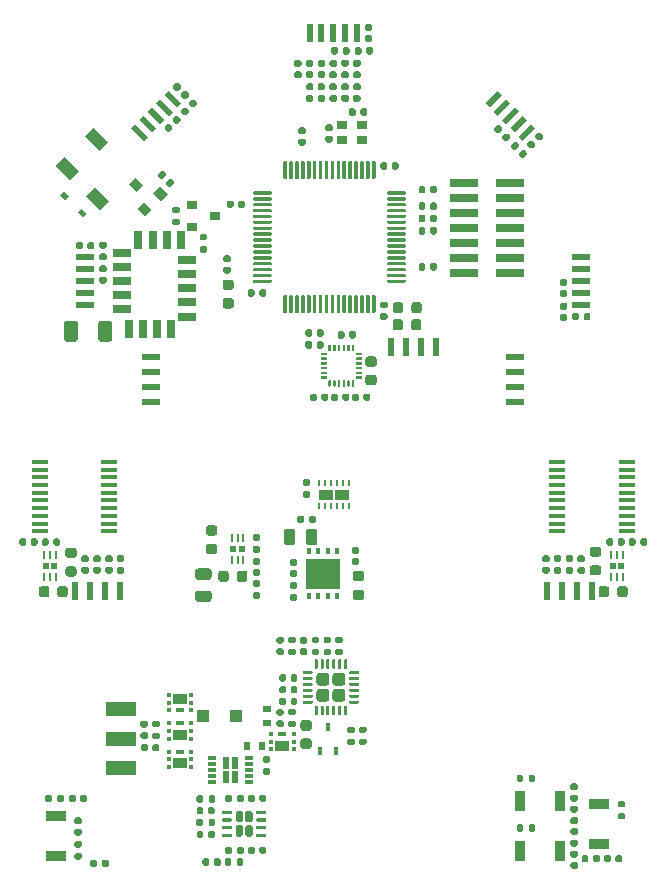
<source format=gbr>
G04 #@! TF.GenerationSoftware,KiCad,Pcbnew,5.1.7-a382d34a8~87~ubuntu18.04.1*
G04 #@! TF.CreationDate,2020-11-02T17:13:51+01:00*
G04 #@! TF.ProjectId,synermycha-electronics,73796e65-726d-4796-9368-612d656c6563,rev?*
G04 #@! TF.SameCoordinates,Original*
G04 #@! TF.FileFunction,Paste,Top*
G04 #@! TF.FilePolarity,Positive*
%FSLAX46Y46*%
G04 Gerber Fmt 4.6, Leading zero omitted, Abs format (unit mm)*
G04 Created by KiCad (PCBNEW 5.1.7-a382d34a8~87~ubuntu18.04.1) date 2020-11-02 17:13:51*
%MOMM*%
%LPD*%
G01*
G04 APERTURE LIST*
%ADD10R,1.450000X0.450000*%
%ADD11R,0.250000X0.700000*%
%ADD12R,0.560000X0.500000*%
%ADD13R,0.500000X1.500000*%
%ADD14R,1.150000X0.950000*%
%ADD15R,0.750000X0.300000*%
%ADD16R,0.425000X0.400000*%
%ADD17R,1.100000X1.100000*%
%ADD18R,0.900000X1.700000*%
%ADD19R,0.550000X0.800000*%
%ADD20R,0.800000X0.550000*%
%ADD21R,0.450000X0.700000*%
%ADD22C,0.100000*%
%ADD23R,0.250000X0.500000*%
%ADD24R,1.170000X0.950000*%
%ADD25R,1.700000X0.900000*%
%ADD26R,0.300000X0.600000*%
%ADD27R,3.000000X2.600000*%
%ADD28R,1.500000X0.500000*%
%ADD29R,2.500000X1.250000*%
%ADD30R,2.400000X0.740000*%
%ADD31R,0.900000X0.800000*%
%ADD32R,0.650000X0.300000*%
%ADD33R,0.600000X1.050000*%
%ADD34R,1.500000X0.700000*%
%ADD35R,0.700000X1.500000*%
G04 APERTURE END LIST*
D10*
X26050000Y-151175000D03*
X26050000Y-150525000D03*
X26050000Y-149875000D03*
X26050000Y-149225000D03*
X26050000Y-148575000D03*
X26050000Y-147925000D03*
X26050000Y-147275000D03*
X26050000Y-146625000D03*
X26050000Y-145975000D03*
X26050000Y-145325000D03*
X20150000Y-145325000D03*
X20150000Y-145975000D03*
X20150000Y-146625000D03*
X20150000Y-147275000D03*
X20150000Y-147925000D03*
X20150000Y-148575000D03*
X20150000Y-149225000D03*
X20150000Y-149875000D03*
X20150000Y-150525000D03*
X20150000Y-151175000D03*
G36*
G01*
X70610000Y-151927500D02*
X70610000Y-152272500D01*
G75*
G02*
X70462500Y-152420000I-147500J0D01*
G01*
X70167500Y-152420000D01*
G75*
G02*
X70020000Y-152272500I0J147500D01*
G01*
X70020000Y-151927500D01*
G75*
G02*
X70167500Y-151780000I147500J0D01*
G01*
X70462500Y-151780000D01*
G75*
G02*
X70610000Y-151927500I0J-147500D01*
G01*
G37*
G36*
G01*
X71580000Y-151927500D02*
X71580000Y-152272500D01*
G75*
G02*
X71432500Y-152420000I-147500J0D01*
G01*
X71137500Y-152420000D01*
G75*
G02*
X70990000Y-152272500I0J147500D01*
G01*
X70990000Y-151927500D01*
G75*
G02*
X71137500Y-151780000I147500J0D01*
G01*
X71432500Y-151780000D01*
G75*
G02*
X71580000Y-151927500I0J-147500D01*
G01*
G37*
G36*
G01*
X27172500Y-153810000D02*
X26827500Y-153810000D01*
G75*
G02*
X26680000Y-153662500I0J147500D01*
G01*
X26680000Y-153367500D01*
G75*
G02*
X26827500Y-153220000I147500J0D01*
G01*
X27172500Y-153220000D01*
G75*
G02*
X27320000Y-153367500I0J-147500D01*
G01*
X27320000Y-153662500D01*
G75*
G02*
X27172500Y-153810000I-147500J0D01*
G01*
G37*
G36*
G01*
X27172500Y-154780000D02*
X26827500Y-154780000D01*
G75*
G02*
X26680000Y-154632500I0J147500D01*
G01*
X26680000Y-154337500D01*
G75*
G02*
X26827500Y-154190000I147500J0D01*
G01*
X27172500Y-154190000D01*
G75*
G02*
X27320000Y-154337500I0J-147500D01*
G01*
X27320000Y-154632500D01*
G75*
G02*
X27172500Y-154780000I-147500J0D01*
G01*
G37*
D11*
X69500000Y-153175000D03*
X69000000Y-153175000D03*
X68500000Y-153175000D03*
X68500000Y-155025000D03*
X69000000Y-155025000D03*
X69500000Y-155025000D03*
D12*
X69355000Y-154100000D03*
X68645000Y-154100000D03*
G36*
G01*
X64827500Y-154190000D02*
X65172500Y-154190000D01*
G75*
G02*
X65320000Y-154337500I0J-147500D01*
G01*
X65320000Y-154632500D01*
G75*
G02*
X65172500Y-154780000I-147500J0D01*
G01*
X64827500Y-154780000D01*
G75*
G02*
X64680000Y-154632500I0J147500D01*
G01*
X64680000Y-154337500D01*
G75*
G02*
X64827500Y-154190000I147500J0D01*
G01*
G37*
G36*
G01*
X64827500Y-153220000D02*
X65172500Y-153220000D01*
G75*
G02*
X65320000Y-153367500I0J-147500D01*
G01*
X65320000Y-153662500D01*
G75*
G02*
X65172500Y-153810000I-147500J0D01*
G01*
X64827500Y-153810000D01*
G75*
G02*
X64680000Y-153662500I0J147500D01*
G01*
X64680000Y-153367500D01*
G75*
G02*
X64827500Y-153220000I147500J0D01*
G01*
G37*
G36*
G01*
X63172500Y-153810000D02*
X62827500Y-153810000D01*
G75*
G02*
X62680000Y-153662500I0J147500D01*
G01*
X62680000Y-153367500D01*
G75*
G02*
X62827500Y-153220000I147500J0D01*
G01*
X63172500Y-153220000D01*
G75*
G02*
X63320000Y-153367500I0J-147500D01*
G01*
X63320000Y-153662500D01*
G75*
G02*
X63172500Y-153810000I-147500J0D01*
G01*
G37*
G36*
G01*
X63172500Y-154780000D02*
X62827500Y-154780000D01*
G75*
G02*
X62680000Y-154632500I0J147500D01*
G01*
X62680000Y-154337500D01*
G75*
G02*
X62827500Y-154190000I147500J0D01*
G01*
X63172500Y-154190000D01*
G75*
G02*
X63320000Y-154337500I0J-147500D01*
G01*
X63320000Y-154632500D01*
G75*
G02*
X63172500Y-154780000I-147500J0D01*
G01*
G37*
G36*
G01*
X21860000Y-151930000D02*
X21860000Y-152270000D01*
G75*
G02*
X21720000Y-152410000I-140000J0D01*
G01*
X21440000Y-152410000D01*
G75*
G02*
X21300000Y-152270000I0J140000D01*
G01*
X21300000Y-151930000D01*
G75*
G02*
X21440000Y-151790000I140000J0D01*
G01*
X21720000Y-151790000D01*
G75*
G02*
X21860000Y-151930000I0J-140000D01*
G01*
G37*
G36*
G01*
X20900000Y-151930000D02*
X20900000Y-152270000D01*
G75*
G02*
X20760000Y-152410000I-140000J0D01*
G01*
X20480000Y-152410000D01*
G75*
G02*
X20340000Y-152270000I0J140000D01*
G01*
X20340000Y-151930000D01*
G75*
G02*
X20480000Y-151790000I140000J0D01*
G01*
X20760000Y-151790000D01*
G75*
G02*
X20900000Y-151930000I0J-140000D01*
G01*
G37*
G36*
G01*
X66943750Y-152475000D02*
X67456250Y-152475000D01*
G75*
G02*
X67675000Y-152693750I0J-218750D01*
G01*
X67675000Y-153131250D01*
G75*
G02*
X67456250Y-153350000I-218750J0D01*
G01*
X66943750Y-153350000D01*
G75*
G02*
X66725000Y-153131250I0J218750D01*
G01*
X66725000Y-152693750D01*
G75*
G02*
X66943750Y-152475000I218750J0D01*
G01*
G37*
G36*
G01*
X66943750Y-154050000D02*
X67456250Y-154050000D01*
G75*
G02*
X67675000Y-154268750I0J-218750D01*
G01*
X67675000Y-154706250D01*
G75*
G02*
X67456250Y-154925000I-218750J0D01*
G01*
X66943750Y-154925000D01*
G75*
G02*
X66725000Y-154706250I0J218750D01*
G01*
X66725000Y-154268750D01*
G75*
G02*
X66943750Y-154050000I218750J0D01*
G01*
G37*
G36*
G01*
X69680000Y-151927500D02*
X69680000Y-152272500D01*
G75*
G02*
X69532500Y-152420000I-147500J0D01*
G01*
X69237500Y-152420000D01*
G75*
G02*
X69090000Y-152272500I0J147500D01*
G01*
X69090000Y-151927500D01*
G75*
G02*
X69237500Y-151780000I147500J0D01*
G01*
X69532500Y-151780000D01*
G75*
G02*
X69680000Y-151927500I0J-147500D01*
G01*
G37*
G36*
G01*
X68710000Y-151927500D02*
X68710000Y-152272500D01*
G75*
G02*
X68562500Y-152420000I-147500J0D01*
G01*
X68267500Y-152420000D01*
G75*
G02*
X68120000Y-152272500I0J147500D01*
G01*
X68120000Y-151927500D01*
G75*
G02*
X68267500Y-151780000I147500J0D01*
G01*
X68562500Y-151780000D01*
G75*
G02*
X68710000Y-151927500I0J-147500D01*
G01*
G37*
D10*
X69850000Y-145325000D03*
X69850000Y-145975000D03*
X69850000Y-146625000D03*
X69850000Y-147275000D03*
X69850000Y-147925000D03*
X69850000Y-148575000D03*
X69850000Y-149225000D03*
X69850000Y-149875000D03*
X69850000Y-150525000D03*
X69850000Y-151175000D03*
X63950000Y-151175000D03*
X63950000Y-150525000D03*
X63950000Y-149875000D03*
X63950000Y-149225000D03*
X63950000Y-148575000D03*
X63950000Y-147925000D03*
X63950000Y-147275000D03*
X63950000Y-146625000D03*
X63950000Y-145975000D03*
X63950000Y-145325000D03*
D11*
X21500000Y-153175000D03*
X21000000Y-153175000D03*
X20500000Y-153175000D03*
X20500000Y-155025000D03*
X21000000Y-155025000D03*
X21500000Y-155025000D03*
D12*
X21355000Y-154100000D03*
X20645000Y-154100000D03*
G36*
G01*
X67475000Y-156556250D02*
X67475000Y-156043750D01*
G75*
G02*
X67693750Y-155825000I218750J0D01*
G01*
X68131250Y-155825000D01*
G75*
G02*
X68350000Y-156043750I0J-218750D01*
G01*
X68350000Y-156556250D01*
G75*
G02*
X68131250Y-156775000I-218750J0D01*
G01*
X67693750Y-156775000D01*
G75*
G02*
X67475000Y-156556250I0J218750D01*
G01*
G37*
G36*
G01*
X69050000Y-156556250D02*
X69050000Y-156043750D01*
G75*
G02*
X69268750Y-155825000I218750J0D01*
G01*
X69706250Y-155825000D01*
G75*
G02*
X69925000Y-156043750I0J-218750D01*
G01*
X69925000Y-156556250D01*
G75*
G02*
X69706250Y-156775000I-218750J0D01*
G01*
X69268750Y-156775000D01*
G75*
G02*
X69050000Y-156556250I0J218750D01*
G01*
G37*
G36*
G01*
X22543750Y-154150000D02*
X23056250Y-154150000D01*
G75*
G02*
X23275000Y-154368750I0J-218750D01*
G01*
X23275000Y-154806250D01*
G75*
G02*
X23056250Y-155025000I-218750J0D01*
G01*
X22543750Y-155025000D01*
G75*
G02*
X22325000Y-154806250I0J218750D01*
G01*
X22325000Y-154368750D01*
G75*
G02*
X22543750Y-154150000I218750J0D01*
G01*
G37*
G36*
G01*
X22543750Y-152575000D02*
X23056250Y-152575000D01*
G75*
G02*
X23275000Y-152793750I0J-218750D01*
G01*
X23275000Y-153231250D01*
G75*
G02*
X23056250Y-153450000I-218750J0D01*
G01*
X22543750Y-153450000D01*
G75*
G02*
X22325000Y-153231250I0J218750D01*
G01*
X22325000Y-152793750D01*
G75*
G02*
X22543750Y-152575000I218750J0D01*
G01*
G37*
G36*
G01*
X24827500Y-154190000D02*
X25172500Y-154190000D01*
G75*
G02*
X25320000Y-154337500I0J-147500D01*
G01*
X25320000Y-154632500D01*
G75*
G02*
X25172500Y-154780000I-147500J0D01*
G01*
X24827500Y-154780000D01*
G75*
G02*
X24680000Y-154632500I0J147500D01*
G01*
X24680000Y-154337500D01*
G75*
G02*
X24827500Y-154190000I147500J0D01*
G01*
G37*
G36*
G01*
X24827500Y-153220000D02*
X25172500Y-153220000D01*
G75*
G02*
X25320000Y-153367500I0J-147500D01*
G01*
X25320000Y-153662500D01*
G75*
G02*
X25172500Y-153810000I-147500J0D01*
G01*
X24827500Y-153810000D01*
G75*
G02*
X24680000Y-153662500I0J147500D01*
G01*
X24680000Y-153367500D01*
G75*
G02*
X24827500Y-153220000I147500J0D01*
G01*
G37*
G36*
G01*
X19390000Y-152272500D02*
X19390000Y-151927500D01*
G75*
G02*
X19537500Y-151780000I147500J0D01*
G01*
X19832500Y-151780000D01*
G75*
G02*
X19980000Y-151927500I0J-147500D01*
G01*
X19980000Y-152272500D01*
G75*
G02*
X19832500Y-152420000I-147500J0D01*
G01*
X19537500Y-152420000D01*
G75*
G02*
X19390000Y-152272500I0J147500D01*
G01*
G37*
G36*
G01*
X18420000Y-152272500D02*
X18420000Y-151927500D01*
G75*
G02*
X18567500Y-151780000I147500J0D01*
G01*
X18862500Y-151780000D01*
G75*
G02*
X19010000Y-151927500I0J-147500D01*
G01*
X19010000Y-152272500D01*
G75*
G02*
X18862500Y-152420000I-147500J0D01*
G01*
X18567500Y-152420000D01*
G75*
G02*
X18420000Y-152272500I0J147500D01*
G01*
G37*
G36*
G01*
X24172500Y-153810000D02*
X23827500Y-153810000D01*
G75*
G02*
X23680000Y-153662500I0J147500D01*
G01*
X23680000Y-153367500D01*
G75*
G02*
X23827500Y-153220000I147500J0D01*
G01*
X24172500Y-153220000D01*
G75*
G02*
X24320000Y-153367500I0J-147500D01*
G01*
X24320000Y-153662500D01*
G75*
G02*
X24172500Y-153810000I-147500J0D01*
G01*
G37*
G36*
G01*
X24172500Y-154780000D02*
X23827500Y-154780000D01*
G75*
G02*
X23680000Y-154632500I0J147500D01*
G01*
X23680000Y-154337500D01*
G75*
G02*
X23827500Y-154190000I147500J0D01*
G01*
X24172500Y-154190000D01*
G75*
G02*
X24320000Y-154337500I0J-147500D01*
G01*
X24320000Y-154632500D01*
G75*
G02*
X24172500Y-154780000I-147500J0D01*
G01*
G37*
G36*
G01*
X25827500Y-154190000D02*
X26172500Y-154190000D01*
G75*
G02*
X26320000Y-154337500I0J-147500D01*
G01*
X26320000Y-154632500D01*
G75*
G02*
X26172500Y-154780000I-147500J0D01*
G01*
X25827500Y-154780000D01*
G75*
G02*
X25680000Y-154632500I0J147500D01*
G01*
X25680000Y-154337500D01*
G75*
G02*
X25827500Y-154190000I147500J0D01*
G01*
G37*
G36*
G01*
X25827500Y-153220000D02*
X26172500Y-153220000D01*
G75*
G02*
X26320000Y-153367500I0J-147500D01*
G01*
X26320000Y-153662500D01*
G75*
G02*
X26172500Y-153810000I-147500J0D01*
G01*
X25827500Y-153810000D01*
G75*
G02*
X25680000Y-153662500I0J147500D01*
G01*
X25680000Y-153367500D01*
G75*
G02*
X25827500Y-153220000I147500J0D01*
G01*
G37*
G36*
G01*
X22525000Y-156050000D02*
X22525000Y-156550000D01*
G75*
G02*
X22300000Y-156775000I-225000J0D01*
G01*
X21850000Y-156775000D01*
G75*
G02*
X21625000Y-156550000I0J225000D01*
G01*
X21625000Y-156050000D01*
G75*
G02*
X21850000Y-155825000I225000J0D01*
G01*
X22300000Y-155825000D01*
G75*
G02*
X22525000Y-156050000I0J-225000D01*
G01*
G37*
G36*
G01*
X20975000Y-156050000D02*
X20975000Y-156550000D01*
G75*
G02*
X20750000Y-156775000I-225000J0D01*
G01*
X20300000Y-156775000D01*
G75*
G02*
X20075000Y-156550000I0J225000D01*
G01*
X20075000Y-156050000D01*
G75*
G02*
X20300000Y-155825000I225000J0D01*
G01*
X20750000Y-155825000D01*
G75*
G02*
X20975000Y-156050000I0J-225000D01*
G01*
G37*
G36*
G01*
X66172500Y-153810000D02*
X65827500Y-153810000D01*
G75*
G02*
X65680000Y-153662500I0J147500D01*
G01*
X65680000Y-153367500D01*
G75*
G02*
X65827500Y-153220000I147500J0D01*
G01*
X66172500Y-153220000D01*
G75*
G02*
X66320000Y-153367500I0J-147500D01*
G01*
X66320000Y-153662500D01*
G75*
G02*
X66172500Y-153810000I-147500J0D01*
G01*
G37*
G36*
G01*
X66172500Y-154780000D02*
X65827500Y-154780000D01*
G75*
G02*
X65680000Y-154632500I0J147500D01*
G01*
X65680000Y-154337500D01*
G75*
G02*
X65827500Y-154190000I147500J0D01*
G01*
X66172500Y-154190000D01*
G75*
G02*
X66320000Y-154337500I0J-147500D01*
G01*
X66320000Y-154632500D01*
G75*
G02*
X66172500Y-154780000I-147500J0D01*
G01*
G37*
D13*
X66905000Y-156250000D03*
X65635000Y-156250000D03*
X64365000Y-156250000D03*
X63095000Y-156250000D03*
G36*
G01*
X63827500Y-154190000D02*
X64172500Y-154190000D01*
G75*
G02*
X64320000Y-154337500I0J-147500D01*
G01*
X64320000Y-154632500D01*
G75*
G02*
X64172500Y-154780000I-147500J0D01*
G01*
X63827500Y-154780000D01*
G75*
G02*
X63680000Y-154632500I0J147500D01*
G01*
X63680000Y-154337500D01*
G75*
G02*
X63827500Y-154190000I147500J0D01*
G01*
G37*
G36*
G01*
X63827500Y-153220000D02*
X64172500Y-153220000D01*
G75*
G02*
X64320000Y-153367500I0J-147500D01*
G01*
X64320000Y-153662500D01*
G75*
G02*
X64172500Y-153810000I-147500J0D01*
G01*
X63827500Y-153810000D01*
G75*
G02*
X63680000Y-153662500I0J147500D01*
G01*
X63680000Y-153367500D01*
G75*
G02*
X63827500Y-153220000I147500J0D01*
G01*
G37*
X23110000Y-156250000D03*
X24380000Y-156250000D03*
X25650000Y-156250000D03*
X26920000Y-156250000D03*
G36*
G01*
X43315000Y-161140000D02*
X43685000Y-161140000D01*
G75*
G02*
X43820000Y-161275000I0J-135000D01*
G01*
X43820000Y-161545000D01*
G75*
G02*
X43685000Y-161680000I-135000J0D01*
G01*
X43315000Y-161680000D01*
G75*
G02*
X43180000Y-161545000I0J135000D01*
G01*
X43180000Y-161275000D01*
G75*
G02*
X43315000Y-161140000I135000J0D01*
G01*
G37*
G36*
G01*
X43315000Y-160120000D02*
X43685000Y-160120000D01*
G75*
G02*
X43820000Y-160255000I0J-135000D01*
G01*
X43820000Y-160525000D01*
G75*
G02*
X43685000Y-160660000I-135000J0D01*
G01*
X43315000Y-160660000D01*
G75*
G02*
X43180000Y-160525000I0J135000D01*
G01*
X43180000Y-160255000D01*
G75*
G02*
X43315000Y-160120000I135000J0D01*
G01*
G37*
G36*
G01*
X43590000Y-135572500D02*
X43590000Y-135227500D01*
G75*
G02*
X43737500Y-135080000I147500J0D01*
G01*
X44032500Y-135080000D01*
G75*
G02*
X44180000Y-135227500I0J-147500D01*
G01*
X44180000Y-135572500D01*
G75*
G02*
X44032500Y-135720000I-147500J0D01*
G01*
X43737500Y-135720000D01*
G75*
G02*
X43590000Y-135572500I0J147500D01*
G01*
G37*
G36*
G01*
X42620000Y-135572500D02*
X42620000Y-135227500D01*
G75*
G02*
X42767500Y-135080000I147500J0D01*
G01*
X43062500Y-135080000D01*
G75*
G02*
X43210000Y-135227500I0J-147500D01*
G01*
X43210000Y-135572500D01*
G75*
G02*
X43062500Y-135720000I-147500J0D01*
G01*
X42767500Y-135720000D01*
G75*
G02*
X42620000Y-135572500I0J147500D01*
G01*
G37*
G36*
G01*
X46340000Y-134722500D02*
X46340000Y-134377500D01*
G75*
G02*
X46487500Y-134230000I147500J0D01*
G01*
X46782500Y-134230000D01*
G75*
G02*
X46930000Y-134377500I0J-147500D01*
G01*
X46930000Y-134722500D01*
G75*
G02*
X46782500Y-134870000I-147500J0D01*
G01*
X46487500Y-134870000D01*
G75*
G02*
X46340000Y-134722500I0J147500D01*
G01*
G37*
G36*
G01*
X45370000Y-134722500D02*
X45370000Y-134377500D01*
G75*
G02*
X45517500Y-134230000I147500J0D01*
G01*
X45812500Y-134230000D01*
G75*
G02*
X45960000Y-134377500I0J-147500D01*
G01*
X45960000Y-134722500D01*
G75*
G02*
X45812500Y-134870000I-147500J0D01*
G01*
X45517500Y-134870000D01*
G75*
G02*
X45370000Y-134722500I0J147500D01*
G01*
G37*
G36*
G01*
X46315000Y-167720000D02*
X46685000Y-167720000D01*
G75*
G02*
X46820000Y-167855000I0J-135000D01*
G01*
X46820000Y-168125000D01*
G75*
G02*
X46685000Y-168260000I-135000J0D01*
G01*
X46315000Y-168260000D01*
G75*
G02*
X46180000Y-168125000I0J135000D01*
G01*
X46180000Y-167855000D01*
G75*
G02*
X46315000Y-167720000I135000J0D01*
G01*
G37*
G36*
G01*
X46315000Y-168740000D02*
X46685000Y-168740000D01*
G75*
G02*
X46820000Y-168875000I0J-135000D01*
G01*
X46820000Y-169145000D01*
G75*
G02*
X46685000Y-169280000I-135000J0D01*
G01*
X46315000Y-169280000D01*
G75*
G02*
X46180000Y-169145000I0J135000D01*
G01*
X46180000Y-168875000D01*
G75*
G02*
X46315000Y-168740000I135000J0D01*
G01*
G37*
G36*
G01*
X47685000Y-168260000D02*
X47315000Y-168260000D01*
G75*
G02*
X47180000Y-168125000I0J135000D01*
G01*
X47180000Y-167855000D01*
G75*
G02*
X47315000Y-167720000I135000J0D01*
G01*
X47685000Y-167720000D01*
G75*
G02*
X47820000Y-167855000I0J-135000D01*
G01*
X47820000Y-168125000D01*
G75*
G02*
X47685000Y-168260000I-135000J0D01*
G01*
G37*
G36*
G01*
X47685000Y-169280000D02*
X47315000Y-169280000D01*
G75*
G02*
X47180000Y-169145000I0J135000D01*
G01*
X47180000Y-168875000D01*
G75*
G02*
X47315000Y-168740000I135000J0D01*
G01*
X47685000Y-168740000D01*
G75*
G02*
X47820000Y-168875000I0J-135000D01*
G01*
X47820000Y-169145000D01*
G75*
G02*
X47685000Y-169280000I-135000J0D01*
G01*
G37*
G36*
G01*
X48450000Y-137275000D02*
X47950000Y-137275000D01*
G75*
G02*
X47725000Y-137050000I0J225000D01*
G01*
X47725000Y-136600000D01*
G75*
G02*
X47950000Y-136375000I225000J0D01*
G01*
X48450000Y-136375000D01*
G75*
G02*
X48675000Y-136600000I0J-225000D01*
G01*
X48675000Y-137050000D01*
G75*
G02*
X48450000Y-137275000I-225000J0D01*
G01*
G37*
G36*
G01*
X48450000Y-138825000D02*
X47950000Y-138825000D01*
G75*
G02*
X47725000Y-138600000I0J225000D01*
G01*
X47725000Y-138150000D01*
G75*
G02*
X47950000Y-137925000I225000J0D01*
G01*
X48450000Y-137925000D01*
G75*
G02*
X48675000Y-138150000I0J-225000D01*
G01*
X48675000Y-138600000D01*
G75*
G02*
X48450000Y-138825000I-225000J0D01*
G01*
G37*
G36*
G01*
X37530000Y-176875000D02*
X37530000Y-176225000D01*
G75*
G02*
X37690000Y-176065000I160000J0D01*
G01*
X38010000Y-176065000D01*
G75*
G02*
X38170000Y-176225000I0J-160000D01*
G01*
X38170000Y-176875000D01*
G75*
G02*
X38010000Y-177035000I-160000J0D01*
G01*
X37690000Y-177035000D01*
G75*
G02*
X37530000Y-176875000I0J160000D01*
G01*
G37*
G36*
G01*
X37530000Y-175675000D02*
X37530000Y-175025000D01*
G75*
G02*
X37690000Y-174865000I160000J0D01*
G01*
X38010000Y-174865000D01*
G75*
G02*
X38170000Y-175025000I0J-160000D01*
G01*
X38170000Y-175675000D01*
G75*
G02*
X38010000Y-175835000I-160000J0D01*
G01*
X37690000Y-175835000D01*
G75*
G02*
X37530000Y-175675000I0J160000D01*
G01*
G37*
G36*
G01*
X36730000Y-176875000D02*
X36730000Y-176225000D01*
G75*
G02*
X36890000Y-176065000I160000J0D01*
G01*
X37210000Y-176065000D01*
G75*
G02*
X37370000Y-176225000I0J-160000D01*
G01*
X37370000Y-176875000D01*
G75*
G02*
X37210000Y-177035000I-160000J0D01*
G01*
X36890000Y-177035000D01*
G75*
G02*
X36730000Y-176875000I0J160000D01*
G01*
G37*
G36*
G01*
X36730000Y-175675000D02*
X36730000Y-175025000D01*
G75*
G02*
X36890000Y-174865000I160000J0D01*
G01*
X37210000Y-174865000D01*
G75*
G02*
X37370000Y-175025000I0J-160000D01*
G01*
X37370000Y-175675000D01*
G75*
G02*
X37210000Y-175835000I-160000J0D01*
G01*
X36890000Y-175835000D01*
G75*
G02*
X36730000Y-175675000I0J160000D01*
G01*
G37*
G36*
G01*
X38475000Y-175050000D02*
X38475000Y-174900000D01*
G75*
G02*
X38550000Y-174825000I75000J0D01*
G01*
X39250000Y-174825000D01*
G75*
G02*
X39325000Y-174900000I0J-75000D01*
G01*
X39325000Y-175050000D01*
G75*
G02*
X39250000Y-175125000I-75000J0D01*
G01*
X38550000Y-175125000D01*
G75*
G02*
X38475000Y-175050000I0J75000D01*
G01*
G37*
G36*
G01*
X38475000Y-175700000D02*
X38475000Y-175550000D01*
G75*
G02*
X38550000Y-175475000I75000J0D01*
G01*
X39250000Y-175475000D01*
G75*
G02*
X39325000Y-175550000I0J-75000D01*
G01*
X39325000Y-175700000D01*
G75*
G02*
X39250000Y-175775000I-75000J0D01*
G01*
X38550000Y-175775000D01*
G75*
G02*
X38475000Y-175700000I0J75000D01*
G01*
G37*
G36*
G01*
X38475000Y-176350000D02*
X38475000Y-176200000D01*
G75*
G02*
X38550000Y-176125000I75000J0D01*
G01*
X39250000Y-176125000D01*
G75*
G02*
X39325000Y-176200000I0J-75000D01*
G01*
X39325000Y-176350000D01*
G75*
G02*
X39250000Y-176425000I-75000J0D01*
G01*
X38550000Y-176425000D01*
G75*
G02*
X38475000Y-176350000I0J75000D01*
G01*
G37*
G36*
G01*
X38475000Y-177000000D02*
X38475000Y-176850000D01*
G75*
G02*
X38550000Y-176775000I75000J0D01*
G01*
X39250000Y-176775000D01*
G75*
G02*
X39325000Y-176850000I0J-75000D01*
G01*
X39325000Y-177000000D01*
G75*
G02*
X39250000Y-177075000I-75000J0D01*
G01*
X38550000Y-177075000D01*
G75*
G02*
X38475000Y-177000000I0J75000D01*
G01*
G37*
G36*
G01*
X35575000Y-177000000D02*
X35575000Y-176850000D01*
G75*
G02*
X35650000Y-176775000I75000J0D01*
G01*
X36350000Y-176775000D01*
G75*
G02*
X36425000Y-176850000I0J-75000D01*
G01*
X36425000Y-177000000D01*
G75*
G02*
X36350000Y-177075000I-75000J0D01*
G01*
X35650000Y-177075000D01*
G75*
G02*
X35575000Y-177000000I0J75000D01*
G01*
G37*
G36*
G01*
X35575000Y-176350000D02*
X35575000Y-176200000D01*
G75*
G02*
X35650000Y-176125000I75000J0D01*
G01*
X36350000Y-176125000D01*
G75*
G02*
X36425000Y-176200000I0J-75000D01*
G01*
X36425000Y-176350000D01*
G75*
G02*
X36350000Y-176425000I-75000J0D01*
G01*
X35650000Y-176425000D01*
G75*
G02*
X35575000Y-176350000I0J75000D01*
G01*
G37*
G36*
G01*
X35575000Y-175700000D02*
X35575000Y-175550000D01*
G75*
G02*
X35650000Y-175475000I75000J0D01*
G01*
X36350000Y-175475000D01*
G75*
G02*
X36425000Y-175550000I0J-75000D01*
G01*
X36425000Y-175700000D01*
G75*
G02*
X36350000Y-175775000I-75000J0D01*
G01*
X35650000Y-175775000D01*
G75*
G02*
X35575000Y-175700000I0J75000D01*
G01*
G37*
G36*
G01*
X35575000Y-175050000D02*
X35575000Y-174900000D01*
G75*
G02*
X35650000Y-174825000I75000J0D01*
G01*
X36350000Y-174825000D01*
G75*
G02*
X36425000Y-174900000I0J-75000D01*
G01*
X36425000Y-175050000D01*
G75*
G02*
X36350000Y-175125000I-75000J0D01*
G01*
X35650000Y-175125000D01*
G75*
G02*
X35575000Y-175050000I0J75000D01*
G01*
G37*
G36*
G01*
X36410000Y-178015000D02*
X36410000Y-178385000D01*
G75*
G02*
X36275000Y-178520000I-135000J0D01*
G01*
X36005000Y-178520000D01*
G75*
G02*
X35870000Y-178385000I0J135000D01*
G01*
X35870000Y-178015000D01*
G75*
G02*
X36005000Y-177880000I135000J0D01*
G01*
X36275000Y-177880000D01*
G75*
G02*
X36410000Y-178015000I0J-135000D01*
G01*
G37*
G36*
G01*
X37430000Y-178015000D02*
X37430000Y-178385000D01*
G75*
G02*
X37295000Y-178520000I-135000J0D01*
G01*
X37025000Y-178520000D01*
G75*
G02*
X36890000Y-178385000I0J135000D01*
G01*
X36890000Y-178015000D01*
G75*
G02*
X37025000Y-177880000I135000J0D01*
G01*
X37295000Y-177880000D01*
G75*
G02*
X37430000Y-178015000I0J-135000D01*
G01*
G37*
G36*
G01*
X34440000Y-176035000D02*
X34440000Y-175665000D01*
G75*
G02*
X34575000Y-175530000I135000J0D01*
G01*
X34845000Y-175530000D01*
G75*
G02*
X34980000Y-175665000I0J-135000D01*
G01*
X34980000Y-176035000D01*
G75*
G02*
X34845000Y-176170000I-135000J0D01*
G01*
X34575000Y-176170000D01*
G75*
G02*
X34440000Y-176035000I0J135000D01*
G01*
G37*
G36*
G01*
X33420000Y-176035000D02*
X33420000Y-175665000D01*
G75*
G02*
X33555000Y-175530000I135000J0D01*
G01*
X33825000Y-175530000D01*
G75*
G02*
X33960000Y-175665000I0J-135000D01*
G01*
X33960000Y-176035000D01*
G75*
G02*
X33825000Y-176170000I-135000J0D01*
G01*
X33555000Y-176170000D01*
G75*
G02*
X33420000Y-176035000I0J135000D01*
G01*
G37*
G36*
G01*
X34440000Y-174035000D02*
X34440000Y-173665000D01*
G75*
G02*
X34575000Y-173530000I135000J0D01*
G01*
X34845000Y-173530000D01*
G75*
G02*
X34980000Y-173665000I0J-135000D01*
G01*
X34980000Y-174035000D01*
G75*
G02*
X34845000Y-174170000I-135000J0D01*
G01*
X34575000Y-174170000D01*
G75*
G02*
X34440000Y-174035000I0J135000D01*
G01*
G37*
G36*
G01*
X33420000Y-174035000D02*
X33420000Y-173665000D01*
G75*
G02*
X33555000Y-173530000I135000J0D01*
G01*
X33825000Y-173530000D01*
G75*
G02*
X33960000Y-173665000I0J-135000D01*
G01*
X33960000Y-174035000D01*
G75*
G02*
X33825000Y-174170000I-135000J0D01*
G01*
X33555000Y-174170000D01*
G75*
G02*
X33420000Y-174035000I0J135000D01*
G01*
G37*
G36*
G01*
X36890000Y-173985000D02*
X36890000Y-173615000D01*
G75*
G02*
X37025000Y-173480000I135000J0D01*
G01*
X37295000Y-173480000D01*
G75*
G02*
X37430000Y-173615000I0J-135000D01*
G01*
X37430000Y-173985000D01*
G75*
G02*
X37295000Y-174120000I-135000J0D01*
G01*
X37025000Y-174120000D01*
G75*
G02*
X36890000Y-173985000I0J135000D01*
G01*
G37*
G36*
G01*
X35870000Y-173985000D02*
X35870000Y-173615000D01*
G75*
G02*
X36005000Y-173480000I135000J0D01*
G01*
X36275000Y-173480000D01*
G75*
G02*
X36410000Y-173615000I0J-135000D01*
G01*
X36410000Y-173985000D01*
G75*
G02*
X36275000Y-174120000I-135000J0D01*
G01*
X36005000Y-174120000D01*
G75*
G02*
X35870000Y-173985000I0J135000D01*
G01*
G37*
G36*
G01*
X34400000Y-177020000D02*
X34400000Y-176680000D01*
G75*
G02*
X34540000Y-176540000I140000J0D01*
G01*
X34820000Y-176540000D01*
G75*
G02*
X34960000Y-176680000I0J-140000D01*
G01*
X34960000Y-177020000D01*
G75*
G02*
X34820000Y-177160000I-140000J0D01*
G01*
X34540000Y-177160000D01*
G75*
G02*
X34400000Y-177020000I0J140000D01*
G01*
G37*
G36*
G01*
X33440000Y-177020000D02*
X33440000Y-176680000D01*
G75*
G02*
X33580000Y-176540000I140000J0D01*
G01*
X33860000Y-176540000D01*
G75*
G02*
X34000000Y-176680000I0J-140000D01*
G01*
X34000000Y-177020000D01*
G75*
G02*
X33860000Y-177160000I-140000J0D01*
G01*
X33580000Y-177160000D01*
G75*
G02*
X33440000Y-177020000I0J140000D01*
G01*
G37*
G36*
G01*
X34000000Y-174680000D02*
X34000000Y-175020000D01*
G75*
G02*
X33860000Y-175160000I-140000J0D01*
G01*
X33580000Y-175160000D01*
G75*
G02*
X33440000Y-175020000I0J140000D01*
G01*
X33440000Y-174680000D01*
G75*
G02*
X33580000Y-174540000I140000J0D01*
G01*
X33860000Y-174540000D01*
G75*
G02*
X34000000Y-174680000I0J-140000D01*
G01*
G37*
G36*
G01*
X34960000Y-174680000D02*
X34960000Y-175020000D01*
G75*
G02*
X34820000Y-175160000I-140000J0D01*
G01*
X34540000Y-175160000D01*
G75*
G02*
X34400000Y-175020000I0J140000D01*
G01*
X34400000Y-174680000D01*
G75*
G02*
X34540000Y-174540000I140000J0D01*
G01*
X34820000Y-174540000D01*
G75*
G02*
X34960000Y-174680000I0J-140000D01*
G01*
G37*
G36*
G01*
X38750000Y-178370000D02*
X38750000Y-178030000D01*
G75*
G02*
X38890000Y-177890000I140000J0D01*
G01*
X39170000Y-177890000D01*
G75*
G02*
X39310000Y-178030000I0J-140000D01*
G01*
X39310000Y-178370000D01*
G75*
G02*
X39170000Y-178510000I-140000J0D01*
G01*
X38890000Y-178510000D01*
G75*
G02*
X38750000Y-178370000I0J140000D01*
G01*
G37*
G36*
G01*
X37790000Y-178370000D02*
X37790000Y-178030000D01*
G75*
G02*
X37930000Y-177890000I140000J0D01*
G01*
X38210000Y-177890000D01*
G75*
G02*
X38350000Y-178030000I0J-140000D01*
G01*
X38350000Y-178370000D01*
G75*
G02*
X38210000Y-178510000I-140000J0D01*
G01*
X37930000Y-178510000D01*
G75*
G02*
X37790000Y-178370000I0J140000D01*
G01*
G37*
G36*
G01*
X38750000Y-173970000D02*
X38750000Y-173630000D01*
G75*
G02*
X38890000Y-173490000I140000J0D01*
G01*
X39170000Y-173490000D01*
G75*
G02*
X39310000Y-173630000I0J-140000D01*
G01*
X39310000Y-173970000D01*
G75*
G02*
X39170000Y-174110000I-140000J0D01*
G01*
X38890000Y-174110000D01*
G75*
G02*
X38750000Y-173970000I0J140000D01*
G01*
G37*
G36*
G01*
X37790000Y-173970000D02*
X37790000Y-173630000D01*
G75*
G02*
X37930000Y-173490000I140000J0D01*
G01*
X38210000Y-173490000D01*
G75*
G02*
X38350000Y-173630000I0J-140000D01*
G01*
X38350000Y-173970000D01*
G75*
G02*
X38210000Y-174110000I-140000J0D01*
G01*
X37930000Y-174110000D01*
G75*
G02*
X37790000Y-173970000I0J140000D01*
G01*
G37*
G36*
G01*
X29815000Y-168240000D02*
X30185000Y-168240000D01*
G75*
G02*
X30320000Y-168375000I0J-135000D01*
G01*
X30320000Y-168645000D01*
G75*
G02*
X30185000Y-168780000I-135000J0D01*
G01*
X29815000Y-168780000D01*
G75*
G02*
X29680000Y-168645000I0J135000D01*
G01*
X29680000Y-168375000D01*
G75*
G02*
X29815000Y-168240000I135000J0D01*
G01*
G37*
G36*
G01*
X29815000Y-167220000D02*
X30185000Y-167220000D01*
G75*
G02*
X30320000Y-167355000I0J-135000D01*
G01*
X30320000Y-167625000D01*
G75*
G02*
X30185000Y-167760000I-135000J0D01*
G01*
X29815000Y-167760000D01*
G75*
G02*
X29680000Y-167625000I0J135000D01*
G01*
X29680000Y-167355000D01*
G75*
G02*
X29815000Y-167220000I135000J0D01*
G01*
G37*
D14*
X32000000Y-168425000D03*
D15*
X32000000Y-167450000D03*
D16*
X31062500Y-168750000D03*
X31062500Y-168100000D03*
X32937500Y-168750000D03*
X32937500Y-168100000D03*
X32937500Y-167450000D03*
X31062500Y-167450000D03*
D17*
X36800000Y-166800000D03*
X34000000Y-166800000D03*
G36*
G01*
X45685000Y-161680000D02*
X45315000Y-161680000D01*
G75*
G02*
X45180000Y-161545000I0J135000D01*
G01*
X45180000Y-161275000D01*
G75*
G02*
X45315000Y-161140000I135000J0D01*
G01*
X45685000Y-161140000D01*
G75*
G02*
X45820000Y-161275000I0J-135000D01*
G01*
X45820000Y-161545000D01*
G75*
G02*
X45685000Y-161680000I-135000J0D01*
G01*
G37*
G36*
G01*
X45685000Y-160660000D02*
X45315000Y-160660000D01*
G75*
G02*
X45180000Y-160525000I0J135000D01*
G01*
X45180000Y-160255000D01*
G75*
G02*
X45315000Y-160120000I135000J0D01*
G01*
X45685000Y-160120000D01*
G75*
G02*
X45820000Y-160255000I0J-135000D01*
G01*
X45820000Y-160525000D01*
G75*
G02*
X45685000Y-160660000I-135000J0D01*
G01*
G37*
D18*
X64200000Y-174000000D03*
X60800000Y-174000000D03*
G36*
G01*
X40670000Y-166800000D02*
X40330000Y-166800000D01*
G75*
G02*
X40190000Y-166660000I0J140000D01*
G01*
X40190000Y-166380000D01*
G75*
G02*
X40330000Y-166240000I140000J0D01*
G01*
X40670000Y-166240000D01*
G75*
G02*
X40810000Y-166380000I0J-140000D01*
G01*
X40810000Y-166660000D01*
G75*
G02*
X40670000Y-166800000I-140000J0D01*
G01*
G37*
G36*
G01*
X40670000Y-167760000D02*
X40330000Y-167760000D01*
G75*
G02*
X40190000Y-167620000I0J140000D01*
G01*
X40190000Y-167340000D01*
G75*
G02*
X40330000Y-167200000I140000J0D01*
G01*
X40670000Y-167200000D01*
G75*
G02*
X40810000Y-167340000I0J-140000D01*
G01*
X40810000Y-167620000D01*
G75*
G02*
X40670000Y-167760000I-140000J0D01*
G01*
G37*
G36*
G01*
X42950000Y-168075000D02*
X42450000Y-168075000D01*
G75*
G02*
X42225000Y-167850000I0J225000D01*
G01*
X42225000Y-167400000D01*
G75*
G02*
X42450000Y-167175000I225000J0D01*
G01*
X42950000Y-167175000D01*
G75*
G02*
X43175000Y-167400000I0J-225000D01*
G01*
X43175000Y-167850000D01*
G75*
G02*
X42950000Y-168075000I-225000J0D01*
G01*
G37*
G36*
G01*
X42950000Y-169625000D02*
X42450000Y-169625000D01*
G75*
G02*
X42225000Y-169400000I0J225000D01*
G01*
X42225000Y-168950000D01*
G75*
G02*
X42450000Y-168725000I225000J0D01*
G01*
X42950000Y-168725000D01*
G75*
G02*
X43175000Y-168950000I0J-225000D01*
G01*
X43175000Y-169400000D01*
G75*
G02*
X42950000Y-169625000I-225000J0D01*
G01*
G37*
G36*
G01*
X40330000Y-160140000D02*
X40670000Y-160140000D01*
G75*
G02*
X40810000Y-160280000I0J-140000D01*
G01*
X40810000Y-160560000D01*
G75*
G02*
X40670000Y-160700000I-140000J0D01*
G01*
X40330000Y-160700000D01*
G75*
G02*
X40190000Y-160560000I0J140000D01*
G01*
X40190000Y-160280000D01*
G75*
G02*
X40330000Y-160140000I140000J0D01*
G01*
G37*
G36*
G01*
X40330000Y-161100000D02*
X40670000Y-161100000D01*
G75*
G02*
X40810000Y-161240000I0J-140000D01*
G01*
X40810000Y-161520000D01*
G75*
G02*
X40670000Y-161660000I-140000J0D01*
G01*
X40330000Y-161660000D01*
G75*
G02*
X40190000Y-161520000I0J140000D01*
G01*
X40190000Y-161240000D01*
G75*
G02*
X40330000Y-161100000I140000J0D01*
G01*
G37*
D19*
X37697700Y-169374600D03*
X38947700Y-169374600D03*
D20*
X39425400Y-166197700D03*
X39425400Y-167447700D03*
D14*
X32000000Y-165375000D03*
D15*
X32000000Y-166350000D03*
D16*
X32937500Y-165050000D03*
X32937500Y-165700000D03*
X31062500Y-165050000D03*
X31062500Y-165700000D03*
X31062500Y-166350000D03*
X32937500Y-166350000D03*
D14*
X32000000Y-170825000D03*
D15*
X32000000Y-169850000D03*
D16*
X31062500Y-171150000D03*
X31062500Y-170500000D03*
X32937500Y-171150000D03*
X32937500Y-170500000D03*
X32937500Y-169850000D03*
X31062500Y-169850000D03*
D21*
X44550000Y-167750000D03*
X45200000Y-169750000D03*
X43900000Y-169750000D03*
D14*
X40700000Y-169325000D03*
D15*
X40700000Y-168350000D03*
D16*
X39762500Y-169650000D03*
X39762500Y-169000000D03*
X41637500Y-169650000D03*
X41637500Y-169000000D03*
X41637500Y-168350000D03*
X39762500Y-168350000D03*
G36*
G01*
X45770001Y-164270000D02*
X45179999Y-164270000D01*
G75*
G02*
X44930000Y-164020001I0J249999D01*
G01*
X44930000Y-163429999D01*
G75*
G02*
X45179999Y-163180000I249999J0D01*
G01*
X45770001Y-163180000D01*
G75*
G02*
X46020000Y-163429999I0J-249999D01*
G01*
X46020000Y-164020001D01*
G75*
G02*
X45770001Y-164270000I-249999J0D01*
G01*
G37*
G36*
G01*
X44420001Y-164270000D02*
X43829999Y-164270000D01*
G75*
G02*
X43580000Y-164020001I0J249999D01*
G01*
X43580000Y-163429999D01*
G75*
G02*
X43829999Y-163180000I249999J0D01*
G01*
X44420001Y-163180000D01*
G75*
G02*
X44670000Y-163429999I0J-249999D01*
G01*
X44670000Y-164020001D01*
G75*
G02*
X44420001Y-164270000I-249999J0D01*
G01*
G37*
G36*
G01*
X45770001Y-165620000D02*
X45179999Y-165620000D01*
G75*
G02*
X44930000Y-165370001I0J249999D01*
G01*
X44930000Y-164779999D01*
G75*
G02*
X45179999Y-164530000I249999J0D01*
G01*
X45770001Y-164530000D01*
G75*
G02*
X46020000Y-164779999I0J-249999D01*
G01*
X46020000Y-165370001D01*
G75*
G02*
X45770001Y-165620000I-249999J0D01*
G01*
G37*
G36*
G01*
X44420001Y-165620000D02*
X43829999Y-165620000D01*
G75*
G02*
X43580000Y-165370001I0J249999D01*
G01*
X43580000Y-164779999D01*
G75*
G02*
X43829999Y-164530000I249999J0D01*
G01*
X44420001Y-164530000D01*
G75*
G02*
X44670000Y-164779999I0J-249999D01*
G01*
X44670000Y-165370001D01*
G75*
G02*
X44420001Y-165620000I-249999J0D01*
G01*
G37*
G36*
G01*
X43187500Y-165775000D02*
X42487500Y-165775000D01*
G75*
G02*
X42425000Y-165712500I0J62500D01*
G01*
X42425000Y-165587500D01*
G75*
G02*
X42487500Y-165525000I62500J0D01*
G01*
X43187500Y-165525000D01*
G75*
G02*
X43250000Y-165587500I0J-62500D01*
G01*
X43250000Y-165712500D01*
G75*
G02*
X43187500Y-165775000I-62500J0D01*
G01*
G37*
G36*
G01*
X43187500Y-165275000D02*
X42487500Y-165275000D01*
G75*
G02*
X42425000Y-165212500I0J62500D01*
G01*
X42425000Y-165087500D01*
G75*
G02*
X42487500Y-165025000I62500J0D01*
G01*
X43187500Y-165025000D01*
G75*
G02*
X43250000Y-165087500I0J-62500D01*
G01*
X43250000Y-165212500D01*
G75*
G02*
X43187500Y-165275000I-62500J0D01*
G01*
G37*
G36*
G01*
X43187500Y-164775000D02*
X42487500Y-164775000D01*
G75*
G02*
X42425000Y-164712500I0J62500D01*
G01*
X42425000Y-164587500D01*
G75*
G02*
X42487500Y-164525000I62500J0D01*
G01*
X43187500Y-164525000D01*
G75*
G02*
X43250000Y-164587500I0J-62500D01*
G01*
X43250000Y-164712500D01*
G75*
G02*
X43187500Y-164775000I-62500J0D01*
G01*
G37*
G36*
G01*
X43187500Y-164275000D02*
X42487500Y-164275000D01*
G75*
G02*
X42425000Y-164212500I0J62500D01*
G01*
X42425000Y-164087500D01*
G75*
G02*
X42487500Y-164025000I62500J0D01*
G01*
X43187500Y-164025000D01*
G75*
G02*
X43250000Y-164087500I0J-62500D01*
G01*
X43250000Y-164212500D01*
G75*
G02*
X43187500Y-164275000I-62500J0D01*
G01*
G37*
G36*
G01*
X43187500Y-163775000D02*
X42487500Y-163775000D01*
G75*
G02*
X42425000Y-163712500I0J62500D01*
G01*
X42425000Y-163587500D01*
G75*
G02*
X42487500Y-163525000I62500J0D01*
G01*
X43187500Y-163525000D01*
G75*
G02*
X43250000Y-163587500I0J-62500D01*
G01*
X43250000Y-163712500D01*
G75*
G02*
X43187500Y-163775000I-62500J0D01*
G01*
G37*
G36*
G01*
X43187500Y-163275000D02*
X42487500Y-163275000D01*
G75*
G02*
X42425000Y-163212500I0J62500D01*
G01*
X42425000Y-163087500D01*
G75*
G02*
X42487500Y-163025000I62500J0D01*
G01*
X43187500Y-163025000D01*
G75*
G02*
X43250000Y-163087500I0J-62500D01*
G01*
X43250000Y-163212500D01*
G75*
G02*
X43187500Y-163275000I-62500J0D01*
G01*
G37*
G36*
G01*
X43612500Y-162850000D02*
X43487500Y-162850000D01*
G75*
G02*
X43425000Y-162787500I0J62500D01*
G01*
X43425000Y-162087500D01*
G75*
G02*
X43487500Y-162025000I62500J0D01*
G01*
X43612500Y-162025000D01*
G75*
G02*
X43675000Y-162087500I0J-62500D01*
G01*
X43675000Y-162787500D01*
G75*
G02*
X43612500Y-162850000I-62500J0D01*
G01*
G37*
G36*
G01*
X44112500Y-162850000D02*
X43987500Y-162850000D01*
G75*
G02*
X43925000Y-162787500I0J62500D01*
G01*
X43925000Y-162087500D01*
G75*
G02*
X43987500Y-162025000I62500J0D01*
G01*
X44112500Y-162025000D01*
G75*
G02*
X44175000Y-162087500I0J-62500D01*
G01*
X44175000Y-162787500D01*
G75*
G02*
X44112500Y-162850000I-62500J0D01*
G01*
G37*
G36*
G01*
X44612500Y-162850000D02*
X44487500Y-162850000D01*
G75*
G02*
X44425000Y-162787500I0J62500D01*
G01*
X44425000Y-162087500D01*
G75*
G02*
X44487500Y-162025000I62500J0D01*
G01*
X44612500Y-162025000D01*
G75*
G02*
X44675000Y-162087500I0J-62500D01*
G01*
X44675000Y-162787500D01*
G75*
G02*
X44612500Y-162850000I-62500J0D01*
G01*
G37*
G36*
G01*
X45112500Y-162850000D02*
X44987500Y-162850000D01*
G75*
G02*
X44925000Y-162787500I0J62500D01*
G01*
X44925000Y-162087500D01*
G75*
G02*
X44987500Y-162025000I62500J0D01*
G01*
X45112500Y-162025000D01*
G75*
G02*
X45175000Y-162087500I0J-62500D01*
G01*
X45175000Y-162787500D01*
G75*
G02*
X45112500Y-162850000I-62500J0D01*
G01*
G37*
G36*
G01*
X45612500Y-162850000D02*
X45487500Y-162850000D01*
G75*
G02*
X45425000Y-162787500I0J62500D01*
G01*
X45425000Y-162087500D01*
G75*
G02*
X45487500Y-162025000I62500J0D01*
G01*
X45612500Y-162025000D01*
G75*
G02*
X45675000Y-162087500I0J-62500D01*
G01*
X45675000Y-162787500D01*
G75*
G02*
X45612500Y-162850000I-62500J0D01*
G01*
G37*
G36*
G01*
X46112500Y-162850000D02*
X45987500Y-162850000D01*
G75*
G02*
X45925000Y-162787500I0J62500D01*
G01*
X45925000Y-162087500D01*
G75*
G02*
X45987500Y-162025000I62500J0D01*
G01*
X46112500Y-162025000D01*
G75*
G02*
X46175000Y-162087500I0J-62500D01*
G01*
X46175000Y-162787500D01*
G75*
G02*
X46112500Y-162850000I-62500J0D01*
G01*
G37*
G36*
G01*
X47112500Y-163275000D02*
X46412500Y-163275000D01*
G75*
G02*
X46350000Y-163212500I0J62500D01*
G01*
X46350000Y-163087500D01*
G75*
G02*
X46412500Y-163025000I62500J0D01*
G01*
X47112500Y-163025000D01*
G75*
G02*
X47175000Y-163087500I0J-62500D01*
G01*
X47175000Y-163212500D01*
G75*
G02*
X47112500Y-163275000I-62500J0D01*
G01*
G37*
G36*
G01*
X47112500Y-163775000D02*
X46412500Y-163775000D01*
G75*
G02*
X46350000Y-163712500I0J62500D01*
G01*
X46350000Y-163587500D01*
G75*
G02*
X46412500Y-163525000I62500J0D01*
G01*
X47112500Y-163525000D01*
G75*
G02*
X47175000Y-163587500I0J-62500D01*
G01*
X47175000Y-163712500D01*
G75*
G02*
X47112500Y-163775000I-62500J0D01*
G01*
G37*
G36*
G01*
X47112500Y-164275000D02*
X46412500Y-164275000D01*
G75*
G02*
X46350000Y-164212500I0J62500D01*
G01*
X46350000Y-164087500D01*
G75*
G02*
X46412500Y-164025000I62500J0D01*
G01*
X47112500Y-164025000D01*
G75*
G02*
X47175000Y-164087500I0J-62500D01*
G01*
X47175000Y-164212500D01*
G75*
G02*
X47112500Y-164275000I-62500J0D01*
G01*
G37*
G36*
G01*
X47112500Y-164775000D02*
X46412500Y-164775000D01*
G75*
G02*
X46350000Y-164712500I0J62500D01*
G01*
X46350000Y-164587500D01*
G75*
G02*
X46412500Y-164525000I62500J0D01*
G01*
X47112500Y-164525000D01*
G75*
G02*
X47175000Y-164587500I0J-62500D01*
G01*
X47175000Y-164712500D01*
G75*
G02*
X47112500Y-164775000I-62500J0D01*
G01*
G37*
G36*
G01*
X47112500Y-165275000D02*
X46412500Y-165275000D01*
G75*
G02*
X46350000Y-165212500I0J62500D01*
G01*
X46350000Y-165087500D01*
G75*
G02*
X46412500Y-165025000I62500J0D01*
G01*
X47112500Y-165025000D01*
G75*
G02*
X47175000Y-165087500I0J-62500D01*
G01*
X47175000Y-165212500D01*
G75*
G02*
X47112500Y-165275000I-62500J0D01*
G01*
G37*
G36*
G01*
X47112500Y-165775000D02*
X46412500Y-165775000D01*
G75*
G02*
X46350000Y-165712500I0J62500D01*
G01*
X46350000Y-165587500D01*
G75*
G02*
X46412500Y-165525000I62500J0D01*
G01*
X47112500Y-165525000D01*
G75*
G02*
X47175000Y-165587500I0J-62500D01*
G01*
X47175000Y-165712500D01*
G75*
G02*
X47112500Y-165775000I-62500J0D01*
G01*
G37*
G36*
G01*
X46112500Y-166775000D02*
X45987500Y-166775000D01*
G75*
G02*
X45925000Y-166712500I0J62500D01*
G01*
X45925000Y-166012500D01*
G75*
G02*
X45987500Y-165950000I62500J0D01*
G01*
X46112500Y-165950000D01*
G75*
G02*
X46175000Y-166012500I0J-62500D01*
G01*
X46175000Y-166712500D01*
G75*
G02*
X46112500Y-166775000I-62500J0D01*
G01*
G37*
G36*
G01*
X45612500Y-166775000D02*
X45487500Y-166775000D01*
G75*
G02*
X45425000Y-166712500I0J62500D01*
G01*
X45425000Y-166012500D01*
G75*
G02*
X45487500Y-165950000I62500J0D01*
G01*
X45612500Y-165950000D01*
G75*
G02*
X45675000Y-166012500I0J-62500D01*
G01*
X45675000Y-166712500D01*
G75*
G02*
X45612500Y-166775000I-62500J0D01*
G01*
G37*
G36*
G01*
X45112500Y-166775000D02*
X44987500Y-166775000D01*
G75*
G02*
X44925000Y-166712500I0J62500D01*
G01*
X44925000Y-166012500D01*
G75*
G02*
X44987500Y-165950000I62500J0D01*
G01*
X45112500Y-165950000D01*
G75*
G02*
X45175000Y-166012500I0J-62500D01*
G01*
X45175000Y-166712500D01*
G75*
G02*
X45112500Y-166775000I-62500J0D01*
G01*
G37*
G36*
G01*
X44612500Y-166775000D02*
X44487500Y-166775000D01*
G75*
G02*
X44425000Y-166712500I0J62500D01*
G01*
X44425000Y-166012500D01*
G75*
G02*
X44487500Y-165950000I62500J0D01*
G01*
X44612500Y-165950000D01*
G75*
G02*
X44675000Y-166012500I0J-62500D01*
G01*
X44675000Y-166712500D01*
G75*
G02*
X44612500Y-166775000I-62500J0D01*
G01*
G37*
G36*
G01*
X44112500Y-166775000D02*
X43987500Y-166775000D01*
G75*
G02*
X43925000Y-166712500I0J62500D01*
G01*
X43925000Y-166012500D01*
G75*
G02*
X43987500Y-165950000I62500J0D01*
G01*
X44112500Y-165950000D01*
G75*
G02*
X44175000Y-166012500I0J-62500D01*
G01*
X44175000Y-166712500D01*
G75*
G02*
X44112500Y-166775000I-62500J0D01*
G01*
G37*
G36*
G01*
X43612500Y-166775000D02*
X43487500Y-166775000D01*
G75*
G02*
X43425000Y-166712500I0J62500D01*
G01*
X43425000Y-166012500D01*
G75*
G02*
X43487500Y-165950000I62500J0D01*
G01*
X43612500Y-165950000D01*
G75*
G02*
X43675000Y-166012500I0J-62500D01*
G01*
X43675000Y-166712500D01*
G75*
G02*
X43612500Y-166775000I-62500J0D01*
G01*
G37*
G36*
G01*
X41315000Y-167240000D02*
X41685000Y-167240000D01*
G75*
G02*
X41820000Y-167375000I0J-135000D01*
G01*
X41820000Y-167645000D01*
G75*
G02*
X41685000Y-167780000I-135000J0D01*
G01*
X41315000Y-167780000D01*
G75*
G02*
X41180000Y-167645000I0J135000D01*
G01*
X41180000Y-167375000D01*
G75*
G02*
X41315000Y-167240000I135000J0D01*
G01*
G37*
G36*
G01*
X41315000Y-166220000D02*
X41685000Y-166220000D01*
G75*
G02*
X41820000Y-166355000I0J-135000D01*
G01*
X41820000Y-166625000D01*
G75*
G02*
X41685000Y-166760000I-135000J0D01*
G01*
X41315000Y-166760000D01*
G75*
G02*
X41180000Y-166625000I0J135000D01*
G01*
X41180000Y-166355000D01*
G75*
G02*
X41315000Y-166220000I135000J0D01*
G01*
G37*
G36*
G01*
X44315000Y-161140000D02*
X44685000Y-161140000D01*
G75*
G02*
X44820000Y-161275000I0J-135000D01*
G01*
X44820000Y-161545000D01*
G75*
G02*
X44685000Y-161680000I-135000J0D01*
G01*
X44315000Y-161680000D01*
G75*
G02*
X44180000Y-161545000I0J135000D01*
G01*
X44180000Y-161275000D01*
G75*
G02*
X44315000Y-161140000I135000J0D01*
G01*
G37*
G36*
G01*
X44315000Y-160120000D02*
X44685000Y-160120000D01*
G75*
G02*
X44820000Y-160255000I0J-135000D01*
G01*
X44820000Y-160525000D01*
G75*
G02*
X44685000Y-160660000I-135000J0D01*
G01*
X44315000Y-160660000D01*
G75*
G02*
X44180000Y-160525000I0J135000D01*
G01*
X44180000Y-160255000D01*
G75*
G02*
X44315000Y-160120000I135000J0D01*
G01*
G37*
G36*
G01*
X41685000Y-160660000D02*
X41315000Y-160660000D01*
G75*
G02*
X41180000Y-160525000I0J135000D01*
G01*
X41180000Y-160255000D01*
G75*
G02*
X41315000Y-160120000I135000J0D01*
G01*
X41685000Y-160120000D01*
G75*
G02*
X41820000Y-160255000I0J-135000D01*
G01*
X41820000Y-160525000D01*
G75*
G02*
X41685000Y-160660000I-135000J0D01*
G01*
G37*
G36*
G01*
X41685000Y-161680000D02*
X41315000Y-161680000D01*
G75*
G02*
X41180000Y-161545000I0J135000D01*
G01*
X41180000Y-161275000D01*
G75*
G02*
X41315000Y-161140000I135000J0D01*
G01*
X41685000Y-161140000D01*
G75*
G02*
X41820000Y-161275000I0J-135000D01*
G01*
X41820000Y-161545000D01*
G75*
G02*
X41685000Y-161680000I-135000J0D01*
G01*
G37*
G36*
G01*
X42327500Y-161090000D02*
X42672500Y-161090000D01*
G75*
G02*
X42820000Y-161237500I0J-147500D01*
G01*
X42820000Y-161532500D01*
G75*
G02*
X42672500Y-161680000I-147500J0D01*
G01*
X42327500Y-161680000D01*
G75*
G02*
X42180000Y-161532500I0J147500D01*
G01*
X42180000Y-161237500D01*
G75*
G02*
X42327500Y-161090000I147500J0D01*
G01*
G37*
G36*
G01*
X42327500Y-160120000D02*
X42672500Y-160120000D01*
G75*
G02*
X42820000Y-160267500I0J-147500D01*
G01*
X42820000Y-160562500D01*
G75*
G02*
X42672500Y-160710000I-147500J0D01*
G01*
X42327500Y-160710000D01*
G75*
G02*
X42180000Y-160562500I0J147500D01*
G01*
X42180000Y-160267500D01*
G75*
G02*
X42327500Y-160120000I147500J0D01*
G01*
G37*
G36*
G01*
X41000000Y-164430000D02*
X41000000Y-164770000D01*
G75*
G02*
X40860000Y-164910000I-140000J0D01*
G01*
X40580000Y-164910000D01*
G75*
G02*
X40440000Y-164770000I0J140000D01*
G01*
X40440000Y-164430000D01*
G75*
G02*
X40580000Y-164290000I140000J0D01*
G01*
X40860000Y-164290000D01*
G75*
G02*
X41000000Y-164430000I0J-140000D01*
G01*
G37*
G36*
G01*
X41960000Y-164430000D02*
X41960000Y-164770000D01*
G75*
G02*
X41820000Y-164910000I-140000J0D01*
G01*
X41540000Y-164910000D01*
G75*
G02*
X41400000Y-164770000I0J140000D01*
G01*
X41400000Y-164430000D01*
G75*
G02*
X41540000Y-164290000I140000J0D01*
G01*
X41820000Y-164290000D01*
G75*
G02*
X41960000Y-164430000I0J-140000D01*
G01*
G37*
G36*
G01*
X41000000Y-163430000D02*
X41000000Y-163770000D01*
G75*
G02*
X40860000Y-163910000I-140000J0D01*
G01*
X40580000Y-163910000D01*
G75*
G02*
X40440000Y-163770000I0J140000D01*
G01*
X40440000Y-163430000D01*
G75*
G02*
X40580000Y-163290000I140000J0D01*
G01*
X40860000Y-163290000D01*
G75*
G02*
X41000000Y-163430000I0J-140000D01*
G01*
G37*
G36*
G01*
X41960000Y-163430000D02*
X41960000Y-163770000D01*
G75*
G02*
X41820000Y-163910000I-140000J0D01*
G01*
X41540000Y-163910000D01*
G75*
G02*
X41400000Y-163770000I0J140000D01*
G01*
X41400000Y-163430000D01*
G75*
G02*
X41540000Y-163290000I140000J0D01*
G01*
X41820000Y-163290000D01*
G75*
G02*
X41960000Y-163430000I0J-140000D01*
G01*
G37*
G36*
G01*
X41000000Y-165430000D02*
X41000000Y-165770000D01*
G75*
G02*
X40860000Y-165910000I-140000J0D01*
G01*
X40580000Y-165910000D01*
G75*
G02*
X40440000Y-165770000I0J140000D01*
G01*
X40440000Y-165430000D01*
G75*
G02*
X40580000Y-165290000I140000J0D01*
G01*
X40860000Y-165290000D01*
G75*
G02*
X41000000Y-165430000I0J-140000D01*
G01*
G37*
G36*
G01*
X41960000Y-165430000D02*
X41960000Y-165770000D01*
G75*
G02*
X41820000Y-165910000I-140000J0D01*
G01*
X41540000Y-165910000D01*
G75*
G02*
X41400000Y-165770000I0J140000D01*
G01*
X41400000Y-165430000D01*
G75*
G02*
X41540000Y-165290000I140000J0D01*
G01*
X41820000Y-165290000D01*
G75*
G02*
X41960000Y-165430000I0J-140000D01*
G01*
G37*
G36*
G01*
X53190000Y-125922500D02*
X53190000Y-125577500D01*
G75*
G02*
X53337500Y-125430000I147500J0D01*
G01*
X53632500Y-125430000D01*
G75*
G02*
X53780000Y-125577500I0J-147500D01*
G01*
X53780000Y-125922500D01*
G75*
G02*
X53632500Y-126070000I-147500J0D01*
G01*
X53337500Y-126070000D01*
G75*
G02*
X53190000Y-125922500I0J147500D01*
G01*
G37*
G36*
G01*
X52220000Y-125922500D02*
X52220000Y-125577500D01*
G75*
G02*
X52367500Y-125430000I147500J0D01*
G01*
X52662500Y-125430000D01*
G75*
G02*
X52810000Y-125577500I0J-147500D01*
G01*
X52810000Y-125922500D01*
G75*
G02*
X52662500Y-126070000I-147500J0D01*
G01*
X52367500Y-126070000D01*
G75*
G02*
X52220000Y-125922500I0J147500D01*
G01*
G37*
D22*
G36*
X22737258Y-121419239D02*
G01*
X21535177Y-120217158D01*
X22242284Y-119510051D01*
X23444365Y-120712132D01*
X22737258Y-121419239D01*
G37*
G36*
X25282842Y-123964823D02*
G01*
X24080761Y-122762742D01*
X24787868Y-122055635D01*
X25989949Y-123257716D01*
X25282842Y-123964823D01*
G37*
G36*
X25212132Y-118944365D02*
G01*
X24010051Y-117742284D01*
X24717158Y-117035177D01*
X25919239Y-118237258D01*
X25212132Y-118944365D01*
G37*
G36*
G01*
X42827500Y-114240000D02*
X43172500Y-114240000D01*
G75*
G02*
X43320000Y-114387500I0J-147500D01*
G01*
X43320000Y-114682500D01*
G75*
G02*
X43172500Y-114830000I-147500J0D01*
G01*
X42827500Y-114830000D01*
G75*
G02*
X42680000Y-114682500I0J147500D01*
G01*
X42680000Y-114387500D01*
G75*
G02*
X42827500Y-114240000I147500J0D01*
G01*
G37*
G36*
G01*
X42827500Y-113270000D02*
X43172500Y-113270000D01*
G75*
G02*
X43320000Y-113417500I0J-147500D01*
G01*
X43320000Y-113712500D01*
G75*
G02*
X43172500Y-113860000I-147500J0D01*
G01*
X42827500Y-113860000D01*
G75*
G02*
X42680000Y-113712500I0J147500D01*
G01*
X42680000Y-113417500D01*
G75*
G02*
X42827500Y-113270000I147500J0D01*
G01*
G37*
G36*
G01*
X30855322Y-121599274D02*
X31099274Y-121355322D01*
G75*
G02*
X31307870Y-121355322I104298J-104298D01*
G01*
X31516466Y-121563918D01*
G75*
G02*
X31516466Y-121772514I-104298J-104298D01*
G01*
X31272514Y-122016466D01*
G75*
G02*
X31063918Y-122016466I-104298J104298D01*
G01*
X30855322Y-121807870D01*
G75*
G02*
X30855322Y-121599274I104298J104298D01*
G01*
G37*
G36*
G01*
X30169428Y-120913380D02*
X30413380Y-120669428D01*
G75*
G02*
X30621976Y-120669428I104298J-104298D01*
G01*
X30830572Y-120878024D01*
G75*
G02*
X30830572Y-121086620I-104298J-104298D01*
G01*
X30586620Y-121330572D01*
G75*
G02*
X30378024Y-121330572I-104298J104298D01*
G01*
X30169428Y-121121976D01*
G75*
G02*
X30169428Y-120913380I104298J104298D01*
G01*
G37*
G36*
G01*
X43172500Y-111860000D02*
X42827500Y-111860000D01*
G75*
G02*
X42680000Y-111712500I0J147500D01*
G01*
X42680000Y-111417500D01*
G75*
G02*
X42827500Y-111270000I147500J0D01*
G01*
X43172500Y-111270000D01*
G75*
G02*
X43320000Y-111417500I0J-147500D01*
G01*
X43320000Y-111712500D01*
G75*
G02*
X43172500Y-111860000I-147500J0D01*
G01*
G37*
G36*
G01*
X43172500Y-112830000D02*
X42827500Y-112830000D01*
G75*
G02*
X42680000Y-112682500I0J147500D01*
G01*
X42680000Y-112387500D01*
G75*
G02*
X42827500Y-112240000I147500J0D01*
G01*
X43172500Y-112240000D01*
G75*
G02*
X43320000Y-112387500I0J-147500D01*
G01*
X43320000Y-112682500D01*
G75*
G02*
X43172500Y-112830000I-147500J0D01*
G01*
G37*
G36*
G01*
X44172500Y-111860000D02*
X43827500Y-111860000D01*
G75*
G02*
X43680000Y-111712500I0J147500D01*
G01*
X43680000Y-111417500D01*
G75*
G02*
X43827500Y-111270000I147500J0D01*
G01*
X44172500Y-111270000D01*
G75*
G02*
X44320000Y-111417500I0J-147500D01*
G01*
X44320000Y-111712500D01*
G75*
G02*
X44172500Y-111860000I-147500J0D01*
G01*
G37*
G36*
G01*
X44172500Y-112830000D02*
X43827500Y-112830000D01*
G75*
G02*
X43680000Y-112682500I0J147500D01*
G01*
X43680000Y-112387500D01*
G75*
G02*
X43827500Y-112240000I147500J0D01*
G01*
X44172500Y-112240000D01*
G75*
G02*
X44320000Y-112387500I0J-147500D01*
G01*
X44320000Y-112682500D01*
G75*
G02*
X44172500Y-112830000I-147500J0D01*
G01*
G37*
G36*
G01*
X46172500Y-111860000D02*
X45827500Y-111860000D01*
G75*
G02*
X45680000Y-111712500I0J147500D01*
G01*
X45680000Y-111417500D01*
G75*
G02*
X45827500Y-111270000I147500J0D01*
G01*
X46172500Y-111270000D01*
G75*
G02*
X46320000Y-111417500I0J-147500D01*
G01*
X46320000Y-111712500D01*
G75*
G02*
X46172500Y-111860000I-147500J0D01*
G01*
G37*
G36*
G01*
X46172500Y-112830000D02*
X45827500Y-112830000D01*
G75*
G02*
X45680000Y-112682500I0J147500D01*
G01*
X45680000Y-112387500D01*
G75*
G02*
X45827500Y-112240000I147500J0D01*
G01*
X46172500Y-112240000D01*
G75*
G02*
X46320000Y-112387500I0J-147500D01*
G01*
X46320000Y-112682500D01*
G75*
G02*
X46172500Y-112830000I-147500J0D01*
G01*
G37*
G36*
G01*
X47172500Y-111860000D02*
X46827500Y-111860000D01*
G75*
G02*
X46680000Y-111712500I0J147500D01*
G01*
X46680000Y-111417500D01*
G75*
G02*
X46827500Y-111270000I147500J0D01*
G01*
X47172500Y-111270000D01*
G75*
G02*
X47320000Y-111417500I0J-147500D01*
G01*
X47320000Y-111712500D01*
G75*
G02*
X47172500Y-111860000I-147500J0D01*
G01*
G37*
G36*
G01*
X47172500Y-112830000D02*
X46827500Y-112830000D01*
G75*
G02*
X46680000Y-112682500I0J147500D01*
G01*
X46680000Y-112387500D01*
G75*
G02*
X46827500Y-112240000I147500J0D01*
G01*
X47172500Y-112240000D01*
G75*
G02*
X47320000Y-112387500I0J-147500D01*
G01*
X47320000Y-112682500D01*
G75*
G02*
X47172500Y-112830000I-147500J0D01*
G01*
G37*
D18*
X64200000Y-178250000D03*
X60800000Y-178250000D03*
G36*
G01*
X45827500Y-114240000D02*
X46172500Y-114240000D01*
G75*
G02*
X46320000Y-114387500I0J-147500D01*
G01*
X46320000Y-114682500D01*
G75*
G02*
X46172500Y-114830000I-147500J0D01*
G01*
X45827500Y-114830000D01*
G75*
G02*
X45680000Y-114682500I0J147500D01*
G01*
X45680000Y-114387500D01*
G75*
G02*
X45827500Y-114240000I147500J0D01*
G01*
G37*
G36*
G01*
X45827500Y-113270000D02*
X46172500Y-113270000D01*
G75*
G02*
X46320000Y-113417500I0J-147500D01*
G01*
X46320000Y-113712500D01*
G75*
G02*
X46172500Y-113860000I-147500J0D01*
G01*
X45827500Y-113860000D01*
G75*
G02*
X45680000Y-113712500I0J147500D01*
G01*
X45680000Y-113417500D01*
G75*
G02*
X45827500Y-113270000I147500J0D01*
G01*
G37*
G36*
G01*
X43827500Y-114240000D02*
X44172500Y-114240000D01*
G75*
G02*
X44320000Y-114387500I0J-147500D01*
G01*
X44320000Y-114682500D01*
G75*
G02*
X44172500Y-114830000I-147500J0D01*
G01*
X43827500Y-114830000D01*
G75*
G02*
X43680000Y-114682500I0J147500D01*
G01*
X43680000Y-114387500D01*
G75*
G02*
X43827500Y-114240000I147500J0D01*
G01*
G37*
G36*
G01*
X43827500Y-113270000D02*
X44172500Y-113270000D01*
G75*
G02*
X44320000Y-113417500I0J-147500D01*
G01*
X44320000Y-113712500D01*
G75*
G02*
X44172500Y-113860000I-147500J0D01*
G01*
X43827500Y-113860000D01*
G75*
G02*
X43680000Y-113712500I0J147500D01*
G01*
X43680000Y-113417500D01*
G75*
G02*
X43827500Y-113270000I147500J0D01*
G01*
G37*
G36*
G01*
X44827500Y-114240000D02*
X45172500Y-114240000D01*
G75*
G02*
X45320000Y-114387500I0J-147500D01*
G01*
X45320000Y-114682500D01*
G75*
G02*
X45172500Y-114830000I-147500J0D01*
G01*
X44827500Y-114830000D01*
G75*
G02*
X44680000Y-114682500I0J147500D01*
G01*
X44680000Y-114387500D01*
G75*
G02*
X44827500Y-114240000I147500J0D01*
G01*
G37*
G36*
G01*
X44827500Y-113270000D02*
X45172500Y-113270000D01*
G75*
G02*
X45320000Y-113417500I0J-147500D01*
G01*
X45320000Y-113712500D01*
G75*
G02*
X45172500Y-113860000I-147500J0D01*
G01*
X44827500Y-113860000D01*
G75*
G02*
X44680000Y-113712500I0J147500D01*
G01*
X44680000Y-113417500D01*
G75*
G02*
X44827500Y-113270000I147500J0D01*
G01*
G37*
G36*
G01*
X45172500Y-111860000D02*
X44827500Y-111860000D01*
G75*
G02*
X44680000Y-111712500I0J147500D01*
G01*
X44680000Y-111417500D01*
G75*
G02*
X44827500Y-111270000I147500J0D01*
G01*
X45172500Y-111270000D01*
G75*
G02*
X45320000Y-111417500I0J-147500D01*
G01*
X45320000Y-111712500D01*
G75*
G02*
X45172500Y-111860000I-147500J0D01*
G01*
G37*
G36*
G01*
X45172500Y-112830000D02*
X44827500Y-112830000D01*
G75*
G02*
X44680000Y-112682500I0J147500D01*
G01*
X44680000Y-112387500D01*
G75*
G02*
X44827500Y-112240000I147500J0D01*
G01*
X45172500Y-112240000D01*
G75*
G02*
X45320000Y-112387500I0J-147500D01*
G01*
X45320000Y-112682500D01*
G75*
G02*
X45172500Y-112830000I-147500J0D01*
G01*
G37*
D22*
G36*
X23371231Y-124189429D02*
G01*
X23689429Y-123871231D01*
X24113693Y-124295495D01*
X23795495Y-124613693D01*
X23371231Y-124189429D01*
G37*
G36*
X21886307Y-122704505D02*
G01*
X22204505Y-122386307D01*
X22628769Y-122810571D01*
X22310571Y-123128769D01*
X21886307Y-122704505D01*
G37*
G36*
G01*
X49461500Y-132319000D02*
X49116500Y-132319000D01*
G75*
G02*
X48969000Y-132171500I0J147500D01*
G01*
X48969000Y-131876500D01*
G75*
G02*
X49116500Y-131729000I147500J0D01*
G01*
X49461500Y-131729000D01*
G75*
G02*
X49609000Y-131876500I0J-147500D01*
G01*
X49609000Y-132171500D01*
G75*
G02*
X49461500Y-132319000I-147500J0D01*
G01*
G37*
G36*
G01*
X49461500Y-133289000D02*
X49116500Y-133289000D01*
G75*
G02*
X48969000Y-133141500I0J147500D01*
G01*
X48969000Y-132846500D01*
G75*
G02*
X49116500Y-132699000I147500J0D01*
G01*
X49461500Y-132699000D01*
G75*
G02*
X49609000Y-132846500I0J-147500D01*
G01*
X49609000Y-133141500D01*
G75*
G02*
X49461500Y-133289000I-147500J0D01*
G01*
G37*
G36*
G01*
X43922000Y-136218000D02*
X43922000Y-136118000D01*
G75*
G02*
X43972000Y-136068000I50000J0D01*
G01*
X44422000Y-136068000D01*
G75*
G02*
X44472000Y-136118000I0J-50000D01*
G01*
X44472000Y-136218000D01*
G75*
G02*
X44422000Y-136268000I-50000J0D01*
G01*
X43972000Y-136268000D01*
G75*
G02*
X43922000Y-136218000I0J50000D01*
G01*
G37*
G36*
G01*
X43922000Y-136618000D02*
X43922000Y-136518000D01*
G75*
G02*
X43972000Y-136468000I50000J0D01*
G01*
X44422000Y-136468000D01*
G75*
G02*
X44472000Y-136518000I0J-50000D01*
G01*
X44472000Y-136618000D01*
G75*
G02*
X44422000Y-136668000I-50000J0D01*
G01*
X43972000Y-136668000D01*
G75*
G02*
X43922000Y-136618000I0J50000D01*
G01*
G37*
G36*
G01*
X43922000Y-137018000D02*
X43922000Y-136918000D01*
G75*
G02*
X43972000Y-136868000I50000J0D01*
G01*
X44422000Y-136868000D01*
G75*
G02*
X44472000Y-136918000I0J-50000D01*
G01*
X44472000Y-137018000D01*
G75*
G02*
X44422000Y-137068000I-50000J0D01*
G01*
X43972000Y-137068000D01*
G75*
G02*
X43922000Y-137018000I0J50000D01*
G01*
G37*
G36*
G01*
X43922000Y-137418000D02*
X43922000Y-137318000D01*
G75*
G02*
X43972000Y-137268000I50000J0D01*
G01*
X44422000Y-137268000D01*
G75*
G02*
X44472000Y-137318000I0J-50000D01*
G01*
X44472000Y-137418000D01*
G75*
G02*
X44422000Y-137468000I-50000J0D01*
G01*
X43972000Y-137468000D01*
G75*
G02*
X43922000Y-137418000I0J50000D01*
G01*
G37*
G36*
G01*
X43922000Y-137818000D02*
X43922000Y-137718000D01*
G75*
G02*
X43972000Y-137668000I50000J0D01*
G01*
X44422000Y-137668000D01*
G75*
G02*
X44472000Y-137718000I0J-50000D01*
G01*
X44472000Y-137818000D01*
G75*
G02*
X44422000Y-137868000I-50000J0D01*
G01*
X43972000Y-137868000D01*
G75*
G02*
X43922000Y-137818000I0J50000D01*
G01*
G37*
G36*
G01*
X43922000Y-138218000D02*
X43922000Y-138118000D01*
G75*
G02*
X43972000Y-138068000I50000J0D01*
G01*
X44422000Y-138068000D01*
G75*
G02*
X44472000Y-138118000I0J-50000D01*
G01*
X44472000Y-138218000D01*
G75*
G02*
X44422000Y-138268000I-50000J0D01*
G01*
X43972000Y-138268000D01*
G75*
G02*
X43922000Y-138218000I0J50000D01*
G01*
G37*
G36*
G01*
X44747000Y-138943000D02*
X44647000Y-138943000D01*
G75*
G02*
X44597000Y-138893000I0J50000D01*
G01*
X44597000Y-138443000D01*
G75*
G02*
X44647000Y-138393000I50000J0D01*
G01*
X44747000Y-138393000D01*
G75*
G02*
X44797000Y-138443000I0J-50000D01*
G01*
X44797000Y-138893000D01*
G75*
G02*
X44747000Y-138943000I-50000J0D01*
G01*
G37*
G36*
G01*
X45147000Y-138943000D02*
X45047000Y-138943000D01*
G75*
G02*
X44997000Y-138893000I0J50000D01*
G01*
X44997000Y-138443000D01*
G75*
G02*
X45047000Y-138393000I50000J0D01*
G01*
X45147000Y-138393000D01*
G75*
G02*
X45197000Y-138443000I0J-50000D01*
G01*
X45197000Y-138893000D01*
G75*
G02*
X45147000Y-138943000I-50000J0D01*
G01*
G37*
G36*
G01*
X45547000Y-138943000D02*
X45447000Y-138943000D01*
G75*
G02*
X45397000Y-138893000I0J50000D01*
G01*
X45397000Y-138443000D01*
G75*
G02*
X45447000Y-138393000I50000J0D01*
G01*
X45547000Y-138393000D01*
G75*
G02*
X45597000Y-138443000I0J-50000D01*
G01*
X45597000Y-138893000D01*
G75*
G02*
X45547000Y-138943000I-50000J0D01*
G01*
G37*
G36*
G01*
X45947000Y-138943000D02*
X45847000Y-138943000D01*
G75*
G02*
X45797000Y-138893000I0J50000D01*
G01*
X45797000Y-138443000D01*
G75*
G02*
X45847000Y-138393000I50000J0D01*
G01*
X45947000Y-138393000D01*
G75*
G02*
X45997000Y-138443000I0J-50000D01*
G01*
X45997000Y-138893000D01*
G75*
G02*
X45947000Y-138943000I-50000J0D01*
G01*
G37*
G36*
G01*
X46347000Y-138943000D02*
X46247000Y-138943000D01*
G75*
G02*
X46197000Y-138893000I0J50000D01*
G01*
X46197000Y-138443000D01*
G75*
G02*
X46247000Y-138393000I50000J0D01*
G01*
X46347000Y-138393000D01*
G75*
G02*
X46397000Y-138443000I0J-50000D01*
G01*
X46397000Y-138893000D01*
G75*
G02*
X46347000Y-138943000I-50000J0D01*
G01*
G37*
G36*
G01*
X46747000Y-138943000D02*
X46647000Y-138943000D01*
G75*
G02*
X46597000Y-138893000I0J50000D01*
G01*
X46597000Y-138443000D01*
G75*
G02*
X46647000Y-138393000I50000J0D01*
G01*
X46747000Y-138393000D01*
G75*
G02*
X46797000Y-138443000I0J-50000D01*
G01*
X46797000Y-138893000D01*
G75*
G02*
X46747000Y-138943000I-50000J0D01*
G01*
G37*
G36*
G01*
X46922000Y-138218000D02*
X46922000Y-138118000D01*
G75*
G02*
X46972000Y-138068000I50000J0D01*
G01*
X47422000Y-138068000D01*
G75*
G02*
X47472000Y-138118000I0J-50000D01*
G01*
X47472000Y-138218000D01*
G75*
G02*
X47422000Y-138268000I-50000J0D01*
G01*
X46972000Y-138268000D01*
G75*
G02*
X46922000Y-138218000I0J50000D01*
G01*
G37*
G36*
G01*
X46922000Y-137818000D02*
X46922000Y-137718000D01*
G75*
G02*
X46972000Y-137668000I50000J0D01*
G01*
X47422000Y-137668000D01*
G75*
G02*
X47472000Y-137718000I0J-50000D01*
G01*
X47472000Y-137818000D01*
G75*
G02*
X47422000Y-137868000I-50000J0D01*
G01*
X46972000Y-137868000D01*
G75*
G02*
X46922000Y-137818000I0J50000D01*
G01*
G37*
G36*
G01*
X46922000Y-137418000D02*
X46922000Y-137318000D01*
G75*
G02*
X46972000Y-137268000I50000J0D01*
G01*
X47422000Y-137268000D01*
G75*
G02*
X47472000Y-137318000I0J-50000D01*
G01*
X47472000Y-137418000D01*
G75*
G02*
X47422000Y-137468000I-50000J0D01*
G01*
X46972000Y-137468000D01*
G75*
G02*
X46922000Y-137418000I0J50000D01*
G01*
G37*
G36*
G01*
X46922000Y-137018000D02*
X46922000Y-136918000D01*
G75*
G02*
X46972000Y-136868000I50000J0D01*
G01*
X47422000Y-136868000D01*
G75*
G02*
X47472000Y-136918000I0J-50000D01*
G01*
X47472000Y-137018000D01*
G75*
G02*
X47422000Y-137068000I-50000J0D01*
G01*
X46972000Y-137068000D01*
G75*
G02*
X46922000Y-137018000I0J50000D01*
G01*
G37*
G36*
G01*
X46922000Y-136618000D02*
X46922000Y-136518000D01*
G75*
G02*
X46972000Y-136468000I50000J0D01*
G01*
X47422000Y-136468000D01*
G75*
G02*
X47472000Y-136518000I0J-50000D01*
G01*
X47472000Y-136618000D01*
G75*
G02*
X47422000Y-136668000I-50000J0D01*
G01*
X46972000Y-136668000D01*
G75*
G02*
X46922000Y-136618000I0J50000D01*
G01*
G37*
G36*
G01*
X46922000Y-136218000D02*
X46922000Y-136118000D01*
G75*
G02*
X46972000Y-136068000I50000J0D01*
G01*
X47422000Y-136068000D01*
G75*
G02*
X47472000Y-136118000I0J-50000D01*
G01*
X47472000Y-136218000D01*
G75*
G02*
X47422000Y-136268000I-50000J0D01*
G01*
X46972000Y-136268000D01*
G75*
G02*
X46922000Y-136218000I0J50000D01*
G01*
G37*
G36*
G01*
X46747000Y-135943000D02*
X46647000Y-135943000D01*
G75*
G02*
X46597000Y-135893000I0J50000D01*
G01*
X46597000Y-135443000D01*
G75*
G02*
X46647000Y-135393000I50000J0D01*
G01*
X46747000Y-135393000D01*
G75*
G02*
X46797000Y-135443000I0J-50000D01*
G01*
X46797000Y-135893000D01*
G75*
G02*
X46747000Y-135943000I-50000J0D01*
G01*
G37*
G36*
G01*
X46347000Y-135943000D02*
X46247000Y-135943000D01*
G75*
G02*
X46197000Y-135893000I0J50000D01*
G01*
X46197000Y-135443000D01*
G75*
G02*
X46247000Y-135393000I50000J0D01*
G01*
X46347000Y-135393000D01*
G75*
G02*
X46397000Y-135443000I0J-50000D01*
G01*
X46397000Y-135893000D01*
G75*
G02*
X46347000Y-135943000I-50000J0D01*
G01*
G37*
G36*
G01*
X45947000Y-135943000D02*
X45847000Y-135943000D01*
G75*
G02*
X45797000Y-135893000I0J50000D01*
G01*
X45797000Y-135443000D01*
G75*
G02*
X45847000Y-135393000I50000J0D01*
G01*
X45947000Y-135393000D01*
G75*
G02*
X45997000Y-135443000I0J-50000D01*
G01*
X45997000Y-135893000D01*
G75*
G02*
X45947000Y-135943000I-50000J0D01*
G01*
G37*
G36*
G01*
X45547000Y-135943000D02*
X45447000Y-135943000D01*
G75*
G02*
X45397000Y-135893000I0J50000D01*
G01*
X45397000Y-135443000D01*
G75*
G02*
X45447000Y-135393000I50000J0D01*
G01*
X45547000Y-135393000D01*
G75*
G02*
X45597000Y-135443000I0J-50000D01*
G01*
X45597000Y-135893000D01*
G75*
G02*
X45547000Y-135943000I-50000J0D01*
G01*
G37*
G36*
G01*
X45147000Y-135943000D02*
X45047000Y-135943000D01*
G75*
G02*
X44997000Y-135893000I0J50000D01*
G01*
X44997000Y-135443000D01*
G75*
G02*
X45047000Y-135393000I50000J0D01*
G01*
X45147000Y-135393000D01*
G75*
G02*
X45197000Y-135443000I0J-50000D01*
G01*
X45197000Y-135893000D01*
G75*
G02*
X45147000Y-135943000I-50000J0D01*
G01*
G37*
G36*
G01*
X44747000Y-135943000D02*
X44647000Y-135943000D01*
G75*
G02*
X44597000Y-135893000I0J50000D01*
G01*
X44597000Y-135443000D01*
G75*
G02*
X44647000Y-135393000I50000J0D01*
G01*
X44747000Y-135393000D01*
G75*
G02*
X44797000Y-135443000I0J-50000D01*
G01*
X44797000Y-135893000D01*
G75*
G02*
X44747000Y-135943000I-50000J0D01*
G01*
G37*
D23*
X43795000Y-149020000D03*
X44295000Y-149020000D03*
X44795000Y-149020000D03*
X45295000Y-149020000D03*
X45795000Y-149020000D03*
X46295000Y-149020000D03*
X46295000Y-147120000D03*
X45795000Y-147120000D03*
X45295000Y-147120000D03*
X44795000Y-147120000D03*
X44295000Y-147120000D03*
X43795000Y-147120000D03*
D24*
X45730000Y-148070000D03*
X44360000Y-148070000D03*
G36*
G01*
X47060500Y-153086000D02*
X46715500Y-153086000D01*
G75*
G02*
X46568000Y-152938500I0J147500D01*
G01*
X46568000Y-152643500D01*
G75*
G02*
X46715500Y-152496000I147500J0D01*
G01*
X47060500Y-152496000D01*
G75*
G02*
X47208000Y-152643500I0J-147500D01*
G01*
X47208000Y-152938500D01*
G75*
G02*
X47060500Y-153086000I-147500J0D01*
G01*
G37*
G36*
G01*
X47060500Y-154056000D02*
X46715500Y-154056000D01*
G75*
G02*
X46568000Y-153908500I0J147500D01*
G01*
X46568000Y-153613500D01*
G75*
G02*
X46715500Y-153466000I147500J0D01*
G01*
X47060500Y-153466000D01*
G75*
G02*
X47208000Y-153613500I0J-147500D01*
G01*
X47208000Y-153908500D01*
G75*
G02*
X47060500Y-154056000I-147500J0D01*
G01*
G37*
G36*
G01*
X44477500Y-117690000D02*
X44822500Y-117690000D01*
G75*
G02*
X44970000Y-117837500I0J-147500D01*
G01*
X44970000Y-118132500D01*
G75*
G02*
X44822500Y-118280000I-147500J0D01*
G01*
X44477500Y-118280000D01*
G75*
G02*
X44330000Y-118132500I0J147500D01*
G01*
X44330000Y-117837500D01*
G75*
G02*
X44477500Y-117690000I147500J0D01*
G01*
G37*
G36*
G01*
X44477500Y-116720000D02*
X44822500Y-116720000D01*
G75*
G02*
X44970000Y-116867500I0J-147500D01*
G01*
X44970000Y-117162500D01*
G75*
G02*
X44822500Y-117310000I-147500J0D01*
G01*
X44477500Y-117310000D01*
G75*
G02*
X44330000Y-117162500I0J147500D01*
G01*
X44330000Y-116867500D01*
G75*
G02*
X44477500Y-116720000I147500J0D01*
G01*
G37*
G36*
G01*
X46910000Y-115527500D02*
X46910000Y-115872500D01*
G75*
G02*
X46762500Y-116020000I-147500J0D01*
G01*
X46467500Y-116020000D01*
G75*
G02*
X46320000Y-115872500I0J147500D01*
G01*
X46320000Y-115527500D01*
G75*
G02*
X46467500Y-115380000I147500J0D01*
G01*
X46762500Y-115380000D01*
G75*
G02*
X46910000Y-115527500I0J-147500D01*
G01*
G37*
G36*
G01*
X47880000Y-115527500D02*
X47880000Y-115872500D01*
G75*
G02*
X47732500Y-116020000I-147500J0D01*
G01*
X47437500Y-116020000D01*
G75*
G02*
X47290000Y-115872500I0J147500D01*
G01*
X47290000Y-115527500D01*
G75*
G02*
X47437500Y-115380000I147500J0D01*
G01*
X47732500Y-115380000D01*
G75*
G02*
X47880000Y-115527500I0J-147500D01*
G01*
G37*
G36*
G01*
X34456250Y-157175000D02*
X33543750Y-157175000D01*
G75*
G02*
X33300000Y-156931250I0J243750D01*
G01*
X33300000Y-156443750D01*
G75*
G02*
X33543750Y-156200000I243750J0D01*
G01*
X34456250Y-156200000D01*
G75*
G02*
X34700000Y-156443750I0J-243750D01*
G01*
X34700000Y-156931250D01*
G75*
G02*
X34456250Y-157175000I-243750J0D01*
G01*
G37*
G36*
G01*
X34456250Y-155300000D02*
X33543750Y-155300000D01*
G75*
G02*
X33300000Y-155056250I0J243750D01*
G01*
X33300000Y-154568750D01*
G75*
G02*
X33543750Y-154325000I243750J0D01*
G01*
X34456250Y-154325000D01*
G75*
G02*
X34700000Y-154568750I0J-243750D01*
G01*
X34700000Y-155056250D01*
G75*
G02*
X34456250Y-155300000I-243750J0D01*
G01*
G37*
G36*
G01*
X46881750Y-156126000D02*
X47394250Y-156126000D01*
G75*
G02*
X47613000Y-156344750I0J-218750D01*
G01*
X47613000Y-156782250D01*
G75*
G02*
X47394250Y-157001000I-218750J0D01*
G01*
X46881750Y-157001000D01*
G75*
G02*
X46663000Y-156782250I0J218750D01*
G01*
X46663000Y-156344750D01*
G75*
G02*
X46881750Y-156126000I218750J0D01*
G01*
G37*
G36*
G01*
X46881750Y-154551000D02*
X47394250Y-154551000D01*
G75*
G02*
X47613000Y-154769750I0J-218750D01*
G01*
X47613000Y-155207250D01*
G75*
G02*
X47394250Y-155426000I-218750J0D01*
G01*
X46881750Y-155426000D01*
G75*
G02*
X46663000Y-155207250I0J218750D01*
G01*
X46663000Y-154769750D01*
G75*
G02*
X46881750Y-154551000I218750J0D01*
G01*
G37*
G36*
G01*
X34443750Y-152250000D02*
X34956250Y-152250000D01*
G75*
G02*
X35175000Y-152468750I0J-218750D01*
G01*
X35175000Y-152906250D01*
G75*
G02*
X34956250Y-153125000I-218750J0D01*
G01*
X34443750Y-153125000D01*
G75*
G02*
X34225000Y-152906250I0J218750D01*
G01*
X34225000Y-152468750D01*
G75*
G02*
X34443750Y-152250000I218750J0D01*
G01*
G37*
G36*
G01*
X34443750Y-150675000D02*
X34956250Y-150675000D01*
G75*
G02*
X35175000Y-150893750I0J-218750D01*
G01*
X35175000Y-151331250D01*
G75*
G02*
X34956250Y-151550000I-218750J0D01*
G01*
X34443750Y-151550000D01*
G75*
G02*
X34225000Y-151331250I0J218750D01*
G01*
X34225000Y-150893750D01*
G75*
G02*
X34443750Y-150675000I218750J0D01*
G01*
G37*
G36*
G01*
X38327500Y-152390000D02*
X38672500Y-152390000D01*
G75*
G02*
X38820000Y-152537500I0J-147500D01*
G01*
X38820000Y-152832500D01*
G75*
G02*
X38672500Y-152980000I-147500J0D01*
G01*
X38327500Y-152980000D01*
G75*
G02*
X38180000Y-152832500I0J147500D01*
G01*
X38180000Y-152537500D01*
G75*
G02*
X38327500Y-152390000I147500J0D01*
G01*
G37*
G36*
G01*
X38327500Y-151420000D02*
X38672500Y-151420000D01*
G75*
G02*
X38820000Y-151567500I0J-147500D01*
G01*
X38820000Y-151862500D01*
G75*
G02*
X38672500Y-152010000I-147500J0D01*
G01*
X38327500Y-152010000D01*
G75*
G02*
X38180000Y-151862500I0J147500D01*
G01*
X38180000Y-151567500D01*
G75*
G02*
X38327500Y-151420000I147500J0D01*
G01*
G37*
G36*
G01*
X42567500Y-147760000D02*
X42912500Y-147760000D01*
G75*
G02*
X43060000Y-147907500I0J-147500D01*
G01*
X43060000Y-148202500D01*
G75*
G02*
X42912500Y-148350000I-147500J0D01*
G01*
X42567500Y-148350000D01*
G75*
G02*
X42420000Y-148202500I0J147500D01*
G01*
X42420000Y-147907500D01*
G75*
G02*
X42567500Y-147760000I147500J0D01*
G01*
G37*
G36*
G01*
X42567500Y-146790000D02*
X42912500Y-146790000D01*
G75*
G02*
X43060000Y-146937500I0J-147500D01*
G01*
X43060000Y-147232500D01*
G75*
G02*
X42912500Y-147380000I-147500J0D01*
G01*
X42567500Y-147380000D01*
G75*
G02*
X42420000Y-147232500I0J147500D01*
G01*
X42420000Y-146937500D01*
G75*
G02*
X42567500Y-146790000I147500J0D01*
G01*
G37*
G36*
G01*
X23590000Y-173972500D02*
X23590000Y-173627500D01*
G75*
G02*
X23737500Y-173480000I147500J0D01*
G01*
X24032500Y-173480000D01*
G75*
G02*
X24180000Y-173627500I0J-147500D01*
G01*
X24180000Y-173972500D01*
G75*
G02*
X24032500Y-174120000I-147500J0D01*
G01*
X23737500Y-174120000D01*
G75*
G02*
X23590000Y-173972500I0J147500D01*
G01*
G37*
G36*
G01*
X22620000Y-173972500D02*
X22620000Y-173627500D01*
G75*
G02*
X22767500Y-173480000I147500J0D01*
G01*
X23062500Y-173480000D01*
G75*
G02*
X23210000Y-173627500I0J-147500D01*
G01*
X23210000Y-173972500D01*
G75*
G02*
X23062500Y-174120000I-147500J0D01*
G01*
X22767500Y-174120000D01*
G75*
G02*
X22620000Y-173972500I0J147500D01*
G01*
G37*
G36*
G01*
X65572500Y-174080000D02*
X65227500Y-174080000D01*
G75*
G02*
X65080000Y-173932500I0J147500D01*
G01*
X65080000Y-173637500D01*
G75*
G02*
X65227500Y-173490000I147500J0D01*
G01*
X65572500Y-173490000D01*
G75*
G02*
X65720000Y-173637500I0J-147500D01*
G01*
X65720000Y-173932500D01*
G75*
G02*
X65572500Y-174080000I-147500J0D01*
G01*
G37*
G36*
G01*
X65572500Y-173110000D02*
X65227500Y-173110000D01*
G75*
G02*
X65080000Y-172962500I0J147500D01*
G01*
X65080000Y-172667500D01*
G75*
G02*
X65227500Y-172520000I147500J0D01*
G01*
X65572500Y-172520000D01*
G75*
G02*
X65720000Y-172667500I0J-147500D01*
G01*
X65720000Y-172962500D01*
G75*
G02*
X65572500Y-173110000I-147500J0D01*
G01*
G37*
G36*
G01*
X65227500Y-179190000D02*
X65572500Y-179190000D01*
G75*
G02*
X65720000Y-179337500I0J-147500D01*
G01*
X65720000Y-179632500D01*
G75*
G02*
X65572500Y-179780000I-147500J0D01*
G01*
X65227500Y-179780000D01*
G75*
G02*
X65080000Y-179632500I0J147500D01*
G01*
X65080000Y-179337500D01*
G75*
G02*
X65227500Y-179190000I147500J0D01*
G01*
G37*
G36*
G01*
X65227500Y-178220000D02*
X65572500Y-178220000D01*
G75*
G02*
X65720000Y-178367500I0J-147500D01*
G01*
X65720000Y-178662500D01*
G75*
G02*
X65572500Y-178810000I-147500J0D01*
G01*
X65227500Y-178810000D01*
G75*
G02*
X65080000Y-178662500I0J147500D01*
G01*
X65080000Y-178367500D01*
G75*
G02*
X65227500Y-178220000I147500J0D01*
G01*
G37*
G36*
G01*
X66610000Y-178727500D02*
X66610000Y-179072500D01*
G75*
G02*
X66462500Y-179220000I-147500J0D01*
G01*
X66167500Y-179220000D01*
G75*
G02*
X66020000Y-179072500I0J147500D01*
G01*
X66020000Y-178727500D01*
G75*
G02*
X66167500Y-178580000I147500J0D01*
G01*
X66462500Y-178580000D01*
G75*
G02*
X66610000Y-178727500I0J-147500D01*
G01*
G37*
G36*
G01*
X67580000Y-178727500D02*
X67580000Y-179072500D01*
G75*
G02*
X67432500Y-179220000I-147500J0D01*
G01*
X67137500Y-179220000D01*
G75*
G02*
X66990000Y-179072500I0J147500D01*
G01*
X66990000Y-178727500D01*
G75*
G02*
X67137500Y-178580000I147500J0D01*
G01*
X67432500Y-178580000D01*
G75*
G02*
X67580000Y-178727500I0J-147500D01*
G01*
G37*
G36*
G01*
X44004000Y-140017500D02*
X44004000Y-139672500D01*
G75*
G02*
X44151500Y-139525000I147500J0D01*
G01*
X44446500Y-139525000D01*
G75*
G02*
X44594000Y-139672500I0J-147500D01*
G01*
X44594000Y-140017500D01*
G75*
G02*
X44446500Y-140165000I-147500J0D01*
G01*
X44151500Y-140165000D01*
G75*
G02*
X44004000Y-140017500I0J147500D01*
G01*
G37*
G36*
G01*
X43034000Y-140017500D02*
X43034000Y-139672500D01*
G75*
G02*
X43181500Y-139525000I147500J0D01*
G01*
X43476500Y-139525000D01*
G75*
G02*
X43624000Y-139672500I0J-147500D01*
G01*
X43624000Y-140017500D01*
G75*
G02*
X43476500Y-140165000I-147500J0D01*
G01*
X43181500Y-140165000D01*
G75*
G02*
X43034000Y-140017500I0J147500D01*
G01*
G37*
G36*
G01*
X38672500Y-156880000D02*
X38327500Y-156880000D01*
G75*
G02*
X38180000Y-156732500I0J147500D01*
G01*
X38180000Y-156437500D01*
G75*
G02*
X38327500Y-156290000I147500J0D01*
G01*
X38672500Y-156290000D01*
G75*
G02*
X38820000Y-156437500I0J-147500D01*
G01*
X38820000Y-156732500D01*
G75*
G02*
X38672500Y-156880000I-147500J0D01*
G01*
G37*
G36*
G01*
X38672500Y-155910000D02*
X38327500Y-155910000D01*
G75*
G02*
X38180000Y-155762500I0J147500D01*
G01*
X38180000Y-155467500D01*
G75*
G02*
X38327500Y-155320000I147500J0D01*
G01*
X38672500Y-155320000D01*
G75*
G02*
X38820000Y-155467500I0J-147500D01*
G01*
X38820000Y-155762500D01*
G75*
G02*
X38672500Y-155910000I-147500J0D01*
G01*
G37*
G36*
G01*
X38672500Y-154980000D02*
X38327500Y-154980000D01*
G75*
G02*
X38180000Y-154832500I0J147500D01*
G01*
X38180000Y-154537500D01*
G75*
G02*
X38327500Y-154390000I147500J0D01*
G01*
X38672500Y-154390000D01*
G75*
G02*
X38820000Y-154537500I0J-147500D01*
G01*
X38820000Y-154832500D01*
G75*
G02*
X38672500Y-154980000I-147500J0D01*
G01*
G37*
G36*
G01*
X38672500Y-154010000D02*
X38327500Y-154010000D01*
G75*
G02*
X38180000Y-153862500I0J147500D01*
G01*
X38180000Y-153567500D01*
G75*
G02*
X38327500Y-153420000I147500J0D01*
G01*
X38672500Y-153420000D01*
G75*
G02*
X38820000Y-153567500I0J-147500D01*
G01*
X38820000Y-153862500D01*
G75*
G02*
X38672500Y-154010000I-147500J0D01*
G01*
G37*
G36*
G01*
X41465500Y-154481000D02*
X41810500Y-154481000D01*
G75*
G02*
X41958000Y-154628500I0J-147500D01*
G01*
X41958000Y-154923500D01*
G75*
G02*
X41810500Y-155071000I-147500J0D01*
G01*
X41465500Y-155071000D01*
G75*
G02*
X41318000Y-154923500I0J147500D01*
G01*
X41318000Y-154628500D01*
G75*
G02*
X41465500Y-154481000I147500J0D01*
G01*
G37*
G36*
G01*
X41465500Y-153511000D02*
X41810500Y-153511000D01*
G75*
G02*
X41958000Y-153658500I0J-147500D01*
G01*
X41958000Y-153953500D01*
G75*
G02*
X41810500Y-154101000I-147500J0D01*
G01*
X41465500Y-154101000D01*
G75*
G02*
X41318000Y-153953500I0J147500D01*
G01*
X41318000Y-153658500D01*
G75*
G02*
X41465500Y-153511000I147500J0D01*
G01*
G37*
G36*
G01*
X41465500Y-156466000D02*
X41810500Y-156466000D01*
G75*
G02*
X41958000Y-156613500I0J-147500D01*
G01*
X41958000Y-156908500D01*
G75*
G02*
X41810500Y-157056000I-147500J0D01*
G01*
X41465500Y-157056000D01*
G75*
G02*
X41318000Y-156908500I0J147500D01*
G01*
X41318000Y-156613500D01*
G75*
G02*
X41465500Y-156466000I147500J0D01*
G01*
G37*
G36*
G01*
X41465500Y-155496000D02*
X41810500Y-155496000D01*
G75*
G02*
X41958000Y-155643500I0J-147500D01*
G01*
X41958000Y-155938500D01*
G75*
G02*
X41810500Y-156086000I-147500J0D01*
G01*
X41465500Y-156086000D01*
G75*
G02*
X41318000Y-155938500I0J147500D01*
G01*
X41318000Y-155643500D01*
G75*
G02*
X41465500Y-155496000I147500J0D01*
G01*
G37*
G36*
G01*
X65572500Y-175010000D02*
X65227500Y-175010000D01*
G75*
G02*
X65080000Y-174862500I0J147500D01*
G01*
X65080000Y-174567500D01*
G75*
G02*
X65227500Y-174420000I147500J0D01*
G01*
X65572500Y-174420000D01*
G75*
G02*
X65720000Y-174567500I0J-147500D01*
G01*
X65720000Y-174862500D01*
G75*
G02*
X65572500Y-175010000I-147500J0D01*
G01*
G37*
G36*
G01*
X65572500Y-175980000D02*
X65227500Y-175980000D01*
G75*
G02*
X65080000Y-175832500I0J147500D01*
G01*
X65080000Y-175537500D01*
G75*
G02*
X65227500Y-175390000I147500J0D01*
G01*
X65572500Y-175390000D01*
G75*
G02*
X65720000Y-175537500I0J-147500D01*
G01*
X65720000Y-175832500D01*
G75*
G02*
X65572500Y-175980000I-147500J0D01*
G01*
G37*
G36*
G01*
X65227500Y-177290000D02*
X65572500Y-177290000D01*
G75*
G02*
X65720000Y-177437500I0J-147500D01*
G01*
X65720000Y-177732500D01*
G75*
G02*
X65572500Y-177880000I-147500J0D01*
G01*
X65227500Y-177880000D01*
G75*
G02*
X65080000Y-177732500I0J147500D01*
G01*
X65080000Y-177437500D01*
G75*
G02*
X65227500Y-177290000I147500J0D01*
G01*
G37*
G36*
G01*
X65227500Y-176320000D02*
X65572500Y-176320000D01*
G75*
G02*
X65720000Y-176467500I0J-147500D01*
G01*
X65720000Y-176762500D01*
G75*
G02*
X65572500Y-176910000I-147500J0D01*
G01*
X65227500Y-176910000D01*
G75*
G02*
X65080000Y-176762500I0J147500D01*
G01*
X65080000Y-176467500D01*
G75*
G02*
X65227500Y-176320000I147500J0D01*
G01*
G37*
G36*
G01*
X69480000Y-178727500D02*
X69480000Y-179072500D01*
G75*
G02*
X69332500Y-179220000I-147500J0D01*
G01*
X69037500Y-179220000D01*
G75*
G02*
X68890000Y-179072500I0J147500D01*
G01*
X68890000Y-178727500D01*
G75*
G02*
X69037500Y-178580000I147500J0D01*
G01*
X69332500Y-178580000D01*
G75*
G02*
X69480000Y-178727500I0J-147500D01*
G01*
G37*
G36*
G01*
X68510000Y-178727500D02*
X68510000Y-179072500D01*
G75*
G02*
X68362500Y-179220000I-147500J0D01*
G01*
X68067500Y-179220000D01*
G75*
G02*
X67920000Y-179072500I0J147500D01*
G01*
X67920000Y-178727500D01*
G75*
G02*
X68067500Y-178580000I147500J0D01*
G01*
X68362500Y-178580000D01*
G75*
G02*
X68510000Y-178727500I0J-147500D01*
G01*
G37*
D25*
X21500000Y-175300000D03*
X21500000Y-178700000D03*
X67500000Y-177700000D03*
X67500000Y-174300000D03*
D26*
X42938000Y-156676000D03*
X43738000Y-156676000D03*
X44538000Y-156676000D03*
X45338000Y-156676000D03*
X45338000Y-152876000D03*
X44538000Y-152876000D03*
X43738000Y-152876000D03*
X42938000Y-152876000D03*
D27*
X44138000Y-154776000D03*
G36*
G01*
X49560000Y-120077500D02*
X49560000Y-120422500D01*
G75*
G02*
X49412500Y-120570000I-147500J0D01*
G01*
X49117500Y-120570000D01*
G75*
G02*
X48970000Y-120422500I0J147500D01*
G01*
X48970000Y-120077500D01*
G75*
G02*
X49117500Y-119930000I147500J0D01*
G01*
X49412500Y-119930000D01*
G75*
G02*
X49560000Y-120077500I0J-147500D01*
G01*
G37*
G36*
G01*
X50530000Y-120077500D02*
X50530000Y-120422500D01*
G75*
G02*
X50382500Y-120570000I-147500J0D01*
G01*
X50087500Y-120570000D01*
G75*
G02*
X49940000Y-120422500I0J147500D01*
G01*
X49940000Y-120077500D01*
G75*
G02*
X50087500Y-119930000I147500J0D01*
G01*
X50382500Y-119930000D01*
G75*
G02*
X50530000Y-120077500I0J-147500D01*
G01*
G37*
G36*
G01*
X49654000Y-122379000D02*
X51054000Y-122379000D01*
G75*
G02*
X51129000Y-122454000I0J-75000D01*
G01*
X51129000Y-122604000D01*
G75*
G02*
X51054000Y-122679000I-75000J0D01*
G01*
X49654000Y-122679000D01*
G75*
G02*
X49579000Y-122604000I0J75000D01*
G01*
X49579000Y-122454000D01*
G75*
G02*
X49654000Y-122379000I75000J0D01*
G01*
G37*
G36*
G01*
X49654000Y-122879000D02*
X51054000Y-122879000D01*
G75*
G02*
X51129000Y-122954000I0J-75000D01*
G01*
X51129000Y-123104000D01*
G75*
G02*
X51054000Y-123179000I-75000J0D01*
G01*
X49654000Y-123179000D01*
G75*
G02*
X49579000Y-123104000I0J75000D01*
G01*
X49579000Y-122954000D01*
G75*
G02*
X49654000Y-122879000I75000J0D01*
G01*
G37*
G36*
G01*
X49654000Y-123379000D02*
X51054000Y-123379000D01*
G75*
G02*
X51129000Y-123454000I0J-75000D01*
G01*
X51129000Y-123604000D01*
G75*
G02*
X51054000Y-123679000I-75000J0D01*
G01*
X49654000Y-123679000D01*
G75*
G02*
X49579000Y-123604000I0J75000D01*
G01*
X49579000Y-123454000D01*
G75*
G02*
X49654000Y-123379000I75000J0D01*
G01*
G37*
G36*
G01*
X49654000Y-123879000D02*
X51054000Y-123879000D01*
G75*
G02*
X51129000Y-123954000I0J-75000D01*
G01*
X51129000Y-124104000D01*
G75*
G02*
X51054000Y-124179000I-75000J0D01*
G01*
X49654000Y-124179000D01*
G75*
G02*
X49579000Y-124104000I0J75000D01*
G01*
X49579000Y-123954000D01*
G75*
G02*
X49654000Y-123879000I75000J0D01*
G01*
G37*
G36*
G01*
X49654000Y-124379000D02*
X51054000Y-124379000D01*
G75*
G02*
X51129000Y-124454000I0J-75000D01*
G01*
X51129000Y-124604000D01*
G75*
G02*
X51054000Y-124679000I-75000J0D01*
G01*
X49654000Y-124679000D01*
G75*
G02*
X49579000Y-124604000I0J75000D01*
G01*
X49579000Y-124454000D01*
G75*
G02*
X49654000Y-124379000I75000J0D01*
G01*
G37*
G36*
G01*
X49654000Y-124879000D02*
X51054000Y-124879000D01*
G75*
G02*
X51129000Y-124954000I0J-75000D01*
G01*
X51129000Y-125104000D01*
G75*
G02*
X51054000Y-125179000I-75000J0D01*
G01*
X49654000Y-125179000D01*
G75*
G02*
X49579000Y-125104000I0J75000D01*
G01*
X49579000Y-124954000D01*
G75*
G02*
X49654000Y-124879000I75000J0D01*
G01*
G37*
G36*
G01*
X49654000Y-125379000D02*
X51054000Y-125379000D01*
G75*
G02*
X51129000Y-125454000I0J-75000D01*
G01*
X51129000Y-125604000D01*
G75*
G02*
X51054000Y-125679000I-75000J0D01*
G01*
X49654000Y-125679000D01*
G75*
G02*
X49579000Y-125604000I0J75000D01*
G01*
X49579000Y-125454000D01*
G75*
G02*
X49654000Y-125379000I75000J0D01*
G01*
G37*
G36*
G01*
X49654000Y-125879000D02*
X51054000Y-125879000D01*
G75*
G02*
X51129000Y-125954000I0J-75000D01*
G01*
X51129000Y-126104000D01*
G75*
G02*
X51054000Y-126179000I-75000J0D01*
G01*
X49654000Y-126179000D01*
G75*
G02*
X49579000Y-126104000I0J75000D01*
G01*
X49579000Y-125954000D01*
G75*
G02*
X49654000Y-125879000I75000J0D01*
G01*
G37*
G36*
G01*
X49654000Y-126379000D02*
X51054000Y-126379000D01*
G75*
G02*
X51129000Y-126454000I0J-75000D01*
G01*
X51129000Y-126604000D01*
G75*
G02*
X51054000Y-126679000I-75000J0D01*
G01*
X49654000Y-126679000D01*
G75*
G02*
X49579000Y-126604000I0J75000D01*
G01*
X49579000Y-126454000D01*
G75*
G02*
X49654000Y-126379000I75000J0D01*
G01*
G37*
G36*
G01*
X49654000Y-126879000D02*
X51054000Y-126879000D01*
G75*
G02*
X51129000Y-126954000I0J-75000D01*
G01*
X51129000Y-127104000D01*
G75*
G02*
X51054000Y-127179000I-75000J0D01*
G01*
X49654000Y-127179000D01*
G75*
G02*
X49579000Y-127104000I0J75000D01*
G01*
X49579000Y-126954000D01*
G75*
G02*
X49654000Y-126879000I75000J0D01*
G01*
G37*
G36*
G01*
X49654000Y-127379000D02*
X51054000Y-127379000D01*
G75*
G02*
X51129000Y-127454000I0J-75000D01*
G01*
X51129000Y-127604000D01*
G75*
G02*
X51054000Y-127679000I-75000J0D01*
G01*
X49654000Y-127679000D01*
G75*
G02*
X49579000Y-127604000I0J75000D01*
G01*
X49579000Y-127454000D01*
G75*
G02*
X49654000Y-127379000I75000J0D01*
G01*
G37*
G36*
G01*
X49654000Y-127879000D02*
X51054000Y-127879000D01*
G75*
G02*
X51129000Y-127954000I0J-75000D01*
G01*
X51129000Y-128104000D01*
G75*
G02*
X51054000Y-128179000I-75000J0D01*
G01*
X49654000Y-128179000D01*
G75*
G02*
X49579000Y-128104000I0J75000D01*
G01*
X49579000Y-127954000D01*
G75*
G02*
X49654000Y-127879000I75000J0D01*
G01*
G37*
G36*
G01*
X49654000Y-128379000D02*
X51054000Y-128379000D01*
G75*
G02*
X51129000Y-128454000I0J-75000D01*
G01*
X51129000Y-128604000D01*
G75*
G02*
X51054000Y-128679000I-75000J0D01*
G01*
X49654000Y-128679000D01*
G75*
G02*
X49579000Y-128604000I0J75000D01*
G01*
X49579000Y-128454000D01*
G75*
G02*
X49654000Y-128379000I75000J0D01*
G01*
G37*
G36*
G01*
X49654000Y-128879000D02*
X51054000Y-128879000D01*
G75*
G02*
X51129000Y-128954000I0J-75000D01*
G01*
X51129000Y-129104000D01*
G75*
G02*
X51054000Y-129179000I-75000J0D01*
G01*
X49654000Y-129179000D01*
G75*
G02*
X49579000Y-129104000I0J75000D01*
G01*
X49579000Y-128954000D01*
G75*
G02*
X49654000Y-128879000I75000J0D01*
G01*
G37*
G36*
G01*
X49654000Y-129379000D02*
X51054000Y-129379000D01*
G75*
G02*
X51129000Y-129454000I0J-75000D01*
G01*
X51129000Y-129604000D01*
G75*
G02*
X51054000Y-129679000I-75000J0D01*
G01*
X49654000Y-129679000D01*
G75*
G02*
X49579000Y-129604000I0J75000D01*
G01*
X49579000Y-129454000D01*
G75*
G02*
X49654000Y-129379000I75000J0D01*
G01*
G37*
G36*
G01*
X49654000Y-129879000D02*
X51054000Y-129879000D01*
G75*
G02*
X51129000Y-129954000I0J-75000D01*
G01*
X51129000Y-130104000D01*
G75*
G02*
X51054000Y-130179000I-75000J0D01*
G01*
X49654000Y-130179000D01*
G75*
G02*
X49579000Y-130104000I0J75000D01*
G01*
X49579000Y-129954000D01*
G75*
G02*
X49654000Y-129879000I75000J0D01*
G01*
G37*
G36*
G01*
X48354000Y-131179000D02*
X48504000Y-131179000D01*
G75*
G02*
X48579000Y-131254000I0J-75000D01*
G01*
X48579000Y-132654000D01*
G75*
G02*
X48504000Y-132729000I-75000J0D01*
G01*
X48354000Y-132729000D01*
G75*
G02*
X48279000Y-132654000I0J75000D01*
G01*
X48279000Y-131254000D01*
G75*
G02*
X48354000Y-131179000I75000J0D01*
G01*
G37*
G36*
G01*
X47854000Y-131179000D02*
X48004000Y-131179000D01*
G75*
G02*
X48079000Y-131254000I0J-75000D01*
G01*
X48079000Y-132654000D01*
G75*
G02*
X48004000Y-132729000I-75000J0D01*
G01*
X47854000Y-132729000D01*
G75*
G02*
X47779000Y-132654000I0J75000D01*
G01*
X47779000Y-131254000D01*
G75*
G02*
X47854000Y-131179000I75000J0D01*
G01*
G37*
G36*
G01*
X47354000Y-131179000D02*
X47504000Y-131179000D01*
G75*
G02*
X47579000Y-131254000I0J-75000D01*
G01*
X47579000Y-132654000D01*
G75*
G02*
X47504000Y-132729000I-75000J0D01*
G01*
X47354000Y-132729000D01*
G75*
G02*
X47279000Y-132654000I0J75000D01*
G01*
X47279000Y-131254000D01*
G75*
G02*
X47354000Y-131179000I75000J0D01*
G01*
G37*
G36*
G01*
X46854000Y-131179000D02*
X47004000Y-131179000D01*
G75*
G02*
X47079000Y-131254000I0J-75000D01*
G01*
X47079000Y-132654000D01*
G75*
G02*
X47004000Y-132729000I-75000J0D01*
G01*
X46854000Y-132729000D01*
G75*
G02*
X46779000Y-132654000I0J75000D01*
G01*
X46779000Y-131254000D01*
G75*
G02*
X46854000Y-131179000I75000J0D01*
G01*
G37*
G36*
G01*
X46354000Y-131179000D02*
X46504000Y-131179000D01*
G75*
G02*
X46579000Y-131254000I0J-75000D01*
G01*
X46579000Y-132654000D01*
G75*
G02*
X46504000Y-132729000I-75000J0D01*
G01*
X46354000Y-132729000D01*
G75*
G02*
X46279000Y-132654000I0J75000D01*
G01*
X46279000Y-131254000D01*
G75*
G02*
X46354000Y-131179000I75000J0D01*
G01*
G37*
G36*
G01*
X45854000Y-131179000D02*
X46004000Y-131179000D01*
G75*
G02*
X46079000Y-131254000I0J-75000D01*
G01*
X46079000Y-132654000D01*
G75*
G02*
X46004000Y-132729000I-75000J0D01*
G01*
X45854000Y-132729000D01*
G75*
G02*
X45779000Y-132654000I0J75000D01*
G01*
X45779000Y-131254000D01*
G75*
G02*
X45854000Y-131179000I75000J0D01*
G01*
G37*
G36*
G01*
X45354000Y-131179000D02*
X45504000Y-131179000D01*
G75*
G02*
X45579000Y-131254000I0J-75000D01*
G01*
X45579000Y-132654000D01*
G75*
G02*
X45504000Y-132729000I-75000J0D01*
G01*
X45354000Y-132729000D01*
G75*
G02*
X45279000Y-132654000I0J75000D01*
G01*
X45279000Y-131254000D01*
G75*
G02*
X45354000Y-131179000I75000J0D01*
G01*
G37*
G36*
G01*
X44854000Y-131179000D02*
X45004000Y-131179000D01*
G75*
G02*
X45079000Y-131254000I0J-75000D01*
G01*
X45079000Y-132654000D01*
G75*
G02*
X45004000Y-132729000I-75000J0D01*
G01*
X44854000Y-132729000D01*
G75*
G02*
X44779000Y-132654000I0J75000D01*
G01*
X44779000Y-131254000D01*
G75*
G02*
X44854000Y-131179000I75000J0D01*
G01*
G37*
G36*
G01*
X44354000Y-131179000D02*
X44504000Y-131179000D01*
G75*
G02*
X44579000Y-131254000I0J-75000D01*
G01*
X44579000Y-132654000D01*
G75*
G02*
X44504000Y-132729000I-75000J0D01*
G01*
X44354000Y-132729000D01*
G75*
G02*
X44279000Y-132654000I0J75000D01*
G01*
X44279000Y-131254000D01*
G75*
G02*
X44354000Y-131179000I75000J0D01*
G01*
G37*
G36*
G01*
X43854000Y-131179000D02*
X44004000Y-131179000D01*
G75*
G02*
X44079000Y-131254000I0J-75000D01*
G01*
X44079000Y-132654000D01*
G75*
G02*
X44004000Y-132729000I-75000J0D01*
G01*
X43854000Y-132729000D01*
G75*
G02*
X43779000Y-132654000I0J75000D01*
G01*
X43779000Y-131254000D01*
G75*
G02*
X43854000Y-131179000I75000J0D01*
G01*
G37*
G36*
G01*
X43354000Y-131179000D02*
X43504000Y-131179000D01*
G75*
G02*
X43579000Y-131254000I0J-75000D01*
G01*
X43579000Y-132654000D01*
G75*
G02*
X43504000Y-132729000I-75000J0D01*
G01*
X43354000Y-132729000D01*
G75*
G02*
X43279000Y-132654000I0J75000D01*
G01*
X43279000Y-131254000D01*
G75*
G02*
X43354000Y-131179000I75000J0D01*
G01*
G37*
G36*
G01*
X42854000Y-131179000D02*
X43004000Y-131179000D01*
G75*
G02*
X43079000Y-131254000I0J-75000D01*
G01*
X43079000Y-132654000D01*
G75*
G02*
X43004000Y-132729000I-75000J0D01*
G01*
X42854000Y-132729000D01*
G75*
G02*
X42779000Y-132654000I0J75000D01*
G01*
X42779000Y-131254000D01*
G75*
G02*
X42854000Y-131179000I75000J0D01*
G01*
G37*
G36*
G01*
X42354000Y-131179000D02*
X42504000Y-131179000D01*
G75*
G02*
X42579000Y-131254000I0J-75000D01*
G01*
X42579000Y-132654000D01*
G75*
G02*
X42504000Y-132729000I-75000J0D01*
G01*
X42354000Y-132729000D01*
G75*
G02*
X42279000Y-132654000I0J75000D01*
G01*
X42279000Y-131254000D01*
G75*
G02*
X42354000Y-131179000I75000J0D01*
G01*
G37*
G36*
G01*
X41854000Y-131179000D02*
X42004000Y-131179000D01*
G75*
G02*
X42079000Y-131254000I0J-75000D01*
G01*
X42079000Y-132654000D01*
G75*
G02*
X42004000Y-132729000I-75000J0D01*
G01*
X41854000Y-132729000D01*
G75*
G02*
X41779000Y-132654000I0J75000D01*
G01*
X41779000Y-131254000D01*
G75*
G02*
X41854000Y-131179000I75000J0D01*
G01*
G37*
G36*
G01*
X41354000Y-131179000D02*
X41504000Y-131179000D01*
G75*
G02*
X41579000Y-131254000I0J-75000D01*
G01*
X41579000Y-132654000D01*
G75*
G02*
X41504000Y-132729000I-75000J0D01*
G01*
X41354000Y-132729000D01*
G75*
G02*
X41279000Y-132654000I0J75000D01*
G01*
X41279000Y-131254000D01*
G75*
G02*
X41354000Y-131179000I75000J0D01*
G01*
G37*
G36*
G01*
X40854000Y-131179000D02*
X41004000Y-131179000D01*
G75*
G02*
X41079000Y-131254000I0J-75000D01*
G01*
X41079000Y-132654000D01*
G75*
G02*
X41004000Y-132729000I-75000J0D01*
G01*
X40854000Y-132729000D01*
G75*
G02*
X40779000Y-132654000I0J75000D01*
G01*
X40779000Y-131254000D01*
G75*
G02*
X40854000Y-131179000I75000J0D01*
G01*
G37*
G36*
G01*
X38304000Y-129879000D02*
X39704000Y-129879000D01*
G75*
G02*
X39779000Y-129954000I0J-75000D01*
G01*
X39779000Y-130104000D01*
G75*
G02*
X39704000Y-130179000I-75000J0D01*
G01*
X38304000Y-130179000D01*
G75*
G02*
X38229000Y-130104000I0J75000D01*
G01*
X38229000Y-129954000D01*
G75*
G02*
X38304000Y-129879000I75000J0D01*
G01*
G37*
G36*
G01*
X38304000Y-129379000D02*
X39704000Y-129379000D01*
G75*
G02*
X39779000Y-129454000I0J-75000D01*
G01*
X39779000Y-129604000D01*
G75*
G02*
X39704000Y-129679000I-75000J0D01*
G01*
X38304000Y-129679000D01*
G75*
G02*
X38229000Y-129604000I0J75000D01*
G01*
X38229000Y-129454000D01*
G75*
G02*
X38304000Y-129379000I75000J0D01*
G01*
G37*
G36*
G01*
X38304000Y-128879000D02*
X39704000Y-128879000D01*
G75*
G02*
X39779000Y-128954000I0J-75000D01*
G01*
X39779000Y-129104000D01*
G75*
G02*
X39704000Y-129179000I-75000J0D01*
G01*
X38304000Y-129179000D01*
G75*
G02*
X38229000Y-129104000I0J75000D01*
G01*
X38229000Y-128954000D01*
G75*
G02*
X38304000Y-128879000I75000J0D01*
G01*
G37*
G36*
G01*
X38304000Y-128379000D02*
X39704000Y-128379000D01*
G75*
G02*
X39779000Y-128454000I0J-75000D01*
G01*
X39779000Y-128604000D01*
G75*
G02*
X39704000Y-128679000I-75000J0D01*
G01*
X38304000Y-128679000D01*
G75*
G02*
X38229000Y-128604000I0J75000D01*
G01*
X38229000Y-128454000D01*
G75*
G02*
X38304000Y-128379000I75000J0D01*
G01*
G37*
G36*
G01*
X38304000Y-127879000D02*
X39704000Y-127879000D01*
G75*
G02*
X39779000Y-127954000I0J-75000D01*
G01*
X39779000Y-128104000D01*
G75*
G02*
X39704000Y-128179000I-75000J0D01*
G01*
X38304000Y-128179000D01*
G75*
G02*
X38229000Y-128104000I0J75000D01*
G01*
X38229000Y-127954000D01*
G75*
G02*
X38304000Y-127879000I75000J0D01*
G01*
G37*
G36*
G01*
X38304000Y-127379000D02*
X39704000Y-127379000D01*
G75*
G02*
X39779000Y-127454000I0J-75000D01*
G01*
X39779000Y-127604000D01*
G75*
G02*
X39704000Y-127679000I-75000J0D01*
G01*
X38304000Y-127679000D01*
G75*
G02*
X38229000Y-127604000I0J75000D01*
G01*
X38229000Y-127454000D01*
G75*
G02*
X38304000Y-127379000I75000J0D01*
G01*
G37*
G36*
G01*
X38304000Y-126879000D02*
X39704000Y-126879000D01*
G75*
G02*
X39779000Y-126954000I0J-75000D01*
G01*
X39779000Y-127104000D01*
G75*
G02*
X39704000Y-127179000I-75000J0D01*
G01*
X38304000Y-127179000D01*
G75*
G02*
X38229000Y-127104000I0J75000D01*
G01*
X38229000Y-126954000D01*
G75*
G02*
X38304000Y-126879000I75000J0D01*
G01*
G37*
G36*
G01*
X38304000Y-126379000D02*
X39704000Y-126379000D01*
G75*
G02*
X39779000Y-126454000I0J-75000D01*
G01*
X39779000Y-126604000D01*
G75*
G02*
X39704000Y-126679000I-75000J0D01*
G01*
X38304000Y-126679000D01*
G75*
G02*
X38229000Y-126604000I0J75000D01*
G01*
X38229000Y-126454000D01*
G75*
G02*
X38304000Y-126379000I75000J0D01*
G01*
G37*
G36*
G01*
X38304000Y-125879000D02*
X39704000Y-125879000D01*
G75*
G02*
X39779000Y-125954000I0J-75000D01*
G01*
X39779000Y-126104000D01*
G75*
G02*
X39704000Y-126179000I-75000J0D01*
G01*
X38304000Y-126179000D01*
G75*
G02*
X38229000Y-126104000I0J75000D01*
G01*
X38229000Y-125954000D01*
G75*
G02*
X38304000Y-125879000I75000J0D01*
G01*
G37*
G36*
G01*
X38304000Y-125379000D02*
X39704000Y-125379000D01*
G75*
G02*
X39779000Y-125454000I0J-75000D01*
G01*
X39779000Y-125604000D01*
G75*
G02*
X39704000Y-125679000I-75000J0D01*
G01*
X38304000Y-125679000D01*
G75*
G02*
X38229000Y-125604000I0J75000D01*
G01*
X38229000Y-125454000D01*
G75*
G02*
X38304000Y-125379000I75000J0D01*
G01*
G37*
G36*
G01*
X38304000Y-124879000D02*
X39704000Y-124879000D01*
G75*
G02*
X39779000Y-124954000I0J-75000D01*
G01*
X39779000Y-125104000D01*
G75*
G02*
X39704000Y-125179000I-75000J0D01*
G01*
X38304000Y-125179000D01*
G75*
G02*
X38229000Y-125104000I0J75000D01*
G01*
X38229000Y-124954000D01*
G75*
G02*
X38304000Y-124879000I75000J0D01*
G01*
G37*
G36*
G01*
X38304000Y-124379000D02*
X39704000Y-124379000D01*
G75*
G02*
X39779000Y-124454000I0J-75000D01*
G01*
X39779000Y-124604000D01*
G75*
G02*
X39704000Y-124679000I-75000J0D01*
G01*
X38304000Y-124679000D01*
G75*
G02*
X38229000Y-124604000I0J75000D01*
G01*
X38229000Y-124454000D01*
G75*
G02*
X38304000Y-124379000I75000J0D01*
G01*
G37*
G36*
G01*
X38304000Y-123879000D02*
X39704000Y-123879000D01*
G75*
G02*
X39779000Y-123954000I0J-75000D01*
G01*
X39779000Y-124104000D01*
G75*
G02*
X39704000Y-124179000I-75000J0D01*
G01*
X38304000Y-124179000D01*
G75*
G02*
X38229000Y-124104000I0J75000D01*
G01*
X38229000Y-123954000D01*
G75*
G02*
X38304000Y-123879000I75000J0D01*
G01*
G37*
G36*
G01*
X38304000Y-123379000D02*
X39704000Y-123379000D01*
G75*
G02*
X39779000Y-123454000I0J-75000D01*
G01*
X39779000Y-123604000D01*
G75*
G02*
X39704000Y-123679000I-75000J0D01*
G01*
X38304000Y-123679000D01*
G75*
G02*
X38229000Y-123604000I0J75000D01*
G01*
X38229000Y-123454000D01*
G75*
G02*
X38304000Y-123379000I75000J0D01*
G01*
G37*
G36*
G01*
X38304000Y-122879000D02*
X39704000Y-122879000D01*
G75*
G02*
X39779000Y-122954000I0J-75000D01*
G01*
X39779000Y-123104000D01*
G75*
G02*
X39704000Y-123179000I-75000J0D01*
G01*
X38304000Y-123179000D01*
G75*
G02*
X38229000Y-123104000I0J75000D01*
G01*
X38229000Y-122954000D01*
G75*
G02*
X38304000Y-122879000I75000J0D01*
G01*
G37*
G36*
G01*
X38304000Y-122379000D02*
X39704000Y-122379000D01*
G75*
G02*
X39779000Y-122454000I0J-75000D01*
G01*
X39779000Y-122604000D01*
G75*
G02*
X39704000Y-122679000I-75000J0D01*
G01*
X38304000Y-122679000D01*
G75*
G02*
X38229000Y-122604000I0J75000D01*
G01*
X38229000Y-122454000D01*
G75*
G02*
X38304000Y-122379000I75000J0D01*
G01*
G37*
G36*
G01*
X40854000Y-119829000D02*
X41004000Y-119829000D01*
G75*
G02*
X41079000Y-119904000I0J-75000D01*
G01*
X41079000Y-121304000D01*
G75*
G02*
X41004000Y-121379000I-75000J0D01*
G01*
X40854000Y-121379000D01*
G75*
G02*
X40779000Y-121304000I0J75000D01*
G01*
X40779000Y-119904000D01*
G75*
G02*
X40854000Y-119829000I75000J0D01*
G01*
G37*
G36*
G01*
X41354000Y-119829000D02*
X41504000Y-119829000D01*
G75*
G02*
X41579000Y-119904000I0J-75000D01*
G01*
X41579000Y-121304000D01*
G75*
G02*
X41504000Y-121379000I-75000J0D01*
G01*
X41354000Y-121379000D01*
G75*
G02*
X41279000Y-121304000I0J75000D01*
G01*
X41279000Y-119904000D01*
G75*
G02*
X41354000Y-119829000I75000J0D01*
G01*
G37*
G36*
G01*
X41854000Y-119829000D02*
X42004000Y-119829000D01*
G75*
G02*
X42079000Y-119904000I0J-75000D01*
G01*
X42079000Y-121304000D01*
G75*
G02*
X42004000Y-121379000I-75000J0D01*
G01*
X41854000Y-121379000D01*
G75*
G02*
X41779000Y-121304000I0J75000D01*
G01*
X41779000Y-119904000D01*
G75*
G02*
X41854000Y-119829000I75000J0D01*
G01*
G37*
G36*
G01*
X42354000Y-119829000D02*
X42504000Y-119829000D01*
G75*
G02*
X42579000Y-119904000I0J-75000D01*
G01*
X42579000Y-121304000D01*
G75*
G02*
X42504000Y-121379000I-75000J0D01*
G01*
X42354000Y-121379000D01*
G75*
G02*
X42279000Y-121304000I0J75000D01*
G01*
X42279000Y-119904000D01*
G75*
G02*
X42354000Y-119829000I75000J0D01*
G01*
G37*
G36*
G01*
X42854000Y-119829000D02*
X43004000Y-119829000D01*
G75*
G02*
X43079000Y-119904000I0J-75000D01*
G01*
X43079000Y-121304000D01*
G75*
G02*
X43004000Y-121379000I-75000J0D01*
G01*
X42854000Y-121379000D01*
G75*
G02*
X42779000Y-121304000I0J75000D01*
G01*
X42779000Y-119904000D01*
G75*
G02*
X42854000Y-119829000I75000J0D01*
G01*
G37*
G36*
G01*
X43354000Y-119829000D02*
X43504000Y-119829000D01*
G75*
G02*
X43579000Y-119904000I0J-75000D01*
G01*
X43579000Y-121304000D01*
G75*
G02*
X43504000Y-121379000I-75000J0D01*
G01*
X43354000Y-121379000D01*
G75*
G02*
X43279000Y-121304000I0J75000D01*
G01*
X43279000Y-119904000D01*
G75*
G02*
X43354000Y-119829000I75000J0D01*
G01*
G37*
G36*
G01*
X43854000Y-119829000D02*
X44004000Y-119829000D01*
G75*
G02*
X44079000Y-119904000I0J-75000D01*
G01*
X44079000Y-121304000D01*
G75*
G02*
X44004000Y-121379000I-75000J0D01*
G01*
X43854000Y-121379000D01*
G75*
G02*
X43779000Y-121304000I0J75000D01*
G01*
X43779000Y-119904000D01*
G75*
G02*
X43854000Y-119829000I75000J0D01*
G01*
G37*
G36*
G01*
X44354000Y-119829000D02*
X44504000Y-119829000D01*
G75*
G02*
X44579000Y-119904000I0J-75000D01*
G01*
X44579000Y-121304000D01*
G75*
G02*
X44504000Y-121379000I-75000J0D01*
G01*
X44354000Y-121379000D01*
G75*
G02*
X44279000Y-121304000I0J75000D01*
G01*
X44279000Y-119904000D01*
G75*
G02*
X44354000Y-119829000I75000J0D01*
G01*
G37*
G36*
G01*
X44854000Y-119829000D02*
X45004000Y-119829000D01*
G75*
G02*
X45079000Y-119904000I0J-75000D01*
G01*
X45079000Y-121304000D01*
G75*
G02*
X45004000Y-121379000I-75000J0D01*
G01*
X44854000Y-121379000D01*
G75*
G02*
X44779000Y-121304000I0J75000D01*
G01*
X44779000Y-119904000D01*
G75*
G02*
X44854000Y-119829000I75000J0D01*
G01*
G37*
G36*
G01*
X45354000Y-119829000D02*
X45504000Y-119829000D01*
G75*
G02*
X45579000Y-119904000I0J-75000D01*
G01*
X45579000Y-121304000D01*
G75*
G02*
X45504000Y-121379000I-75000J0D01*
G01*
X45354000Y-121379000D01*
G75*
G02*
X45279000Y-121304000I0J75000D01*
G01*
X45279000Y-119904000D01*
G75*
G02*
X45354000Y-119829000I75000J0D01*
G01*
G37*
G36*
G01*
X45854000Y-119829000D02*
X46004000Y-119829000D01*
G75*
G02*
X46079000Y-119904000I0J-75000D01*
G01*
X46079000Y-121304000D01*
G75*
G02*
X46004000Y-121379000I-75000J0D01*
G01*
X45854000Y-121379000D01*
G75*
G02*
X45779000Y-121304000I0J75000D01*
G01*
X45779000Y-119904000D01*
G75*
G02*
X45854000Y-119829000I75000J0D01*
G01*
G37*
G36*
G01*
X46354000Y-119829000D02*
X46504000Y-119829000D01*
G75*
G02*
X46579000Y-119904000I0J-75000D01*
G01*
X46579000Y-121304000D01*
G75*
G02*
X46504000Y-121379000I-75000J0D01*
G01*
X46354000Y-121379000D01*
G75*
G02*
X46279000Y-121304000I0J75000D01*
G01*
X46279000Y-119904000D01*
G75*
G02*
X46354000Y-119829000I75000J0D01*
G01*
G37*
G36*
G01*
X46854000Y-119829000D02*
X47004000Y-119829000D01*
G75*
G02*
X47079000Y-119904000I0J-75000D01*
G01*
X47079000Y-121304000D01*
G75*
G02*
X47004000Y-121379000I-75000J0D01*
G01*
X46854000Y-121379000D01*
G75*
G02*
X46779000Y-121304000I0J75000D01*
G01*
X46779000Y-119904000D01*
G75*
G02*
X46854000Y-119829000I75000J0D01*
G01*
G37*
G36*
G01*
X47354000Y-119829000D02*
X47504000Y-119829000D01*
G75*
G02*
X47579000Y-119904000I0J-75000D01*
G01*
X47579000Y-121304000D01*
G75*
G02*
X47504000Y-121379000I-75000J0D01*
G01*
X47354000Y-121379000D01*
G75*
G02*
X47279000Y-121304000I0J75000D01*
G01*
X47279000Y-119904000D01*
G75*
G02*
X47354000Y-119829000I75000J0D01*
G01*
G37*
G36*
G01*
X47854000Y-119829000D02*
X48004000Y-119829000D01*
G75*
G02*
X48079000Y-119904000I0J-75000D01*
G01*
X48079000Y-121304000D01*
G75*
G02*
X48004000Y-121379000I-75000J0D01*
G01*
X47854000Y-121379000D01*
G75*
G02*
X47779000Y-121304000I0J75000D01*
G01*
X47779000Y-119904000D01*
G75*
G02*
X47854000Y-119829000I75000J0D01*
G01*
G37*
G36*
G01*
X48354000Y-119829000D02*
X48504000Y-119829000D01*
G75*
G02*
X48579000Y-119904000I0J-75000D01*
G01*
X48579000Y-121304000D01*
G75*
G02*
X48504000Y-121379000I-75000J0D01*
G01*
X48354000Y-121379000D01*
G75*
G02*
X48279000Y-121304000I0J75000D01*
G01*
X48279000Y-119904000D01*
G75*
G02*
X48354000Y-119829000I75000J0D01*
G01*
G37*
G36*
G01*
X42177500Y-117940000D02*
X42522500Y-117940000D01*
G75*
G02*
X42670000Y-118087500I0J-147500D01*
G01*
X42670000Y-118382500D01*
G75*
G02*
X42522500Y-118530000I-147500J0D01*
G01*
X42177500Y-118530000D01*
G75*
G02*
X42030000Y-118382500I0J147500D01*
G01*
X42030000Y-118087500D01*
G75*
G02*
X42177500Y-117940000I147500J0D01*
G01*
G37*
G36*
G01*
X42177500Y-116970000D02*
X42522500Y-116970000D01*
G75*
G02*
X42670000Y-117117500I0J-147500D01*
G01*
X42670000Y-117412500D01*
G75*
G02*
X42522500Y-117560000I-147500J0D01*
G01*
X42177500Y-117560000D01*
G75*
G02*
X42030000Y-117412500I0J147500D01*
G01*
X42030000Y-117117500D01*
G75*
G02*
X42177500Y-116970000I147500J0D01*
G01*
G37*
G36*
G01*
X36356250Y-130750000D02*
X35843750Y-130750000D01*
G75*
G02*
X35625000Y-130531250I0J218750D01*
G01*
X35625000Y-130093750D01*
G75*
G02*
X35843750Y-129875000I218750J0D01*
G01*
X36356250Y-129875000D01*
G75*
G02*
X36575000Y-130093750I0J-218750D01*
G01*
X36575000Y-130531250D01*
G75*
G02*
X36356250Y-130750000I-218750J0D01*
G01*
G37*
G36*
G01*
X36356250Y-132325000D02*
X35843750Y-132325000D01*
G75*
G02*
X35625000Y-132106250I0J218750D01*
G01*
X35625000Y-131668750D01*
G75*
G02*
X35843750Y-131450000I218750J0D01*
G01*
X36356250Y-131450000D01*
G75*
G02*
X36575000Y-131668750I0J-218750D01*
G01*
X36575000Y-132106250D01*
G75*
G02*
X36356250Y-132325000I-218750J0D01*
G01*
G37*
G36*
G01*
X50919000Y-132002750D02*
X50919000Y-132515250D01*
G75*
G02*
X50700250Y-132734000I-218750J0D01*
G01*
X50262750Y-132734000D01*
G75*
G02*
X50044000Y-132515250I0J218750D01*
G01*
X50044000Y-132002750D01*
G75*
G02*
X50262750Y-131784000I218750J0D01*
G01*
X50700250Y-131784000D01*
G75*
G02*
X50919000Y-132002750I0J-218750D01*
G01*
G37*
G36*
G01*
X52494000Y-132002750D02*
X52494000Y-132515250D01*
G75*
G02*
X52275250Y-132734000I-218750J0D01*
G01*
X51837750Y-132734000D01*
G75*
G02*
X51619000Y-132515250I0J218750D01*
G01*
X51619000Y-132002750D01*
G75*
G02*
X51837750Y-131784000I218750J0D01*
G01*
X52275250Y-131784000D01*
G75*
G02*
X52494000Y-132002750I0J-218750D01*
G01*
G37*
G36*
G01*
X38729000Y-131181500D02*
X38729000Y-130836500D01*
G75*
G02*
X38876500Y-130689000I147500J0D01*
G01*
X39171500Y-130689000D01*
G75*
G02*
X39319000Y-130836500I0J-147500D01*
G01*
X39319000Y-131181500D01*
G75*
G02*
X39171500Y-131329000I-147500J0D01*
G01*
X38876500Y-131329000D01*
G75*
G02*
X38729000Y-131181500I0J147500D01*
G01*
G37*
G36*
G01*
X37759000Y-131181500D02*
X37759000Y-130836500D01*
G75*
G02*
X37906500Y-130689000I147500J0D01*
G01*
X38201500Y-130689000D01*
G75*
G02*
X38349000Y-130836500I0J-147500D01*
G01*
X38349000Y-131181500D01*
G75*
G02*
X38201500Y-131329000I-147500J0D01*
G01*
X37906500Y-131329000D01*
G75*
G02*
X37759000Y-131181500I0J147500D01*
G01*
G37*
D13*
X43000000Y-109000000D03*
X44000000Y-109000000D03*
X45000000Y-109000000D03*
X46000000Y-109000000D03*
X47000000Y-109000000D03*
D28*
X66000000Y-128000000D03*
X66000000Y-129000000D03*
X66000000Y-130000000D03*
X66000000Y-131000000D03*
X66000000Y-132000000D03*
X24000000Y-132000000D03*
X24000000Y-131000000D03*
X24000000Y-130000000D03*
X24000000Y-129000000D03*
X24000000Y-128000000D03*
D22*
G36*
X58939340Y-113878679D02*
G01*
X59292894Y-114232233D01*
X58232234Y-115292893D01*
X57878680Y-114939339D01*
X58939340Y-113878679D01*
G37*
G36*
X59646446Y-114585786D02*
G01*
X60000000Y-114939340D01*
X58939340Y-116000000D01*
X58585786Y-115646446D01*
X59646446Y-114585786D01*
G37*
G36*
X60353553Y-115292893D02*
G01*
X60707107Y-115646447D01*
X59646447Y-116707107D01*
X59292893Y-116353553D01*
X60353553Y-115292893D01*
G37*
G36*
X61060660Y-116000000D02*
G01*
X61414214Y-116353554D01*
X60353554Y-117414214D01*
X60000000Y-117060660D01*
X61060660Y-116000000D01*
G37*
G36*
X61767767Y-116707106D02*
G01*
X62121321Y-117060660D01*
X61060661Y-118121320D01*
X60707107Y-117767766D01*
X61767767Y-116707106D01*
G37*
G36*
X28893934Y-121878248D02*
G01*
X28328248Y-122443934D01*
X27691852Y-121807538D01*
X28257538Y-121241852D01*
X28893934Y-121878248D01*
G37*
G36*
X30979899Y-122620710D02*
G01*
X30414213Y-123186396D01*
X29777817Y-122550000D01*
X30343503Y-121984314D01*
X30979899Y-122620710D01*
G37*
G36*
X29636396Y-123964213D02*
G01*
X29070710Y-124529899D01*
X28434314Y-123893503D01*
X29000000Y-123327817D01*
X29636396Y-123964213D01*
G37*
D29*
X27000000Y-166250000D03*
X27000000Y-168750000D03*
X27000000Y-171250000D03*
G36*
G01*
X53780000Y-128627500D02*
X53780000Y-128972500D01*
G75*
G02*
X53632500Y-129120000I-147500J0D01*
G01*
X53337500Y-129120000D01*
G75*
G02*
X53190000Y-128972500I0J147500D01*
G01*
X53190000Y-128627500D01*
G75*
G02*
X53337500Y-128480000I147500J0D01*
G01*
X53632500Y-128480000D01*
G75*
G02*
X53780000Y-128627500I0J-147500D01*
G01*
G37*
G36*
G01*
X52810000Y-128627500D02*
X52810000Y-128972500D01*
G75*
G02*
X52662500Y-129120000I-147500J0D01*
G01*
X52367500Y-129120000D01*
G75*
G02*
X52220000Y-128972500I0J147500D01*
G01*
X52220000Y-128627500D01*
G75*
G02*
X52367500Y-128480000I147500J0D01*
G01*
X52662500Y-128480000D01*
G75*
G02*
X52810000Y-128627500I0J-147500D01*
G01*
G37*
G36*
G01*
X43590000Y-134572500D02*
X43590000Y-134227500D01*
G75*
G02*
X43737500Y-134080000I147500J0D01*
G01*
X44032500Y-134080000D01*
G75*
G02*
X44180000Y-134227500I0J-147500D01*
G01*
X44180000Y-134572500D01*
G75*
G02*
X44032500Y-134720000I-147500J0D01*
G01*
X43737500Y-134720000D01*
G75*
G02*
X43590000Y-134572500I0J147500D01*
G01*
G37*
G36*
G01*
X42620000Y-134572500D02*
X42620000Y-134227500D01*
G75*
G02*
X42767500Y-134080000I147500J0D01*
G01*
X43062500Y-134080000D01*
G75*
G02*
X43210000Y-134227500I0J-147500D01*
G01*
X43210000Y-134572500D01*
G75*
G02*
X43062500Y-134720000I-147500J0D01*
G01*
X42767500Y-134720000D01*
G75*
G02*
X42620000Y-134572500I0J147500D01*
G01*
G37*
G36*
G01*
X36172500Y-129380000D02*
X35827500Y-129380000D01*
G75*
G02*
X35680000Y-129232500I0J147500D01*
G01*
X35680000Y-128937500D01*
G75*
G02*
X35827500Y-128790000I147500J0D01*
G01*
X36172500Y-128790000D01*
G75*
G02*
X36320000Y-128937500I0J-147500D01*
G01*
X36320000Y-129232500D01*
G75*
G02*
X36172500Y-129380000I-147500J0D01*
G01*
G37*
G36*
G01*
X36172500Y-128410000D02*
X35827500Y-128410000D01*
G75*
G02*
X35680000Y-128262500I0J147500D01*
G01*
X35680000Y-127967500D01*
G75*
G02*
X35827500Y-127820000I147500J0D01*
G01*
X36172500Y-127820000D01*
G75*
G02*
X36320000Y-127967500I0J-147500D01*
G01*
X36320000Y-128262500D01*
G75*
G02*
X36172500Y-128410000I-147500J0D01*
G01*
G37*
G36*
G01*
X50893500Y-133445250D02*
X50893500Y-133957750D01*
G75*
G02*
X50674750Y-134176500I-218750J0D01*
G01*
X50237250Y-134176500D01*
G75*
G02*
X50018500Y-133957750I0J218750D01*
G01*
X50018500Y-133445250D01*
G75*
G02*
X50237250Y-133226500I218750J0D01*
G01*
X50674750Y-133226500D01*
G75*
G02*
X50893500Y-133445250I0J-218750D01*
G01*
G37*
G36*
G01*
X52468500Y-133445250D02*
X52468500Y-133957750D01*
G75*
G02*
X52249750Y-134176500I-218750J0D01*
G01*
X51812250Y-134176500D01*
G75*
G02*
X51593500Y-133957750I0J218750D01*
G01*
X51593500Y-133445250D01*
G75*
G02*
X51812250Y-133226500I218750J0D01*
G01*
X52249750Y-133226500D01*
G75*
G02*
X52468500Y-133445250I0J-218750D01*
G01*
G37*
G36*
G01*
X25390000Y-179472500D02*
X25390000Y-179127500D01*
G75*
G02*
X25537500Y-178980000I147500J0D01*
G01*
X25832500Y-178980000D01*
G75*
G02*
X25980000Y-179127500I0J-147500D01*
G01*
X25980000Y-179472500D01*
G75*
G02*
X25832500Y-179620000I-147500J0D01*
G01*
X25537500Y-179620000D01*
G75*
G02*
X25390000Y-179472500I0J147500D01*
G01*
G37*
G36*
G01*
X24420000Y-179472500D02*
X24420000Y-179127500D01*
G75*
G02*
X24567500Y-178980000I147500J0D01*
G01*
X24862500Y-178980000D01*
G75*
G02*
X25010000Y-179127500I0J-147500D01*
G01*
X25010000Y-179472500D01*
G75*
G02*
X24862500Y-179620000I-147500J0D01*
G01*
X24567500Y-179620000D01*
G75*
G02*
X24420000Y-179472500I0J147500D01*
G01*
G37*
G36*
G01*
X64327500Y-132790000D02*
X64672500Y-132790000D01*
G75*
G02*
X64820000Y-132937500I0J-147500D01*
G01*
X64820000Y-133232500D01*
G75*
G02*
X64672500Y-133380000I-147500J0D01*
G01*
X64327500Y-133380000D01*
G75*
G02*
X64180000Y-133232500I0J147500D01*
G01*
X64180000Y-132937500D01*
G75*
G02*
X64327500Y-132790000I147500J0D01*
G01*
G37*
G36*
G01*
X64327500Y-131820000D02*
X64672500Y-131820000D01*
G75*
G02*
X64820000Y-131967500I0J-147500D01*
G01*
X64820000Y-132262500D01*
G75*
G02*
X64672500Y-132410000I-147500J0D01*
G01*
X64327500Y-132410000D01*
G75*
G02*
X64180000Y-132262500I0J147500D01*
G01*
X64180000Y-131967500D01*
G75*
G02*
X64327500Y-131820000I147500J0D01*
G01*
G37*
G36*
G01*
X45790000Y-110672500D02*
X45790000Y-110327500D01*
G75*
G02*
X45937500Y-110180000I147500J0D01*
G01*
X46232500Y-110180000D01*
G75*
G02*
X46380000Y-110327500I0J-147500D01*
G01*
X46380000Y-110672500D01*
G75*
G02*
X46232500Y-110820000I-147500J0D01*
G01*
X45937500Y-110820000D01*
G75*
G02*
X45790000Y-110672500I0J147500D01*
G01*
G37*
G36*
G01*
X44820000Y-110672500D02*
X44820000Y-110327500D01*
G75*
G02*
X44967500Y-110180000I147500J0D01*
G01*
X45262500Y-110180000D01*
G75*
G02*
X45410000Y-110327500I0J-147500D01*
G01*
X45410000Y-110672500D01*
G75*
G02*
X45262500Y-110820000I-147500J0D01*
G01*
X44967500Y-110820000D01*
G75*
G02*
X44820000Y-110672500I0J147500D01*
G01*
G37*
G36*
G01*
X25672500Y-129245000D02*
X25327500Y-129245000D01*
G75*
G02*
X25180000Y-129097500I0J147500D01*
G01*
X25180000Y-128802500D01*
G75*
G02*
X25327500Y-128655000I147500J0D01*
G01*
X25672500Y-128655000D01*
G75*
G02*
X25820000Y-128802500I0J-147500D01*
G01*
X25820000Y-129097500D01*
G75*
G02*
X25672500Y-129245000I-147500J0D01*
G01*
G37*
G36*
G01*
X25672500Y-130215000D02*
X25327500Y-130215000D01*
G75*
G02*
X25180000Y-130067500I0J147500D01*
G01*
X25180000Y-129772500D01*
G75*
G02*
X25327500Y-129625000I147500J0D01*
G01*
X25672500Y-129625000D01*
G75*
G02*
X25820000Y-129772500I0J-147500D01*
G01*
X25820000Y-130067500D01*
G75*
G02*
X25672500Y-130215000I-147500J0D01*
G01*
G37*
G36*
G01*
X31656327Y-116687625D02*
X31412375Y-116443673D01*
G75*
G02*
X31412375Y-116235077I104298J104298D01*
G01*
X31620971Y-116026481D01*
G75*
G02*
X31829567Y-116026481I104298J-104298D01*
G01*
X32073519Y-116270433D01*
G75*
G02*
X32073519Y-116479029I-104298J-104298D01*
G01*
X31864923Y-116687625D01*
G75*
G02*
X31656327Y-116687625I-104298J104298D01*
G01*
G37*
G36*
G01*
X30970433Y-117373519D02*
X30726481Y-117129567D01*
G75*
G02*
X30726481Y-116920971I104298J104298D01*
G01*
X30935077Y-116712375D01*
G75*
G02*
X31143673Y-116712375I104298J-104298D01*
G01*
X31387625Y-116956327D01*
G75*
G02*
X31387625Y-117164923I-104298J-104298D01*
G01*
X31179029Y-117373519D01*
G75*
G02*
X30970433Y-117373519I-104298J104298D01*
G01*
G37*
G36*
G01*
X59312375Y-117756327D02*
X59556327Y-117512375D01*
G75*
G02*
X59764923Y-117512375I104298J-104298D01*
G01*
X59973519Y-117720971D01*
G75*
G02*
X59973519Y-117929567I-104298J-104298D01*
G01*
X59729567Y-118173519D01*
G75*
G02*
X59520971Y-118173519I-104298J104298D01*
G01*
X59312375Y-117964923D01*
G75*
G02*
X59312375Y-117756327I104298J104298D01*
G01*
G37*
G36*
G01*
X58626481Y-117070433D02*
X58870433Y-116826481D01*
G75*
G02*
X59079029Y-116826481I104298J-104298D01*
G01*
X59287625Y-117035077D01*
G75*
G02*
X59287625Y-117243673I-104298J-104298D01*
G01*
X59043673Y-117487625D01*
G75*
G02*
X58835077Y-117487625I-104298J104298D01*
G01*
X58626481Y-117279029D01*
G75*
G02*
X58626481Y-117070433I104298J104298D01*
G01*
G37*
G36*
G01*
X60712375Y-119156327D02*
X60956327Y-118912375D01*
G75*
G02*
X61164923Y-118912375I104298J-104298D01*
G01*
X61373519Y-119120971D01*
G75*
G02*
X61373519Y-119329567I-104298J-104298D01*
G01*
X61129567Y-119573519D01*
G75*
G02*
X60920971Y-119573519I-104298J104298D01*
G01*
X60712375Y-119364923D01*
G75*
G02*
X60712375Y-119156327I104298J104298D01*
G01*
G37*
G36*
G01*
X60026481Y-118470433D02*
X60270433Y-118226481D01*
G75*
G02*
X60479029Y-118226481I104298J-104298D01*
G01*
X60687625Y-118435077D01*
G75*
G02*
X60687625Y-118643673I-104298J-104298D01*
G01*
X60443673Y-118887625D01*
G75*
G02*
X60235077Y-118887625I-104298J104298D01*
G01*
X60026481Y-118679029D01*
G75*
G02*
X60026481Y-118470433I104298J104298D01*
G01*
G37*
G36*
G01*
X42172500Y-111860000D02*
X41827500Y-111860000D01*
G75*
G02*
X41680000Y-111712500I0J147500D01*
G01*
X41680000Y-111417500D01*
G75*
G02*
X41827500Y-111270000I147500J0D01*
G01*
X42172500Y-111270000D01*
G75*
G02*
X42320000Y-111417500I0J-147500D01*
G01*
X42320000Y-111712500D01*
G75*
G02*
X42172500Y-111860000I-147500J0D01*
G01*
G37*
G36*
G01*
X42172500Y-112830000D02*
X41827500Y-112830000D01*
G75*
G02*
X41680000Y-112682500I0J147500D01*
G01*
X41680000Y-112387500D01*
G75*
G02*
X41827500Y-112240000I147500J0D01*
G01*
X42172500Y-112240000D01*
G75*
G02*
X42320000Y-112387500I0J-147500D01*
G01*
X42320000Y-112682500D01*
G75*
G02*
X42172500Y-112830000I-147500J0D01*
G01*
G37*
G36*
G01*
X46827500Y-114240000D02*
X47172500Y-114240000D01*
G75*
G02*
X47320000Y-114387500I0J-147500D01*
G01*
X47320000Y-114682500D01*
G75*
G02*
X47172500Y-114830000I-147500J0D01*
G01*
X46827500Y-114830000D01*
G75*
G02*
X46680000Y-114682500I0J147500D01*
G01*
X46680000Y-114387500D01*
G75*
G02*
X46827500Y-114240000I147500J0D01*
G01*
G37*
G36*
G01*
X46827500Y-113270000D02*
X47172500Y-113270000D01*
G75*
G02*
X47320000Y-113417500I0J-147500D01*
G01*
X47320000Y-113712500D01*
G75*
G02*
X47172500Y-113860000I-147500J0D01*
G01*
X46827500Y-113860000D01*
G75*
G02*
X46680000Y-113712500I0J147500D01*
G01*
X46680000Y-113417500D01*
G75*
G02*
X46827500Y-113270000I147500J0D01*
G01*
G37*
D22*
G36*
X27878679Y-117060660D02*
G01*
X28232233Y-116707106D01*
X29292893Y-117767766D01*
X28939339Y-118121320D01*
X27878679Y-117060660D01*
G37*
G36*
X28585786Y-116353554D02*
G01*
X28939340Y-116000000D01*
X30000000Y-117060660D01*
X29646446Y-117414214D01*
X28585786Y-116353554D01*
G37*
G36*
X29292893Y-115646447D02*
G01*
X29646447Y-115292893D01*
X30707107Y-116353553D01*
X30353553Y-116707107D01*
X29292893Y-115646447D01*
G37*
G36*
X30000000Y-114939340D02*
G01*
X30353554Y-114585786D01*
X31414214Y-115646446D01*
X31060660Y-116000000D01*
X30000000Y-114939340D01*
G37*
G36*
X30707106Y-114232233D02*
G01*
X31060660Y-113878679D01*
X32121320Y-114939339D01*
X31767766Y-115292893D01*
X30707106Y-114232233D01*
G37*
G36*
G01*
X29690000Y-169672500D02*
X29690000Y-169327500D01*
G75*
G02*
X29837500Y-169180000I147500J0D01*
G01*
X30132500Y-169180000D01*
G75*
G02*
X30280000Y-169327500I0J-147500D01*
G01*
X30280000Y-169672500D01*
G75*
G02*
X30132500Y-169820000I-147500J0D01*
G01*
X29837500Y-169820000D01*
G75*
G02*
X29690000Y-169672500I0J147500D01*
G01*
G37*
G36*
G01*
X28720000Y-169672500D02*
X28720000Y-169327500D01*
G75*
G02*
X28867500Y-169180000I147500J0D01*
G01*
X29162500Y-169180000D01*
G75*
G02*
X29310000Y-169327500I0J-147500D01*
G01*
X29310000Y-169672500D01*
G75*
G02*
X29162500Y-169820000I-147500J0D01*
G01*
X28867500Y-169820000D01*
G75*
G02*
X28720000Y-169672500I0J147500D01*
G01*
G37*
G36*
G01*
X29172500Y-167810000D02*
X28827500Y-167810000D01*
G75*
G02*
X28680000Y-167662500I0J147500D01*
G01*
X28680000Y-167367500D01*
G75*
G02*
X28827500Y-167220000I147500J0D01*
G01*
X29172500Y-167220000D01*
G75*
G02*
X29320000Y-167367500I0J-147500D01*
G01*
X29320000Y-167662500D01*
G75*
G02*
X29172500Y-167810000I-147500J0D01*
G01*
G37*
G36*
G01*
X29172500Y-168780000D02*
X28827500Y-168780000D01*
G75*
G02*
X28680000Y-168632500I0J147500D01*
G01*
X28680000Y-168337500D01*
G75*
G02*
X28827500Y-168190000I147500J0D01*
G01*
X29172500Y-168190000D01*
G75*
G02*
X29320000Y-168337500I0J-147500D01*
G01*
X29320000Y-168632500D01*
G75*
G02*
X29172500Y-168780000I-147500J0D01*
G01*
G37*
G36*
G01*
X41790000Y-151213750D02*
X41790000Y-152126250D01*
G75*
G02*
X41546250Y-152370000I-243750J0D01*
G01*
X41058750Y-152370000D01*
G75*
G02*
X40815000Y-152126250I0J243750D01*
G01*
X40815000Y-151213750D01*
G75*
G02*
X41058750Y-150970000I243750J0D01*
G01*
X41546250Y-150970000D01*
G75*
G02*
X41790000Y-151213750I0J-243750D01*
G01*
G37*
G36*
G01*
X43665000Y-151213750D02*
X43665000Y-152126250D01*
G75*
G02*
X43421250Y-152370000I-243750J0D01*
G01*
X42933750Y-152370000D01*
G75*
G02*
X42690000Y-152126250I0J243750D01*
G01*
X42690000Y-151213750D01*
G75*
G02*
X42933750Y-150970000I243750J0D01*
G01*
X43421250Y-150970000D01*
G75*
G02*
X43665000Y-151213750I0J-243750D01*
G01*
G37*
G36*
G01*
X47180000Y-139677500D02*
X47180000Y-140022500D01*
G75*
G02*
X47032500Y-140170000I-147500J0D01*
G01*
X46737500Y-140170000D01*
G75*
G02*
X46590000Y-140022500I0J147500D01*
G01*
X46590000Y-139677500D01*
G75*
G02*
X46737500Y-139530000I147500J0D01*
G01*
X47032500Y-139530000D01*
G75*
G02*
X47180000Y-139677500I0J-147500D01*
G01*
G37*
G36*
G01*
X48150000Y-139677500D02*
X48150000Y-140022500D01*
G75*
G02*
X48002500Y-140170000I-147500J0D01*
G01*
X47707500Y-140170000D01*
G75*
G02*
X47560000Y-140022500I0J147500D01*
G01*
X47560000Y-139677500D01*
G75*
G02*
X47707500Y-139530000I147500J0D01*
G01*
X48002500Y-139530000D01*
G75*
G02*
X48150000Y-139677500I0J-147500D01*
G01*
G37*
G36*
G01*
X47790000Y-110672500D02*
X47790000Y-110327500D01*
G75*
G02*
X47937500Y-110180000I147500J0D01*
G01*
X48232500Y-110180000D01*
G75*
G02*
X48380000Y-110327500I0J-147500D01*
G01*
X48380000Y-110672500D01*
G75*
G02*
X48232500Y-110820000I-147500J0D01*
G01*
X47937500Y-110820000D01*
G75*
G02*
X47790000Y-110672500I0J147500D01*
G01*
G37*
G36*
G01*
X46820000Y-110672500D02*
X46820000Y-110327500D01*
G75*
G02*
X46967500Y-110180000I147500J0D01*
G01*
X47262500Y-110180000D01*
G75*
G02*
X47410000Y-110327500I0J-147500D01*
G01*
X47410000Y-110672500D01*
G75*
G02*
X47262500Y-110820000I-147500J0D01*
G01*
X46967500Y-110820000D01*
G75*
G02*
X46820000Y-110672500I0J147500D01*
G01*
G37*
G36*
G01*
X42550000Y-149997500D02*
X42550000Y-150342500D01*
G75*
G02*
X42402500Y-150490000I-147500J0D01*
G01*
X42107500Y-150490000D01*
G75*
G02*
X41960000Y-150342500I0J147500D01*
G01*
X41960000Y-149997500D01*
G75*
G02*
X42107500Y-149850000I147500J0D01*
G01*
X42402500Y-149850000D01*
G75*
G02*
X42550000Y-149997500I0J-147500D01*
G01*
G37*
G36*
G01*
X43520000Y-149997500D02*
X43520000Y-150342500D01*
G75*
G02*
X43372500Y-150490000I-147500J0D01*
G01*
X43077500Y-150490000D01*
G75*
G02*
X42930000Y-150342500I0J147500D01*
G01*
X42930000Y-149997500D01*
G75*
G02*
X43077500Y-149850000I147500J0D01*
G01*
X43372500Y-149850000D01*
G75*
G02*
X43520000Y-149997500I0J-147500D01*
G01*
G37*
D28*
X60400000Y-140205000D03*
X60400000Y-138935000D03*
X60400000Y-137665000D03*
X60400000Y-136395000D03*
X29600000Y-140205000D03*
X29600000Y-138935000D03*
X29600000Y-137665000D03*
X29600000Y-136395000D03*
G36*
G01*
X62356327Y-118087625D02*
X62112375Y-117843673D01*
G75*
G02*
X62112375Y-117635077I104298J104298D01*
G01*
X62320971Y-117426481D01*
G75*
G02*
X62529567Y-117426481I104298J-104298D01*
G01*
X62773519Y-117670433D01*
G75*
G02*
X62773519Y-117879029I-104298J-104298D01*
G01*
X62564923Y-118087625D01*
G75*
G02*
X62356327Y-118087625I-104298J104298D01*
G01*
G37*
G36*
G01*
X61670433Y-118773519D02*
X61426481Y-118529567D01*
G75*
G02*
X61426481Y-118320971I104298J104298D01*
G01*
X61635077Y-118112375D01*
G75*
G02*
X61843673Y-118112375I104298J-104298D01*
G01*
X62087625Y-118356327D01*
G75*
G02*
X62087625Y-118564923I-104298J-104298D01*
G01*
X61879029Y-118773519D01*
G75*
G02*
X61670433Y-118773519I-104298J104298D01*
G01*
G37*
G36*
G01*
X66190000Y-133172500D02*
X66190000Y-132827500D01*
G75*
G02*
X66337500Y-132680000I147500J0D01*
G01*
X66632500Y-132680000D01*
G75*
G02*
X66780000Y-132827500I0J-147500D01*
G01*
X66780000Y-133172500D01*
G75*
G02*
X66632500Y-133320000I-147500J0D01*
G01*
X66337500Y-133320000D01*
G75*
G02*
X66190000Y-133172500I0J147500D01*
G01*
G37*
G36*
G01*
X65220000Y-133172500D02*
X65220000Y-132827500D01*
G75*
G02*
X65367500Y-132680000I147500J0D01*
G01*
X65662500Y-132680000D01*
G75*
G02*
X65810000Y-132827500I0J-147500D01*
G01*
X65810000Y-133172500D01*
G75*
G02*
X65662500Y-133320000I-147500J0D01*
G01*
X65367500Y-133320000D01*
G75*
G02*
X65220000Y-133172500I0J147500D01*
G01*
G37*
G36*
G01*
X23810000Y-126827500D02*
X23810000Y-127172500D01*
G75*
G02*
X23662500Y-127320000I-147500J0D01*
G01*
X23367500Y-127320000D01*
G75*
G02*
X23220000Y-127172500I0J147500D01*
G01*
X23220000Y-126827500D01*
G75*
G02*
X23367500Y-126680000I147500J0D01*
G01*
X23662500Y-126680000D01*
G75*
G02*
X23810000Y-126827500I0J-147500D01*
G01*
G37*
G36*
G01*
X24780000Y-126827500D02*
X24780000Y-127172500D01*
G75*
G02*
X24632500Y-127320000I-147500J0D01*
G01*
X24337500Y-127320000D01*
G75*
G02*
X24190000Y-127172500I0J147500D01*
G01*
X24190000Y-126827500D01*
G75*
G02*
X24337500Y-126680000I147500J0D01*
G01*
X24632500Y-126680000D01*
G75*
G02*
X24780000Y-126827500I0J-147500D01*
G01*
G37*
G36*
G01*
X48172500Y-108810000D02*
X47827500Y-108810000D01*
G75*
G02*
X47680000Y-108662500I0J147500D01*
G01*
X47680000Y-108367500D01*
G75*
G02*
X47827500Y-108220000I147500J0D01*
G01*
X48172500Y-108220000D01*
G75*
G02*
X48320000Y-108367500I0J-147500D01*
G01*
X48320000Y-108662500D01*
G75*
G02*
X48172500Y-108810000I-147500J0D01*
G01*
G37*
G36*
G01*
X48172500Y-109780000D02*
X47827500Y-109780000D01*
G75*
G02*
X47680000Y-109632500I0J147500D01*
G01*
X47680000Y-109337500D01*
G75*
G02*
X47827500Y-109190000I147500J0D01*
G01*
X48172500Y-109190000D01*
G75*
G02*
X48320000Y-109337500I0J-147500D01*
G01*
X48320000Y-109632500D01*
G75*
G02*
X48172500Y-109780000I-147500J0D01*
G01*
G37*
G36*
G01*
X32087625Y-113643673D02*
X31843673Y-113887625D01*
G75*
G02*
X31635077Y-113887625I-104298J104298D01*
G01*
X31426481Y-113679029D01*
G75*
G02*
X31426481Y-113470433I104298J104298D01*
G01*
X31670433Y-113226481D01*
G75*
G02*
X31879029Y-113226481I104298J-104298D01*
G01*
X32087625Y-113435077D01*
G75*
G02*
X32087625Y-113643673I-104298J-104298D01*
G01*
G37*
G36*
G01*
X32773519Y-114329567D02*
X32529567Y-114573519D01*
G75*
G02*
X32320971Y-114573519I-104298J104298D01*
G01*
X32112375Y-114364923D01*
G75*
G02*
X32112375Y-114156327I104298J104298D01*
G01*
X32356327Y-113912375D01*
G75*
G02*
X32564923Y-113912375I104298J-104298D01*
G01*
X32773519Y-114120971D01*
G75*
G02*
X32773519Y-114329567I-104298J-104298D01*
G01*
G37*
G36*
G01*
X25672500Y-127260000D02*
X25327500Y-127260000D01*
G75*
G02*
X25180000Y-127112500I0J147500D01*
G01*
X25180000Y-126817500D01*
G75*
G02*
X25327500Y-126670000I147500J0D01*
G01*
X25672500Y-126670000D01*
G75*
G02*
X25820000Y-126817500I0J-147500D01*
G01*
X25820000Y-127112500D01*
G75*
G02*
X25672500Y-127260000I-147500J0D01*
G01*
G37*
G36*
G01*
X25672500Y-128230000D02*
X25327500Y-128230000D01*
G75*
G02*
X25180000Y-128082500I0J147500D01*
G01*
X25180000Y-127787500D01*
G75*
G02*
X25327500Y-127640000I147500J0D01*
G01*
X25672500Y-127640000D01*
G75*
G02*
X25820000Y-127787500I0J-147500D01*
G01*
X25820000Y-128082500D01*
G75*
G02*
X25672500Y-128230000I-147500J0D01*
G01*
G37*
G36*
G01*
X21590000Y-173972500D02*
X21590000Y-173627500D01*
G75*
G02*
X21737500Y-173480000I147500J0D01*
G01*
X22032500Y-173480000D01*
G75*
G02*
X22180000Y-173627500I0J-147500D01*
G01*
X22180000Y-173972500D01*
G75*
G02*
X22032500Y-174120000I-147500J0D01*
G01*
X21737500Y-174120000D01*
G75*
G02*
X21590000Y-173972500I0J147500D01*
G01*
G37*
G36*
G01*
X20620000Y-173972500D02*
X20620000Y-173627500D01*
G75*
G02*
X20767500Y-173480000I147500J0D01*
G01*
X21062500Y-173480000D01*
G75*
G02*
X21210000Y-173627500I0J-147500D01*
G01*
X21210000Y-173972500D01*
G75*
G02*
X21062500Y-174120000I-147500J0D01*
G01*
X20767500Y-174120000D01*
G75*
G02*
X20620000Y-173972500I0J147500D01*
G01*
G37*
D30*
X59950000Y-129310000D03*
X56050000Y-129310000D03*
X59950000Y-128040000D03*
X56050000Y-128040000D03*
X59950000Y-126770000D03*
X56050000Y-126770000D03*
X59950000Y-125500000D03*
X56050000Y-125500000D03*
X59950000Y-124230000D03*
X56050000Y-124230000D03*
X59950000Y-122960000D03*
X56050000Y-122960000D03*
X59950000Y-121690000D03*
X56050000Y-121690000D03*
G36*
G01*
X45402000Y-139672500D02*
X45402000Y-140017500D01*
G75*
G02*
X45254500Y-140165000I-147500J0D01*
G01*
X44959500Y-140165000D01*
G75*
G02*
X44812000Y-140017500I0J147500D01*
G01*
X44812000Y-139672500D01*
G75*
G02*
X44959500Y-139525000I147500J0D01*
G01*
X45254500Y-139525000D01*
G75*
G02*
X45402000Y-139672500I0J-147500D01*
G01*
G37*
G36*
G01*
X46372000Y-139672500D02*
X46372000Y-140017500D01*
G75*
G02*
X46224500Y-140165000I-147500J0D01*
G01*
X45929500Y-140165000D01*
G75*
G02*
X45782000Y-140017500I0J147500D01*
G01*
X45782000Y-139672500D01*
G75*
G02*
X45929500Y-139525000I147500J0D01*
G01*
X46224500Y-139525000D01*
G75*
G02*
X46372000Y-139672500I0J-147500D01*
G01*
G37*
G36*
G01*
X23572500Y-175995000D02*
X23227500Y-175995000D01*
G75*
G02*
X23080000Y-175847500I0J147500D01*
G01*
X23080000Y-175552500D01*
G75*
G02*
X23227500Y-175405000I147500J0D01*
G01*
X23572500Y-175405000D01*
G75*
G02*
X23720000Y-175552500I0J-147500D01*
G01*
X23720000Y-175847500D01*
G75*
G02*
X23572500Y-175995000I-147500J0D01*
G01*
G37*
G36*
G01*
X23572500Y-176965000D02*
X23227500Y-176965000D01*
G75*
G02*
X23080000Y-176817500I0J147500D01*
G01*
X23080000Y-176522500D01*
G75*
G02*
X23227500Y-176375000I147500J0D01*
G01*
X23572500Y-176375000D01*
G75*
G02*
X23720000Y-176522500I0J-147500D01*
G01*
X23720000Y-176817500D01*
G75*
G02*
X23572500Y-176965000I-147500J0D01*
G01*
G37*
G36*
G01*
X23400000Y-133599999D02*
X23400000Y-134900001D01*
G75*
G02*
X23150001Y-135150000I-249999J0D01*
G01*
X22449999Y-135150000D01*
G75*
G02*
X22200000Y-134900001I0J249999D01*
G01*
X22200000Y-133599999D01*
G75*
G02*
X22449999Y-133350000I249999J0D01*
G01*
X23150001Y-133350000D01*
G75*
G02*
X23400000Y-133599999I0J-249999D01*
G01*
G37*
G36*
G01*
X26300000Y-133599999D02*
X26300000Y-134900001D01*
G75*
G02*
X26050001Y-135150000I-249999J0D01*
G01*
X25349999Y-135150000D01*
G75*
G02*
X25100000Y-134900001I0J249999D01*
G01*
X25100000Y-133599999D01*
G75*
G02*
X25349999Y-133350000I249999J0D01*
G01*
X26050001Y-133350000D01*
G75*
G02*
X26300000Y-133599999I0J-249999D01*
G01*
G37*
G36*
G01*
X52810000Y-123477500D02*
X52810000Y-123822500D01*
G75*
G02*
X52662500Y-123970000I-147500J0D01*
G01*
X52367500Y-123970000D01*
G75*
G02*
X52220000Y-123822500I0J147500D01*
G01*
X52220000Y-123477500D01*
G75*
G02*
X52367500Y-123330000I147500J0D01*
G01*
X52662500Y-123330000D01*
G75*
G02*
X52810000Y-123477500I0J-147500D01*
G01*
G37*
G36*
G01*
X53780000Y-123477500D02*
X53780000Y-123822500D01*
G75*
G02*
X53632500Y-123970000I-147500J0D01*
G01*
X53337500Y-123970000D01*
G75*
G02*
X53190000Y-123822500I0J147500D01*
G01*
X53190000Y-123477500D01*
G75*
G02*
X53337500Y-123330000I147500J0D01*
G01*
X53632500Y-123330000D01*
G75*
G02*
X53780000Y-123477500I0J-147500D01*
G01*
G37*
G36*
G01*
X52810000Y-124527500D02*
X52810000Y-124872500D01*
G75*
G02*
X52662500Y-125020000I-147500J0D01*
G01*
X52367500Y-125020000D01*
G75*
G02*
X52220000Y-124872500I0J147500D01*
G01*
X52220000Y-124527500D01*
G75*
G02*
X52367500Y-124380000I147500J0D01*
G01*
X52662500Y-124380000D01*
G75*
G02*
X52810000Y-124527500I0J-147500D01*
G01*
G37*
G36*
G01*
X53780000Y-124527500D02*
X53780000Y-124872500D01*
G75*
G02*
X53632500Y-125020000I-147500J0D01*
G01*
X53337500Y-125020000D01*
G75*
G02*
X53190000Y-124872500I0J147500D01*
G01*
X53190000Y-124527500D01*
G75*
G02*
X53337500Y-124380000I147500J0D01*
G01*
X53632500Y-124380000D01*
G75*
G02*
X53780000Y-124527500I0J-147500D01*
G01*
G37*
D31*
X47425000Y-118025000D03*
X45775000Y-116775000D03*
X45775000Y-118025000D03*
X47425000Y-116775000D03*
G36*
G01*
X33056327Y-115287625D02*
X32812375Y-115043673D01*
G75*
G02*
X32812375Y-114835077I104298J104298D01*
G01*
X33020971Y-114626481D01*
G75*
G02*
X33229567Y-114626481I104298J-104298D01*
G01*
X33473519Y-114870433D01*
G75*
G02*
X33473519Y-115079029I-104298J-104298D01*
G01*
X33264923Y-115287625D01*
G75*
G02*
X33056327Y-115287625I-104298J104298D01*
G01*
G37*
G36*
G01*
X32370433Y-115973519D02*
X32126481Y-115729567D01*
G75*
G02*
X32126481Y-115520971I104298J104298D01*
G01*
X32335077Y-115312375D01*
G75*
G02*
X32543673Y-115312375I104298J-104298D01*
G01*
X32787625Y-115556327D01*
G75*
G02*
X32787625Y-115764923I-104298J-104298D01*
G01*
X32579029Y-115973519D01*
G75*
G02*
X32370433Y-115973519I-104298J104298D01*
G01*
G37*
G36*
G01*
X64327500Y-130790000D02*
X64672500Y-130790000D01*
G75*
G02*
X64820000Y-130937500I0J-147500D01*
G01*
X64820000Y-131232500D01*
G75*
G02*
X64672500Y-131380000I-147500J0D01*
G01*
X64327500Y-131380000D01*
G75*
G02*
X64180000Y-131232500I0J147500D01*
G01*
X64180000Y-130937500D01*
G75*
G02*
X64327500Y-130790000I147500J0D01*
G01*
G37*
G36*
G01*
X64327500Y-129820000D02*
X64672500Y-129820000D01*
G75*
G02*
X64820000Y-129967500I0J-147500D01*
G01*
X64820000Y-130262500D01*
G75*
G02*
X64672500Y-130410000I-147500J0D01*
G01*
X64327500Y-130410000D01*
G75*
G02*
X64180000Y-130262500I0J147500D01*
G01*
X64180000Y-129967500D01*
G75*
G02*
X64327500Y-129820000I147500J0D01*
G01*
G37*
G36*
G01*
X23585000Y-177960000D02*
X23215000Y-177960000D01*
G75*
G02*
X23080000Y-177825000I0J135000D01*
G01*
X23080000Y-177555000D01*
G75*
G02*
X23215000Y-177420000I135000J0D01*
G01*
X23585000Y-177420000D01*
G75*
G02*
X23720000Y-177555000I0J-135000D01*
G01*
X23720000Y-177825000D01*
G75*
G02*
X23585000Y-177960000I-135000J0D01*
G01*
G37*
G36*
G01*
X23585000Y-178980000D02*
X23215000Y-178980000D01*
G75*
G02*
X23080000Y-178845000I0J135000D01*
G01*
X23080000Y-178575000D01*
G75*
G02*
X23215000Y-178440000I135000J0D01*
G01*
X23585000Y-178440000D01*
G75*
G02*
X23720000Y-178575000I0J-135000D01*
G01*
X23720000Y-178845000D01*
G75*
G02*
X23585000Y-178980000I-135000J0D01*
G01*
G37*
G36*
G01*
X61540000Y-172285000D02*
X61540000Y-171915000D01*
G75*
G02*
X61675000Y-171780000I135000J0D01*
G01*
X61945000Y-171780000D01*
G75*
G02*
X62080000Y-171915000I0J-135000D01*
G01*
X62080000Y-172285000D01*
G75*
G02*
X61945000Y-172420000I-135000J0D01*
G01*
X61675000Y-172420000D01*
G75*
G02*
X61540000Y-172285000I0J135000D01*
G01*
G37*
G36*
G01*
X60520000Y-172285000D02*
X60520000Y-171915000D01*
G75*
G02*
X60655000Y-171780000I135000J0D01*
G01*
X60925000Y-171780000D01*
G75*
G02*
X61060000Y-171915000I0J-135000D01*
G01*
X61060000Y-172285000D01*
G75*
G02*
X60925000Y-172420000I-135000J0D01*
G01*
X60655000Y-172420000D01*
G75*
G02*
X60520000Y-172285000I0J135000D01*
G01*
G37*
G36*
G01*
X61540000Y-176485000D02*
X61540000Y-176115000D01*
G75*
G02*
X61675000Y-175980000I135000J0D01*
G01*
X61945000Y-175980000D01*
G75*
G02*
X62080000Y-176115000I0J-135000D01*
G01*
X62080000Y-176485000D01*
G75*
G02*
X61945000Y-176620000I-135000J0D01*
G01*
X61675000Y-176620000D01*
G75*
G02*
X61540000Y-176485000I0J135000D01*
G01*
G37*
G36*
G01*
X60520000Y-176485000D02*
X60520000Y-176115000D01*
G75*
G02*
X60655000Y-175980000I135000J0D01*
G01*
X60925000Y-175980000D01*
G75*
G02*
X61060000Y-176115000I0J-135000D01*
G01*
X61060000Y-176485000D01*
G75*
G02*
X60925000Y-176620000I-135000J0D01*
G01*
X60655000Y-176620000D01*
G75*
G02*
X60520000Y-176485000I0J135000D01*
G01*
G37*
G36*
G01*
X69215000Y-175040000D02*
X69585000Y-175040000D01*
G75*
G02*
X69720000Y-175175000I0J-135000D01*
G01*
X69720000Y-175445000D01*
G75*
G02*
X69585000Y-175580000I-135000J0D01*
G01*
X69215000Y-175580000D01*
G75*
G02*
X69080000Y-175445000I0J135000D01*
G01*
X69080000Y-175175000D01*
G75*
G02*
X69215000Y-175040000I135000J0D01*
G01*
G37*
G36*
G01*
X69215000Y-174020000D02*
X69585000Y-174020000D01*
G75*
G02*
X69720000Y-174155000I0J-135000D01*
G01*
X69720000Y-174425000D01*
G75*
G02*
X69585000Y-174560000I-135000J0D01*
G01*
X69215000Y-174560000D01*
G75*
G02*
X69080000Y-174425000I0J135000D01*
G01*
X69080000Y-174155000D01*
G75*
G02*
X69215000Y-174020000I135000J0D01*
G01*
G37*
G36*
G01*
X52810000Y-122077500D02*
X52810000Y-122422500D01*
G75*
G02*
X52662500Y-122570000I-147500J0D01*
G01*
X52367500Y-122570000D01*
G75*
G02*
X52220000Y-122422500I0J147500D01*
G01*
X52220000Y-122077500D01*
G75*
G02*
X52367500Y-121930000I147500J0D01*
G01*
X52662500Y-121930000D01*
G75*
G02*
X52810000Y-122077500I0J-147500D01*
G01*
G37*
G36*
G01*
X53780000Y-122077500D02*
X53780000Y-122422500D01*
G75*
G02*
X53632500Y-122570000I-147500J0D01*
G01*
X53337500Y-122570000D01*
G75*
G02*
X53190000Y-122422500I0J147500D01*
G01*
X53190000Y-122077500D01*
G75*
G02*
X53337500Y-121930000I147500J0D01*
G01*
X53632500Y-121930000D01*
G75*
G02*
X53780000Y-122077500I0J-147500D01*
G01*
G37*
G36*
G01*
X36940000Y-123672500D02*
X36940000Y-123327500D01*
G75*
G02*
X37087500Y-123180000I147500J0D01*
G01*
X37382500Y-123180000D01*
G75*
G02*
X37530000Y-123327500I0J-147500D01*
G01*
X37530000Y-123672500D01*
G75*
G02*
X37382500Y-123820000I-147500J0D01*
G01*
X37087500Y-123820000D01*
G75*
G02*
X36940000Y-123672500I0J147500D01*
G01*
G37*
G36*
G01*
X35970000Y-123672500D02*
X35970000Y-123327500D01*
G75*
G02*
X36117500Y-123180000I147500J0D01*
G01*
X36412500Y-123180000D01*
G75*
G02*
X36560000Y-123327500I0J-147500D01*
G01*
X36560000Y-123672500D01*
G75*
G02*
X36412500Y-123820000I-147500J0D01*
G01*
X36117500Y-123820000D01*
G75*
G02*
X35970000Y-123672500I0J147500D01*
G01*
G37*
G36*
G01*
X37725000Y-154743750D02*
X37725000Y-155256250D01*
G75*
G02*
X37506250Y-155475000I-218750J0D01*
G01*
X37068750Y-155475000D01*
G75*
G02*
X36850000Y-155256250I0J218750D01*
G01*
X36850000Y-154743750D01*
G75*
G02*
X37068750Y-154525000I218750J0D01*
G01*
X37506250Y-154525000D01*
G75*
G02*
X37725000Y-154743750I0J-218750D01*
G01*
G37*
G36*
G01*
X36150000Y-154743750D02*
X36150000Y-155256250D01*
G75*
G02*
X35931250Y-155475000I-218750J0D01*
G01*
X35493750Y-155475000D01*
G75*
G02*
X35275000Y-155256250I0J218750D01*
G01*
X35275000Y-154743750D01*
G75*
G02*
X35493750Y-154525000I218750J0D01*
G01*
X35931250Y-154525000D01*
G75*
G02*
X36150000Y-154743750I0J-218750D01*
G01*
G37*
D13*
X49895000Y-135600000D03*
X51165000Y-135600000D03*
X52435000Y-135600000D03*
X53705000Y-135600000D03*
D32*
X34750000Y-170400000D03*
X34750000Y-170900000D03*
X34750000Y-171400000D03*
X34750000Y-171900000D03*
X34750000Y-172400000D03*
X37850000Y-172400000D03*
X37850000Y-171900000D03*
X37850000Y-171400000D03*
X37850000Y-170900000D03*
X37850000Y-170400000D03*
D33*
X36687500Y-170780000D03*
X35912500Y-170780000D03*
X35912500Y-172020000D03*
X36687500Y-172020000D03*
G36*
G01*
X34890000Y-179372500D02*
X34890000Y-179027500D01*
G75*
G02*
X35037500Y-178880000I147500J0D01*
G01*
X35332500Y-178880000D01*
G75*
G02*
X35480000Y-179027500I0J-147500D01*
G01*
X35480000Y-179372500D01*
G75*
G02*
X35332500Y-179520000I-147500J0D01*
G01*
X35037500Y-179520000D01*
G75*
G02*
X34890000Y-179372500I0J147500D01*
G01*
G37*
G36*
G01*
X33920000Y-179372500D02*
X33920000Y-179027500D01*
G75*
G02*
X34067500Y-178880000I147500J0D01*
G01*
X34362500Y-178880000D01*
G75*
G02*
X34510000Y-179027500I0J-147500D01*
G01*
X34510000Y-179372500D01*
G75*
G02*
X34362500Y-179520000I-147500J0D01*
G01*
X34067500Y-179520000D01*
G75*
G02*
X33920000Y-179372500I0J147500D01*
G01*
G37*
G36*
G01*
X39165000Y-170220000D02*
X39535000Y-170220000D01*
G75*
G02*
X39670000Y-170355000I0J-135000D01*
G01*
X39670000Y-170625000D01*
G75*
G02*
X39535000Y-170760000I-135000J0D01*
G01*
X39165000Y-170760000D01*
G75*
G02*
X39030000Y-170625000I0J135000D01*
G01*
X39030000Y-170355000D01*
G75*
G02*
X39165000Y-170220000I135000J0D01*
G01*
G37*
G36*
G01*
X39165000Y-171240000D02*
X39535000Y-171240000D01*
G75*
G02*
X39670000Y-171375000I0J-135000D01*
G01*
X39670000Y-171645000D01*
G75*
G02*
X39535000Y-171780000I-135000J0D01*
G01*
X39165000Y-171780000D01*
G75*
G02*
X39030000Y-171645000I0J135000D01*
G01*
X39030000Y-171375000D01*
G75*
G02*
X39165000Y-171240000I135000J0D01*
G01*
G37*
G36*
G01*
X36840000Y-179385000D02*
X36840000Y-179015000D01*
G75*
G02*
X36975000Y-178880000I135000J0D01*
G01*
X37245000Y-178880000D01*
G75*
G02*
X37380000Y-179015000I0J-135000D01*
G01*
X37380000Y-179385000D01*
G75*
G02*
X37245000Y-179520000I-135000J0D01*
G01*
X36975000Y-179520000D01*
G75*
G02*
X36840000Y-179385000I0J135000D01*
G01*
G37*
G36*
G01*
X35820000Y-179385000D02*
X35820000Y-179015000D01*
G75*
G02*
X35955000Y-178880000I135000J0D01*
G01*
X36225000Y-178880000D01*
G75*
G02*
X36360000Y-179015000I0J-135000D01*
G01*
X36360000Y-179385000D01*
G75*
G02*
X36225000Y-179520000I-135000J0D01*
G01*
X35955000Y-179520000D01*
G75*
G02*
X35820000Y-179385000I0J135000D01*
G01*
G37*
D11*
X37400000Y-151775000D03*
X36900000Y-151775000D03*
X36400000Y-151775000D03*
X36400000Y-153625000D03*
X36900000Y-153625000D03*
X37400000Y-153625000D03*
D12*
X37255000Y-152700000D03*
X36545000Y-152700000D03*
D31*
X35000000Y-124500000D03*
X33000000Y-125450000D03*
X33000000Y-123550000D03*
G36*
G01*
X31515000Y-124740000D02*
X31885000Y-124740000D01*
G75*
G02*
X32020000Y-124875000I0J-135000D01*
G01*
X32020000Y-125145000D01*
G75*
G02*
X31885000Y-125280000I-135000J0D01*
G01*
X31515000Y-125280000D01*
G75*
G02*
X31380000Y-125145000I0J135000D01*
G01*
X31380000Y-124875000D01*
G75*
G02*
X31515000Y-124740000I135000J0D01*
G01*
G37*
G36*
G01*
X31515000Y-123720000D02*
X31885000Y-123720000D01*
G75*
G02*
X32020000Y-123855000I0J-135000D01*
G01*
X32020000Y-124125000D01*
G75*
G02*
X31885000Y-124260000I-135000J0D01*
G01*
X31515000Y-124260000D01*
G75*
G02*
X31380000Y-124125000I0J135000D01*
G01*
X31380000Y-123855000D01*
G75*
G02*
X31515000Y-123720000I135000J0D01*
G01*
G37*
G36*
G01*
X33815000Y-127040000D02*
X34185000Y-127040000D01*
G75*
G02*
X34320000Y-127175000I0J-135000D01*
G01*
X34320000Y-127445000D01*
G75*
G02*
X34185000Y-127580000I-135000J0D01*
G01*
X33815000Y-127580000D01*
G75*
G02*
X33680000Y-127445000I0J135000D01*
G01*
X33680000Y-127175000D01*
G75*
G02*
X33815000Y-127040000I135000J0D01*
G01*
G37*
G36*
G01*
X33815000Y-126020000D02*
X34185000Y-126020000D01*
G75*
G02*
X34320000Y-126155000I0J-135000D01*
G01*
X34320000Y-126425000D01*
G75*
G02*
X34185000Y-126560000I-135000J0D01*
G01*
X33815000Y-126560000D01*
G75*
G02*
X33680000Y-126425000I0J135000D01*
G01*
X33680000Y-126155000D01*
G75*
G02*
X33815000Y-126020000I135000J0D01*
G01*
G37*
D34*
X27150000Y-132400000D03*
X27150000Y-131200000D03*
X27150000Y-130000000D03*
X27150000Y-128800000D03*
X27150000Y-127600000D03*
X32650000Y-128200000D03*
X32650000Y-129400000D03*
X32650000Y-130600000D03*
X32650000Y-131800000D03*
X32650000Y-133000000D03*
D35*
X28500000Y-126550000D03*
X29700000Y-126550000D03*
X30900000Y-126550000D03*
X32100000Y-126550000D03*
X31300000Y-134050000D03*
X30100000Y-134050000D03*
X28900000Y-134050000D03*
X27700000Y-134050000D03*
M02*

</source>
